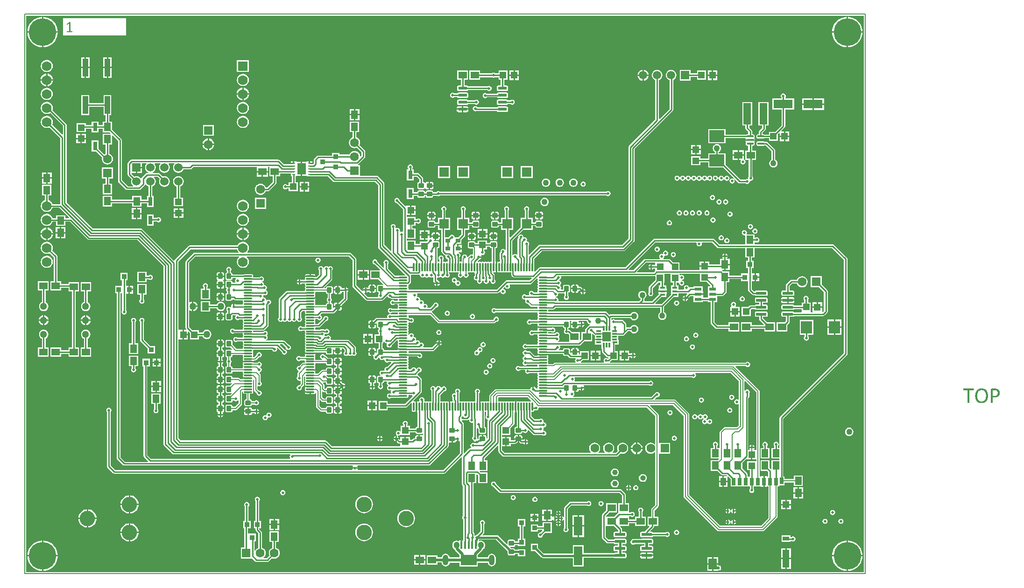
<source format=gtl>
G04*
G04 #@! TF.GenerationSoftware,Altium Limited,Altium Designer,19.0.15 (446)*
G04*
G04 Layer_Physical_Order=1*
G04 Layer_Color=255*
%FSLAX23Y23*%
%MOIN*%
G70*
G01*
G75*
%ADD11C,0.010*%
%ADD15C,0.005*%
%ADD17R,0.050X0.022*%
%ADD18R,0.138X0.063*%
%ADD19R,0.063X0.138*%
%ADD20R,0.050X0.060*%
%ADD21R,0.060X0.050*%
%ADD22R,0.050X0.047*%
%ADD23R,0.035X0.031*%
G04:AMPARAMS|DCode=24|XSize=37mil|YSize=35mil|CornerRadius=4mil|HoleSize=0mil|Usage=FLASHONLY|Rotation=180.000|XOffset=0mil|YOffset=0mil|HoleType=Round|Shape=RoundedRectangle|*
%AMROUNDEDRECTD24*
21,1,0.037,0.027,0,0,180.0*
21,1,0.029,0.035,0,0,180.0*
1,1,0.008,-0.014,0.014*
1,1,0.008,0.014,0.014*
1,1,0.008,0.014,-0.014*
1,1,0.008,-0.014,-0.014*
%
%ADD24ROUNDEDRECTD24*%
%ADD25R,0.031X0.063*%
%ADD26R,0.071X0.071*%
G04:AMPARAMS|DCode=27|XSize=59mil|YSize=11mil|CornerRadius=1mil|HoleSize=0mil|Usage=FLASHONLY|Rotation=270.000|XOffset=0mil|YOffset=0mil|HoleType=Round|Shape=RoundedRectangle|*
%AMROUNDEDRECTD27*
21,1,0.059,0.008,0,0,270.0*
21,1,0.056,0.011,0,0,270.0*
1,1,0.003,-0.004,-0.028*
1,1,0.003,-0.004,0.028*
1,1,0.003,0.004,0.028*
1,1,0.003,0.004,-0.028*
%
%ADD27ROUNDEDRECTD27*%
G04:AMPARAMS|DCode=28|XSize=59mil|YSize=11mil|CornerRadius=1mil|HoleSize=0mil|Usage=FLASHONLY|Rotation=0.000|XOffset=0mil|YOffset=0mil|HoleType=Round|Shape=RoundedRectangle|*
%AMROUNDEDRECTD28*
21,1,0.059,0.008,0,0,0.0*
21,1,0.056,0.011,0,0,0.0*
1,1,0.003,0.028,-0.004*
1,1,0.003,-0.028,-0.004*
1,1,0.003,-0.028,0.004*
1,1,0.003,0.028,0.004*
%
%ADD28ROUNDEDRECTD28*%
G04:AMPARAMS|DCode=29|XSize=37mil|YSize=35mil|CornerRadius=4mil|HoleSize=0mil|Usage=FLASHONLY|Rotation=90.000|XOffset=0mil|YOffset=0mil|HoleType=Round|Shape=RoundedRectangle|*
%AMROUNDEDRECTD29*
21,1,0.037,0.027,0,0,90.0*
21,1,0.029,0.035,0,0,90.0*
1,1,0.008,0.014,0.014*
1,1,0.008,0.014,-0.014*
1,1,0.008,-0.014,-0.014*
1,1,0.008,-0.014,0.014*
%
%ADD29ROUNDEDRECTD29*%
%ADD30R,0.047X0.050*%
G04:AMPARAMS|DCode=31|XSize=57mil|YSize=11mil|CornerRadius=1mil|HoleSize=0mil|Usage=FLASHONLY|Rotation=0.000|XOffset=0mil|YOffset=0mil|HoleType=Round|Shape=RoundedRectangle|*
%AMROUNDEDRECTD31*
21,1,0.057,0.008,0,0,0.0*
21,1,0.054,0.011,0,0,0.0*
1,1,0.003,0.027,-0.004*
1,1,0.003,-0.027,-0.004*
1,1,0.003,-0.027,0.004*
1,1,0.003,0.027,0.004*
%
%ADD31ROUNDEDRECTD31*%
%ADD32R,0.114X0.075*%
%ADD33R,0.016X0.053*%
%ADD34R,0.037X0.035*%
%ADD35R,0.037X0.035*%
G04:AMPARAMS|DCode=36|XSize=75mil|YSize=22mil|CornerRadius=3mil|HoleSize=0mil|Usage=FLASHONLY|Rotation=180.000|XOffset=0mil|YOffset=0mil|HoleType=Round|Shape=RoundedRectangle|*
%AMROUNDEDRECTD36*
21,1,0.075,0.017,0,0,180.0*
21,1,0.070,0.022,0,0,180.0*
1,1,0.006,-0.035,0.008*
1,1,0.006,0.035,0.008*
1,1,0.006,0.035,-0.008*
1,1,0.006,-0.035,-0.008*
%
%ADD36ROUNDEDRECTD36*%
%ADD37R,0.035X0.037*%
%ADD38R,0.035X0.037*%
%ADD39R,0.039X0.055*%
%ADD40R,0.028X0.055*%
%ADD41R,0.047X0.126*%
%ADD42R,0.047X0.047*%
%ADD43R,0.047X0.031*%
%ADD44R,0.028X0.047*%
%ADD45R,0.037X0.016*%
%ADD46R,0.080X0.090*%
G04:AMPARAMS|DCode=47|XSize=47mil|YSize=16mil|CornerRadius=4mil|HoleSize=0mil|Usage=FLASHONLY|Rotation=0.000|XOffset=0mil|YOffset=0mil|HoleType=Round|Shape=RoundedRectangle|*
%AMROUNDEDRECTD47*
21,1,0.047,0.008,0,0,0.0*
21,1,0.039,0.016,0,0,0.0*
1,1,0.008,0.019,-0.004*
1,1,0.008,-0.019,-0.004*
1,1,0.008,-0.019,0.004*
1,1,0.008,0.019,0.004*
%
%ADD47ROUNDEDRECTD47*%
%ADD48R,0.057X0.153*%
%ADD49R,0.108X0.085*%
G04:AMPARAMS|DCode=50|XSize=63mil|YSize=23mil|CornerRadius=3mil|HoleSize=0mil|Usage=FLASHONLY|Rotation=0.000|XOffset=0mil|YOffset=0mil|HoleType=Round|Shape=RoundedRectangle|*
%AMROUNDEDRECTD50*
21,1,0.063,0.017,0,0,0.0*
21,1,0.058,0.023,0,0,0.0*
1,1,0.006,0.029,-0.009*
1,1,0.006,-0.029,-0.009*
1,1,0.006,-0.029,0.009*
1,1,0.006,0.029,0.009*
%
%ADD50ROUNDEDRECTD50*%
%ADD51R,0.022X0.009*%
%ADD52R,0.039X0.126*%
%ADD66R,0.035X0.014*%
%ADD67R,0.014X0.035*%
%ADD77R,0.059X0.075*%
%ADD101C,0.015*%
%ADD114R,0.063X0.079*%
%ADD115C,0.008*%
%ADD116C,0.020*%
%ADD117C,0.009*%
%ADD118C,0.015*%
%ADD119C,0.006*%
%ADD120C,0.008*%
%ADD121C,0.043*%
%ADD122R,0.063X0.063*%
%ADD123C,0.063*%
%ADD124C,0.039*%
%ADD125O,0.039X0.039*%
%ADD126C,0.051*%
%ADD127C,0.050*%
%ADD128C,0.110*%
%ADD129O,0.039X0.075*%
%ADD130O,0.041X0.049*%
%ADD131R,0.059X0.059*%
%ADD132C,0.059*%
%ADD133R,0.063X0.063*%
%ADD134C,0.070*%
%ADD135R,0.070X0.070*%
%ADD136C,0.197*%
%ADD137C,0.060*%
%ADD138R,0.060X0.060*%
%ADD139C,0.020*%
G36*
X5989Y11D02*
X11D01*
Y3989D01*
X5989D01*
Y11D01*
D02*
G37*
G36*
X6929Y1323D02*
X6931Y1323D01*
X6932D01*
X6932Y1323D01*
X6933Y1322D01*
X6934Y1322D01*
X6935Y1322D01*
X6938Y1321D01*
X6938D01*
X6939Y1321D01*
X6940Y1321D01*
X6941Y1321D01*
X6942Y1320D01*
X6944Y1320D01*
X6947Y1318D01*
X6947Y1318D01*
X6947Y1318D01*
X6948Y1317D01*
X6949Y1317D01*
X6952Y1315D01*
X6954Y1312D01*
X6954Y1312D01*
X6955Y1311D01*
X6955Y1311D01*
X6956Y1310D01*
X6957Y1308D01*
X6957Y1307D01*
X6959Y1304D01*
Y1303D01*
X6959Y1303D01*
X6959Y1302D01*
X6960Y1301D01*
X6960Y1299D01*
X6960Y1297D01*
X6960Y1293D01*
Y1293D01*
Y1292D01*
X6960Y1290D01*
X6960Y1289D01*
X6960Y1286D01*
X6959Y1284D01*
X6959Y1282D01*
X6958Y1279D01*
X6958Y1279D01*
X6957Y1278D01*
X6957Y1277D01*
X6956Y1276D01*
X6955Y1274D01*
X6954Y1272D01*
X6952Y1270D01*
X6951Y1269D01*
X6950Y1269D01*
X6950Y1268D01*
X6949Y1267D01*
X6947Y1266D01*
X6946Y1265D01*
X6944Y1264D01*
X6941Y1263D01*
X6939Y1262D01*
X6938D01*
X6938Y1262D01*
X6936Y1261D01*
X6934Y1261D01*
X6932Y1261D01*
X6929Y1260D01*
X6926Y1260D01*
X6923Y1260D01*
X6911D01*
Y1223D01*
Y1223D01*
X6911Y1222D01*
X6910Y1222D01*
X6910Y1222D01*
X6910Y1221D01*
X6909D01*
X6909Y1221D01*
X6908D01*
X6908Y1221D01*
X6907D01*
X6907Y1221D01*
X6906Y1221D01*
X6903D01*
X6902Y1221D01*
X6901Y1221D01*
X6901D01*
X6900Y1221D01*
X6899Y1221D01*
X6899D01*
X6899Y1222D01*
X6898Y1222D01*
Y1222D01*
Y1222D01*
X6898Y1223D01*
Y1317D01*
Y1317D01*
Y1318D01*
X6898Y1319D01*
X6898Y1320D01*
X6899Y1322D01*
X6900Y1322D01*
X6900Y1322D01*
X6902Y1323D01*
X6903Y1323D01*
X6927D01*
X6929Y1323D01*
D02*
G37*
G36*
X6775Y1323D02*
X6775D01*
X6775Y1323D01*
X6775Y1322D01*
Y1321D01*
X6776Y1321D01*
X6776Y1321D01*
X6776Y1320D01*
Y1320D01*
X6776Y1319D01*
Y1318D01*
Y1317D01*
Y1317D01*
Y1316D01*
Y1315D01*
X6776Y1315D01*
Y1314D01*
X6776Y1314D01*
X6775Y1313D01*
X6775Y1312D01*
X6775Y1312D01*
X6774D01*
X6773Y1312D01*
X6745D01*
Y1223D01*
Y1223D01*
X6744Y1222D01*
X6744Y1222D01*
X6744Y1222D01*
X6743Y1221D01*
X6743D01*
X6743Y1221D01*
X6742D01*
X6741Y1221D01*
X6741D01*
X6740Y1221D01*
X6739Y1221D01*
X6737D01*
X6736Y1221D01*
X6735Y1221D01*
X6735D01*
X6734Y1221D01*
X6733Y1221D01*
X6732D01*
X6732Y1222D01*
X6732Y1222D01*
Y1222D01*
Y1222D01*
X6731Y1223D01*
Y1312D01*
X6702D01*
X6701Y1312D01*
X6701Y1312D01*
X6701Y1313D01*
Y1313D01*
X6700Y1313D01*
Y1314D01*
X6700Y1315D01*
Y1315D01*
Y1315D01*
X6700Y1316D01*
Y1317D01*
Y1317D01*
Y1318D01*
Y1319D01*
X6700Y1320D01*
Y1320D01*
X6700Y1321D01*
X6701Y1322D01*
Y1322D01*
X6701Y1322D01*
X6701Y1323D01*
X6702D01*
X6702Y1323D01*
X6703Y1323D01*
X6774D01*
X6775Y1323D01*
D02*
G37*
G36*
X6836Y1324D02*
X6838Y1324D01*
X6842Y1324D01*
X6845Y1323D01*
X6848Y1322D01*
X6851Y1321D01*
X6852D01*
X6852Y1321D01*
X6853Y1321D01*
X6854Y1320D01*
X6856Y1319D01*
X6859Y1317D01*
X6861Y1315D01*
X6863Y1313D01*
X6865Y1311D01*
X6865Y1311D01*
X6866Y1310D01*
X6867Y1309D01*
X6868Y1307D01*
X6870Y1304D01*
X6871Y1302D01*
X6873Y1299D01*
X6874Y1295D01*
Y1295D01*
X6874Y1295D01*
Y1294D01*
X6874Y1293D01*
X6874Y1293D01*
X6875Y1291D01*
X6875Y1289D01*
X6875Y1286D01*
X6876Y1282D01*
X6876Y1278D01*
X6876Y1273D01*
Y1273D01*
Y1273D01*
Y1272D01*
Y1271D01*
Y1270D01*
X6876Y1269D01*
X6876Y1266D01*
X6876Y1262D01*
X6875Y1259D01*
X6874Y1255D01*
X6873Y1251D01*
Y1251D01*
X6873Y1251D01*
X6873Y1250D01*
X6873Y1249D01*
X6872Y1247D01*
X6871Y1245D01*
X6870Y1243D01*
X6869Y1240D01*
X6867Y1237D01*
X6865Y1234D01*
X6865Y1234D01*
X6864Y1233D01*
X6862Y1232D01*
X6861Y1230D01*
X6859Y1229D01*
X6856Y1227D01*
X6853Y1225D01*
X6850Y1223D01*
X6850D01*
X6850Y1223D01*
X6849Y1223D01*
X6849Y1223D01*
X6847Y1222D01*
X6844Y1222D01*
X6841Y1221D01*
X6838Y1220D01*
X6834Y1220D01*
X6830Y1220D01*
X6828D01*
X6827Y1220D01*
X6826D01*
X6823Y1220D01*
X6820Y1221D01*
X6816Y1221D01*
X6813Y1222D01*
X6810Y1223D01*
X6810Y1223D01*
X6808Y1224D01*
X6807Y1225D01*
X6805Y1226D01*
X6803Y1227D01*
X6801Y1229D01*
X6798Y1231D01*
X6796Y1233D01*
X6796Y1233D01*
X6795Y1234D01*
X6794Y1236D01*
X6793Y1238D01*
X6792Y1240D01*
X6790Y1243D01*
X6789Y1246D01*
X6788Y1249D01*
Y1250D01*
X6788Y1250D01*
Y1250D01*
X6787Y1251D01*
X6787Y1252D01*
X6787Y1253D01*
X6787Y1256D01*
X6786Y1259D01*
X6786Y1263D01*
X6785Y1267D01*
X6785Y1272D01*
Y1272D01*
Y1272D01*
Y1273D01*
Y1274D01*
Y1275D01*
X6785Y1276D01*
X6786Y1279D01*
X6786Y1282D01*
X6786Y1286D01*
X6787Y1290D01*
X6788Y1293D01*
Y1294D01*
X6788Y1294D01*
X6788Y1294D01*
X6789Y1295D01*
X6789Y1297D01*
X6790Y1299D01*
X6791Y1302D01*
X6793Y1305D01*
X6795Y1307D01*
X6797Y1310D01*
X6797Y1310D01*
X6798Y1311D01*
X6799Y1312D01*
X6801Y1314D01*
X6803Y1316D01*
X6805Y1317D01*
X6808Y1319D01*
X6811Y1321D01*
X6812D01*
X6812Y1321D01*
X6812Y1321D01*
X6813Y1321D01*
X6815Y1322D01*
X6817Y1323D01*
X6820Y1323D01*
X6824Y1324D01*
X6828Y1324D01*
X6832Y1325D01*
X6834D01*
X6836Y1324D01*
D02*
G37*
%LPC*%
G36*
X5877Y3980D02*
Y3877D01*
X5980D01*
X5979Y3889D01*
X5975Y3906D01*
X5969Y3921D01*
X5960Y3936D01*
X5949Y3949D01*
X5936Y3960D01*
X5921Y3969D01*
X5906Y3975D01*
X5889Y3979D01*
X5877Y3980D01*
D02*
G37*
G36*
X5867D02*
X5855Y3979D01*
X5838Y3975D01*
X5823Y3969D01*
X5808Y3960D01*
X5795Y3949D01*
X5784Y3936D01*
X5775Y3921D01*
X5769Y3906D01*
X5765Y3889D01*
X5764Y3877D01*
X5867D01*
Y3980D01*
D02*
G37*
G36*
X133D02*
Y3877D01*
X236D01*
X235Y3889D01*
X231Y3906D01*
X225Y3921D01*
X216Y3936D01*
X205Y3949D01*
X192Y3960D01*
X177Y3969D01*
X162Y3975D01*
X145Y3979D01*
X133Y3980D01*
D02*
G37*
G36*
X123D02*
X111Y3979D01*
X94Y3975D01*
X79Y3969D01*
X64Y3960D01*
X51Y3949D01*
X40Y3936D01*
X31Y3921D01*
X25Y3906D01*
X21Y3889D01*
X20Y3877D01*
X123D01*
Y3980D01*
D02*
G37*
G36*
X725Y3971D02*
X274D01*
Y3846D01*
X725D01*
Y3971D01*
D02*
G37*
G36*
X5980Y3867D02*
X5877D01*
Y3764D01*
X5889Y3765D01*
X5906Y3769D01*
X5921Y3775D01*
X5936Y3784D01*
X5949Y3795D01*
X5960Y3808D01*
X5969Y3823D01*
X5975Y3838D01*
X5979Y3855D01*
X5980Y3867D01*
D02*
G37*
G36*
X5867D02*
X5764D01*
X5765Y3855D01*
X5769Y3838D01*
X5775Y3823D01*
X5784Y3808D01*
X5795Y3795D01*
X5808Y3784D01*
X5823Y3775D01*
X5838Y3769D01*
X5855Y3765D01*
X5867Y3764D01*
Y3867D01*
D02*
G37*
G36*
X236D02*
X133D01*
Y3764D01*
X145Y3765D01*
X162Y3769D01*
X177Y3775D01*
X192Y3784D01*
X205Y3795D01*
X216Y3808D01*
X225Y3823D01*
X231Y3838D01*
X235Y3855D01*
X236Y3867D01*
D02*
G37*
G36*
X123D02*
X20D01*
X21Y3855D01*
X25Y3838D01*
X31Y3823D01*
X40Y3808D01*
X51Y3795D01*
X64Y3784D01*
X79Y3775D01*
X94Y3769D01*
X111Y3765D01*
X123Y3764D01*
Y3867D01*
D02*
G37*
G36*
X620Y3691D02*
X596D01*
Y3623D01*
X620D01*
Y3691D01*
D02*
G37*
G36*
X586D02*
X561D01*
Y3623D01*
X586D01*
Y3691D01*
D02*
G37*
G36*
X463D02*
X438D01*
Y3623D01*
X463D01*
Y3691D01*
D02*
G37*
G36*
X428D02*
X403D01*
Y3623D01*
X428D01*
Y3691D01*
D02*
G37*
G36*
X1600Y3672D02*
X1514D01*
Y3586D01*
X1600D01*
Y3672D01*
D02*
G37*
G36*
X157Y3673D02*
X146Y3671D01*
X136Y3667D01*
X127Y3660D01*
X120Y3651D01*
X116Y3640D01*
X114Y3629D01*
X116Y3618D01*
X120Y3608D01*
X127Y3599D01*
X136Y3592D01*
X146Y3587D01*
X157Y3586D01*
X169Y3587D01*
X179Y3592D01*
X188Y3599D01*
X195Y3608D01*
X199Y3618D01*
X201Y3629D01*
X199Y3640D01*
X195Y3651D01*
X188Y3660D01*
X179Y3667D01*
X169Y3671D01*
X157Y3673D01*
D02*
G37*
G36*
X3447Y3596D02*
X3383D01*
Y3576D01*
X3360D01*
X3355Y3580D01*
X3348Y3581D01*
X3341Y3580D01*
X3335Y3576D01*
X3251D01*
Y3596D01*
X3175D01*
Y3530D01*
X3251D01*
Y3549D01*
X3335D01*
X3341Y3546D01*
X3348Y3544D01*
X3355Y3546D01*
X3360Y3549D01*
X3383D01*
Y3530D01*
X3396D01*
Y3490D01*
X3381D01*
X3377Y3489D01*
X3373Y3487D01*
X3371Y3483D01*
X3370Y3479D01*
Y3462D01*
X3371Y3458D01*
X3373Y3454D01*
X3377Y3452D01*
X3381Y3451D01*
X3438D01*
X3443Y3452D01*
X3446Y3454D01*
X3449Y3458D01*
X3450Y3462D01*
Y3479D01*
X3449Y3483D01*
X3446Y3487D01*
X3443Y3489D01*
X3438Y3490D01*
X3423D01*
Y3530D01*
X3447D01*
Y3596D01*
D02*
G37*
G36*
X4420Y3602D02*
Y3568D01*
X4454D01*
X4453Y3573D01*
X4449Y3583D01*
X4443Y3591D01*
X4435Y3598D01*
X4425Y3602D01*
X4420Y3602D01*
D02*
G37*
G36*
X4410Y3602D02*
X4404Y3602D01*
X4395Y3598D01*
X4386Y3591D01*
X4380Y3583D01*
X4376Y3573D01*
X4375Y3568D01*
X4410D01*
Y3602D01*
D02*
G37*
G36*
X3528Y3598D02*
X3499D01*
Y3568D01*
X3528D01*
Y3598D01*
D02*
G37*
G36*
X3489D02*
X3461D01*
Y3568D01*
X3489D01*
Y3598D01*
D02*
G37*
G36*
X4943Y3598D02*
X4915D01*
Y3568D01*
X4943D01*
Y3598D01*
D02*
G37*
G36*
X4905D02*
X4876D01*
Y3568D01*
X4905D01*
Y3598D01*
D02*
G37*
G36*
X620Y3613D02*
X596D01*
Y3545D01*
X620D01*
Y3613D01*
D02*
G37*
G36*
X586D02*
X561D01*
Y3545D01*
X586D01*
Y3613D01*
D02*
G37*
G36*
X463D02*
X438D01*
Y3545D01*
X463D01*
Y3613D01*
D02*
G37*
G36*
X428D02*
X403D01*
Y3545D01*
X428D01*
Y3613D01*
D02*
G37*
G36*
X162Y3574D02*
Y3534D01*
X202D01*
X201Y3541D01*
X197Y3552D01*
X190Y3561D01*
X180Y3569D01*
X169Y3573D01*
X162Y3574D01*
D02*
G37*
G36*
X152D02*
X146Y3573D01*
X135Y3569D01*
X125Y3561D01*
X118Y3552D01*
X114Y3541D01*
X113Y3534D01*
X152D01*
Y3574D01*
D02*
G37*
G36*
X4752Y3601D02*
X4677D01*
Y3525D01*
X4752D01*
Y3550D01*
X4799D01*
Y3530D01*
X4862D01*
Y3596D01*
X4799D01*
Y3576D01*
X4752D01*
Y3601D01*
D02*
G37*
G36*
X3528Y3558D02*
X3499D01*
Y3528D01*
X3528D01*
Y3558D01*
D02*
G37*
G36*
X3489D02*
X3461D01*
Y3528D01*
X3489D01*
Y3558D01*
D02*
G37*
G36*
X4943Y3558D02*
X4915D01*
Y3528D01*
X4943D01*
Y3558D01*
D02*
G37*
G36*
X4905D02*
X4876D01*
Y3528D01*
X4905D01*
Y3558D01*
D02*
G37*
G36*
X4410Y3558D02*
X4375D01*
X4376Y3553D01*
X4380Y3543D01*
X4386Y3535D01*
X4395Y3528D01*
X4404Y3524D01*
X4410Y3524D01*
Y3558D01*
D02*
G37*
G36*
X4454D02*
X4420D01*
Y3524D01*
X4425Y3524D01*
X4435Y3528D01*
X4443Y3535D01*
X4449Y3543D01*
X4453Y3553D01*
X4454Y3558D01*
D02*
G37*
G36*
X1557Y3573D02*
X1546Y3571D01*
X1536Y3567D01*
X1527Y3560D01*
X1520Y3551D01*
X1516Y3540D01*
X1514Y3529D01*
X1516Y3518D01*
X1520Y3508D01*
X1527Y3499D01*
X1536Y3492D01*
X1546Y3487D01*
X1557Y3486D01*
X1569Y3487D01*
X1579Y3492D01*
X1588Y3499D01*
X1595Y3508D01*
X1599Y3518D01*
X1601Y3529D01*
X1599Y3540D01*
X1595Y3551D01*
X1588Y3560D01*
X1579Y3567D01*
X1569Y3571D01*
X1557Y3573D01*
D02*
G37*
G36*
X202Y3524D02*
X162D01*
Y3484D01*
X169Y3485D01*
X180Y3490D01*
X190Y3497D01*
X197Y3507D01*
X201Y3517D01*
X202Y3524D01*
D02*
G37*
G36*
X152D02*
X113D01*
X114Y3517D01*
X118Y3507D01*
X125Y3497D01*
X135Y3490D01*
X146Y3485D01*
X152Y3484D01*
Y3524D01*
D02*
G37*
G36*
X3164Y3596D02*
X3088D01*
Y3530D01*
X3113D01*
Y3490D01*
X3097D01*
X3093Y3489D01*
X3089Y3487D01*
X3087Y3483D01*
X3086Y3479D01*
Y3462D01*
X3087Y3458D01*
X3089Y3454D01*
X3093Y3452D01*
X3097Y3451D01*
X3155D01*
X3159Y3452D01*
X3162Y3454D01*
X3164Y3456D01*
X3301D01*
X3302Y3456D01*
X3308Y3452D01*
X3315Y3450D01*
X3322Y3452D01*
X3328Y3456D01*
X3332Y3461D01*
X3333Y3469D01*
X3332Y3476D01*
X3328Y3481D01*
X3322Y3485D01*
X3315Y3487D01*
X3308Y3485D01*
X3304Y3483D01*
X3165D01*
X3165Y3483D01*
X3162Y3487D01*
X3159Y3489D01*
X3155Y3490D01*
X3139D01*
Y3530D01*
X3164D01*
Y3596D01*
D02*
G37*
G36*
X1562Y3474D02*
Y3434D01*
X1602D01*
X1601Y3441D01*
X1597Y3452D01*
X1590Y3461D01*
X1580Y3469D01*
X1569Y3473D01*
X1562Y3474D01*
D02*
G37*
G36*
X1552D02*
X1546Y3473D01*
X1535Y3469D01*
X1525Y3461D01*
X1518Y3452D01*
X1514Y3441D01*
X1513Y3434D01*
X1552D01*
Y3474D01*
D02*
G37*
G36*
X3155Y3440D02*
X3097D01*
X3093Y3439D01*
X3089Y3437D01*
X3087Y3434D01*
X3068D01*
X3062Y3438D01*
X3055Y3439D01*
X3048Y3438D01*
X3042Y3434D01*
X3038Y3428D01*
X3037Y3421D01*
X3038Y3414D01*
X3042Y3408D01*
X3048Y3404D01*
X3055Y3402D01*
X3062Y3404D01*
X3068Y3407D01*
X3087D01*
X3089Y3404D01*
X3093Y3402D01*
X3097Y3401D01*
X3155D01*
X3159Y3402D01*
X3162Y3404D01*
X3165Y3408D01*
X3166Y3412D01*
Y3429D01*
X3165Y3433D01*
X3162Y3437D01*
X3159Y3439D01*
X3155Y3440D01*
D02*
G37*
G36*
X3438D02*
X3381D01*
X3377Y3439D01*
X3373Y3437D01*
X3371Y3433D01*
X3370Y3432D01*
X3297D01*
X3294Y3434D01*
X3287Y3436D01*
X3280Y3434D01*
X3274Y3430D01*
X3270Y3424D01*
X3269Y3417D01*
X3270Y3410D01*
X3274Y3404D01*
X3280Y3400D01*
X3287Y3399D01*
X3294Y3400D01*
X3300Y3404D01*
X3301Y3406D01*
X3372D01*
X3373Y3404D01*
X3377Y3402D01*
X3381Y3401D01*
X3438D01*
X3443Y3402D01*
X3446Y3404D01*
X3449Y3408D01*
X3450Y3412D01*
Y3429D01*
X3449Y3433D01*
X3446Y3437D01*
X3443Y3439D01*
X3438Y3440D01*
D02*
G37*
G36*
X157Y3473D02*
X146Y3471D01*
X136Y3467D01*
X127Y3460D01*
X120Y3451D01*
X116Y3440D01*
X114Y3429D01*
X116Y3418D01*
X120Y3408D01*
X127Y3399D01*
X136Y3392D01*
X146Y3387D01*
X157Y3386D01*
X169Y3387D01*
X179Y3392D01*
X188Y3399D01*
X195Y3408D01*
X199Y3418D01*
X201Y3429D01*
X199Y3440D01*
X195Y3451D01*
X188Y3460D01*
X179Y3467D01*
X169Y3471D01*
X157Y3473D01*
D02*
G37*
G36*
X1602Y3424D02*
X1562D01*
Y3384D01*
X1569Y3385D01*
X1580Y3390D01*
X1590Y3397D01*
X1597Y3407D01*
X1601Y3417D01*
X1602Y3424D01*
D02*
G37*
G36*
X1552D02*
X1513D01*
X1514Y3417D01*
X1518Y3407D01*
X1525Y3397D01*
X1535Y3390D01*
X1546Y3385D01*
X1552Y3384D01*
Y3424D01*
D02*
G37*
G36*
X618Y3421D02*
X563D01*
Y3364D01*
X461D01*
Y3421D01*
X405D01*
Y3279D01*
X461D01*
Y3337D01*
X563D01*
Y3279D01*
X577D01*
Y3231D01*
X558D01*
Y3207D01*
X526D01*
Y3232D01*
X478D01*
Y3206D01*
X437D01*
Y3221D01*
X371D01*
Y3158D01*
X437D01*
Y3180D01*
X478D01*
Y3153D01*
X526D01*
Y3180D01*
X558D01*
Y3155D01*
X605D01*
X612Y3148D01*
X610Y3144D01*
X558D01*
Y3068D01*
X577D01*
Y3001D01*
X571Y2999D01*
X568Y2996D01*
X526Y3038D01*
Y3098D01*
X478D01*
Y3019D01*
X507D01*
X552Y2974D01*
X551Y2964D01*
X552Y2954D01*
X556Y2944D01*
X562Y2936D01*
X571Y2930D01*
X580Y2926D01*
X591Y2924D01*
X601Y2926D01*
X610Y2930D01*
X619Y2936D01*
X625Y2944D01*
X629Y2954D01*
X630Y2964D01*
X629Y2974D01*
X625Y2984D01*
X619Y2992D01*
X610Y2999D01*
X604Y3001D01*
Y3068D01*
X624D01*
Y3130D01*
X628Y3132D01*
X666Y3094D01*
Y2807D01*
X667Y2802D01*
X670Y2798D01*
X721Y2747D01*
X725Y2744D01*
X730Y2743D01*
X817D01*
X822Y2744D01*
X826Y2747D01*
X856Y2776D01*
X859Y2780D01*
X859Y2784D01*
X864Y2784D01*
X865Y2784D01*
X871Y2776D01*
X878Y2770D01*
X884Y2768D01*
Y2701D01*
X874D01*
Y2675D01*
X832D01*
Y2700D01*
X766D01*
Y2675D01*
X624D01*
Y2701D01*
X558D01*
Y2625D01*
X624D01*
Y2649D01*
X766D01*
Y2624D01*
X832D01*
Y2649D01*
X874D01*
Y2622D01*
X921D01*
Y2701D01*
X911D01*
Y2768D01*
X917Y2770D01*
X925Y2776D01*
X931Y2784D01*
X935Y2794D01*
X936Y2804D01*
X935Y2813D01*
X931Y2823D01*
X925Y2831D01*
X923Y2832D01*
X924Y2837D01*
X949D01*
X964Y2822D01*
X961Y2813D01*
X959Y2804D01*
X961Y2794D01*
X964Y2784D01*
X971Y2776D01*
X978Y2770D01*
X988Y2767D01*
X998Y2765D01*
X1008Y2767D01*
X1017Y2770D01*
X1025Y2776D01*
X1031Y2784D01*
X1035Y2794D01*
X1036Y2804D01*
X1035Y2813D01*
X1031Y2823D01*
X1025Y2831D01*
X1017Y2837D01*
X1008Y2841D01*
X998Y2842D01*
X988Y2841D01*
X985Y2839D01*
X964Y2860D01*
X960Y2863D01*
X955Y2864D01*
X914D01*
X913Y2869D01*
X917Y2870D01*
X925Y2876D01*
X931Y2884D01*
X935Y2894D01*
X936Y2904D01*
X935Y2913D01*
X931Y2923D01*
X927Y2928D01*
X929Y2933D01*
X966D01*
X969Y2928D01*
X964Y2923D01*
X961Y2913D01*
X959Y2904D01*
X961Y2894D01*
X964Y2884D01*
X971Y2876D01*
X978Y2870D01*
X988Y2867D01*
X998Y2865D01*
X1008Y2867D01*
X1017Y2870D01*
X1025Y2876D01*
X1031Y2884D01*
X1035Y2894D01*
X1036Y2904D01*
X1035Y2913D01*
X1031Y2923D01*
X1027Y2928D01*
X1029Y2933D01*
X1066D01*
X1069Y2928D01*
X1064Y2923D01*
X1061Y2913D01*
X1059Y2904D01*
X1061Y2894D01*
X1064Y2884D01*
X1071Y2876D01*
X1078Y2870D01*
X1088Y2867D01*
X1098Y2865D01*
X1108Y2867D01*
X1117Y2870D01*
X1125Y2876D01*
X1131Y2884D01*
X1133Y2890D01*
X1181D01*
X1186Y2891D01*
X1190Y2894D01*
X1204Y2908D01*
X1656D01*
Y2879D01*
X1696D01*
X1736D01*
Y2907D01*
X1741Y2907D01*
X1746Y2907D01*
Y2841D01*
X1771D01*
Y2801D01*
X1731Y2761D01*
X1720D01*
X1718Y2768D01*
X1711Y2776D01*
X1703Y2782D01*
X1693Y2786D01*
X1683Y2787D01*
X1673Y2786D01*
X1663Y2782D01*
X1655Y2776D01*
X1649Y2768D01*
X1645Y2758D01*
X1643Y2748D01*
X1645Y2737D01*
X1649Y2728D01*
X1655Y2719D01*
X1663Y2713D01*
X1673Y2709D01*
X1683Y2708D01*
X1693Y2709D01*
X1703Y2713D01*
X1711Y2719D01*
X1718Y2728D01*
X1720Y2734D01*
X1736D01*
X1741Y2735D01*
X1746Y2738D01*
X1793Y2786D01*
X1796Y2790D01*
X1797Y2795D01*
Y2841D01*
X1822D01*
Y2861D01*
X1901D01*
Y2842D01*
X1907D01*
Y2799D01*
X1885D01*
Y2779D01*
X1873D01*
X1867Y2783D01*
X1860Y2784D01*
X1853Y2783D01*
X1847Y2779D01*
X1843Y2773D01*
X1842Y2766D01*
X1843Y2759D01*
X1847Y2753D01*
X1853Y2749D01*
X1860Y2747D01*
X1867Y2749D01*
X1873Y2753D01*
X1885D01*
Y2733D01*
X1949D01*
Y2799D01*
X1934D01*
Y2842D01*
X1939D01*
Y2844D01*
X1971D01*
Y2894D01*
Y2943D01*
X1941D01*
Y2948D01*
X1925D01*
Y2933D01*
X1920D01*
Y2928D01*
X1899D01*
Y2927D01*
X1849D01*
X1820Y2956D01*
X1815Y2959D01*
X1810Y2960D01*
X762D01*
X757Y2959D01*
X753Y2956D01*
X739Y2942D01*
X736Y2937D01*
X735Y2932D01*
Y2853D01*
X736Y2848D01*
X739Y2844D01*
X763Y2819D01*
X761Y2813D01*
X759Y2804D01*
X761Y2794D01*
X764Y2784D01*
X771Y2776D01*
X774Y2774D01*
X772Y2769D01*
X736D01*
X692Y2813D01*
Y3100D01*
X691Y3105D01*
X689Y3109D01*
X624Y3174D01*
Y3231D01*
X604D01*
Y3279D01*
X618D01*
Y3421D01*
D02*
G37*
G36*
X5707Y3398D02*
X5633D01*
Y3361D01*
X5707D01*
Y3398D01*
D02*
G37*
G36*
X5623D02*
X5549D01*
Y3361D01*
X5623D01*
Y3398D01*
D02*
G37*
G36*
X3438Y3390D02*
X3381D01*
X3377Y3389D01*
X3373Y3387D01*
X3371Y3383D01*
X3370Y3379D01*
Y3362D01*
X3371Y3358D01*
X3373Y3354D01*
X3377Y3352D01*
X3381Y3351D01*
X3438D01*
X3443Y3352D01*
X3446Y3354D01*
X3448Y3357D01*
X3467D01*
X3473Y3353D01*
X3480Y3352D01*
X3487Y3353D01*
X3493Y3357D01*
X3497Y3363D01*
X3498Y3370D01*
X3497Y3377D01*
X3493Y3383D01*
X3487Y3387D01*
X3480Y3389D01*
X3473Y3387D01*
X3467Y3384D01*
X3449D01*
X3446Y3387D01*
X3443Y3389D01*
X3438Y3390D01*
D02*
G37*
G36*
X3155D02*
X3097D01*
X3093Y3389D01*
X3089Y3387D01*
X3087Y3383D01*
X3086Y3379D01*
Y3362D01*
X3087Y3358D01*
X3089Y3354D01*
X3093Y3352D01*
X3097Y3351D01*
X3155D01*
X3159Y3352D01*
X3162Y3354D01*
X3164Y3357D01*
X3211D01*
X3211Y3357D01*
X3217Y3353D01*
X3224Y3352D01*
X3231Y3353D01*
X3237Y3357D01*
X3241Y3363D01*
X3243Y3370D01*
X3241Y3377D01*
X3237Y3383D01*
X3231Y3387D01*
X3224Y3388D01*
X3217Y3387D01*
X3212Y3384D01*
X3165D01*
X3162Y3387D01*
X3159Y3389D01*
X3155Y3390D01*
D02*
G37*
G36*
Y3342D02*
X3131D01*
Y3326D01*
X3168D01*
Y3329D01*
X3167Y3334D01*
X3164Y3339D01*
X3160Y3341D01*
X3155Y3342D01*
D02*
G37*
G36*
X3121D02*
X3097D01*
X3092Y3341D01*
X3088Y3339D01*
X3085Y3334D01*
X3084Y3329D01*
Y3326D01*
X3121D01*
Y3342D01*
D02*
G37*
G36*
X5707Y3351D02*
X5633D01*
Y3315D01*
X5707D01*
Y3351D01*
D02*
G37*
G36*
X5623D02*
X5549D01*
Y3315D01*
X5623D01*
Y3351D01*
D02*
G37*
G36*
X3217Y3341D02*
X3210Y3340D01*
X3204Y3336D01*
X3200Y3330D01*
X3198Y3323D01*
X3200Y3316D01*
X3204Y3310D01*
X3210Y3306D01*
X3217Y3304D01*
X3224Y3306D01*
X3227Y3308D01*
X3370D01*
X3371Y3308D01*
X3373Y3304D01*
X3377Y3302D01*
X3381Y3301D01*
X3438D01*
X3443Y3302D01*
X3446Y3304D01*
X3449Y3308D01*
X3450Y3312D01*
Y3329D01*
X3449Y3333D01*
X3446Y3337D01*
X3443Y3339D01*
X3438Y3340D01*
X3381D01*
X3377Y3339D01*
X3373Y3337D01*
X3372Y3335D01*
X3230D01*
X3230Y3336D01*
X3224Y3340D01*
X3217Y3341D01*
D02*
G37*
G36*
X3168Y3316D02*
X3131D01*
Y3299D01*
X3155D01*
X3160Y3300D01*
X3164Y3303D01*
X3167Y3307D01*
X3168Y3312D01*
Y3316D01*
D02*
G37*
G36*
X3121D02*
X3084D01*
Y3312D01*
X3085Y3307D01*
X3088Y3303D01*
X3092Y3300D01*
X3097Y3299D01*
X3121D01*
Y3316D01*
D02*
G37*
G36*
X2389Y3322D02*
X2359D01*
Y3287D01*
X2389D01*
Y3322D01*
D02*
G37*
G36*
X2349D02*
X2319D01*
Y3287D01*
X2349D01*
Y3322D01*
D02*
G37*
G36*
X1557Y3373D02*
X1546Y3371D01*
X1536Y3367D01*
X1527Y3360D01*
X1520Y3351D01*
X1516Y3340D01*
X1514Y3329D01*
X1516Y3318D01*
X1520Y3308D01*
X1527Y3299D01*
X1536Y3292D01*
X1546Y3287D01*
X1557Y3286D01*
X1569Y3287D01*
X1579Y3292D01*
X1588Y3299D01*
X1595Y3308D01*
X1599Y3318D01*
X1601Y3329D01*
X1599Y3340D01*
X1595Y3351D01*
X1588Y3360D01*
X1579Y3367D01*
X1569Y3371D01*
X1557Y3373D01*
D02*
G37*
G36*
X4615Y3601D02*
X4605Y3600D01*
X4596Y3596D01*
X4588Y3590D01*
X4582Y3582D01*
X4578Y3573D01*
X4577Y3563D01*
X4578Y3553D01*
X4582Y3544D01*
X4588Y3536D01*
X4596Y3530D01*
X4603Y3527D01*
Y3322D01*
X4532Y3252D01*
X4528Y3254D01*
Y3528D01*
X4533Y3530D01*
X4541Y3536D01*
X4547Y3544D01*
X4551Y3553D01*
X4552Y3563D01*
X4551Y3573D01*
X4547Y3582D01*
X4541Y3590D01*
X4533Y3596D01*
X4524Y3600D01*
X4515Y3601D01*
X4505Y3600D01*
X4496Y3596D01*
X4488Y3590D01*
X4482Y3582D01*
X4478Y3573D01*
X4477Y3563D01*
X4478Y3553D01*
X4482Y3544D01*
X4488Y3536D01*
X4496Y3530D01*
X4501Y3528D01*
Y3246D01*
X4313Y3058D01*
X4310Y3054D01*
X4309Y3049D01*
Y2396D01*
X4263Y2351D01*
X3677D01*
X3672Y2350D01*
X3668Y2347D01*
X3601Y2280D01*
X3597Y2282D01*
Y2347D01*
X3600Y2351D01*
X3601Y2358D01*
X3600Y2365D01*
X3596Y2371D01*
X3590Y2375D01*
X3588Y2376D01*
X3584Y2380D01*
X3586Y2387D01*
X3584Y2394D01*
X3580Y2400D01*
X3575Y2404D01*
X3568Y2405D01*
X3565Y2405D01*
X3560Y2407D01*
X3559Y2409D01*
X3558Y2414D01*
X3554Y2420D01*
X3549Y2424D01*
X3542Y2425D01*
X3534Y2424D01*
X3529Y2420D01*
X3525Y2414D01*
X3523Y2407D01*
X3524Y2405D01*
X3522Y2403D01*
X3519Y2399D01*
X3518Y2394D01*
Y2281D01*
X3513Y2279D01*
X3513Y2280D01*
X3507Y2284D01*
X3500Y2285D01*
X3493Y2284D01*
X3487Y2280D01*
X3484Y2276D01*
X3479Y2278D01*
Y2380D01*
X3558Y2459D01*
X3626D01*
Y2486D01*
X3645D01*
Y2486D01*
X3646Y2481D01*
X3648Y2477D01*
X3652Y2474D01*
X3657Y2473D01*
X3686D01*
X3690Y2474D01*
X3694Y2477D01*
X3697Y2481D01*
X3698Y2486D01*
Y2513D01*
X3697Y2518D01*
X3694Y2521D01*
X3690Y2524D01*
X3686Y2525D01*
X3657D01*
X3652Y2524D01*
X3648Y2521D01*
X3646Y2518D01*
X3645Y2513D01*
Y2512D01*
X3626D01*
Y2545D01*
X3596D01*
Y2596D01*
X3600Y2601D01*
X3601Y2608D01*
X3600Y2615D01*
X3596Y2621D01*
X3590Y2625D01*
X3583Y2627D01*
X3576Y2625D01*
X3570Y2621D01*
X3566Y2615D01*
X3564Y2608D01*
X3566Y2601D01*
X3569Y2596D01*
Y2545D01*
X3539D01*
Y2477D01*
X3466Y2404D01*
X3461Y2406D01*
Y2459D01*
X3488D01*
Y2545D01*
X3453D01*
Y2596D01*
X3457Y2601D01*
X3458Y2608D01*
X3457Y2615D01*
X3453Y2621D01*
X3447Y2625D01*
X3440Y2627D01*
X3433Y2625D01*
X3427Y2621D01*
X3423Y2615D01*
X3422Y2608D01*
X3423Y2601D01*
X3427Y2596D01*
Y2545D01*
X3401D01*
Y2512D01*
X3383D01*
Y2513D01*
X3382Y2518D01*
X3379Y2521D01*
X3375Y2524D01*
X3371Y2525D01*
X3342D01*
X3337Y2524D01*
X3333Y2521D01*
X3331Y2518D01*
X3330Y2513D01*
Y2486D01*
X3331Y2481D01*
X3333Y2477D01*
X3337Y2474D01*
X3342Y2473D01*
X3371D01*
X3375Y2474D01*
X3379Y2477D01*
X3382Y2481D01*
X3383Y2486D01*
Y2486D01*
X3401D01*
Y2459D01*
X3435D01*
Y2315D01*
X3430Y2314D01*
X3428Y2316D01*
X3422Y2320D01*
X3415Y2322D01*
X3408Y2320D01*
X3402Y2316D01*
X3398Y2310D01*
X3397Y2303D01*
X3397Y2301D01*
X3393Y2297D01*
X3390Y2292D01*
X3389Y2287D01*
Y2251D01*
X3390Y2246D01*
X3393Y2242D01*
X3393Y2241D01*
Y2232D01*
X3391Y2230D01*
X3383D01*
X3379Y2229D01*
X3379Y2229D01*
X3376Y2231D01*
X3372Y2232D01*
Y2192D01*
Y2153D01*
X3376Y2153D01*
X3379Y2156D01*
X3379Y2155D01*
X3383Y2155D01*
X3391D01*
X3395Y2155D01*
X3397Y2157D01*
X3399Y2155D01*
X3403Y2155D01*
X3411D01*
X3414Y2155D01*
X3417Y2157D01*
X3419Y2155D01*
X3422Y2155D01*
X3431D01*
X3434Y2155D01*
X3436Y2157D01*
X3438Y2155D01*
X3442Y2155D01*
X3450D01*
X3454Y2155D01*
X3456Y2157D01*
X3458Y2155D01*
X3462Y2155D01*
X3470D01*
X3472Y2153D01*
Y2138D01*
X3473Y2133D01*
X3476Y2129D01*
X3485Y2120D01*
X3489Y2117D01*
X3494Y2116D01*
X3617D01*
X3619Y2111D01*
X3604Y2096D01*
X3440D01*
X3435Y2095D01*
X3431Y2092D01*
X3370Y2031D01*
X2741D01*
X2739Y2034D01*
Y2042D01*
X2738Y2046D01*
X2737Y2048D01*
X2738Y2050D01*
X2739Y2053D01*
Y2062D01*
X2738Y2065D01*
X2739Y2065D01*
X2744Y2068D01*
X2753Y2077D01*
X2756Y2082D01*
X2757Y2087D01*
Y2127D01*
X2756Y2132D01*
X2756Y2132D01*
X2759Y2137D01*
X2810D01*
X2815Y2138D01*
X2816Y2138D01*
X2821Y2135D01*
X2820Y2134D01*
X2822Y2127D01*
X2826Y2121D01*
X2832Y2117D01*
X2839Y2116D01*
X2846Y2117D01*
X2851Y2121D01*
X2853Y2121D01*
X2857D01*
X2858Y2120D01*
X2863Y2116D01*
X2871Y2115D01*
X2878Y2116D01*
X2883Y2120D01*
X2885Y2121D01*
X2889D01*
X2895Y2117D01*
X2902Y2116D01*
X2909Y2117D01*
X2911Y2118D01*
X2916Y2116D01*
Y2093D01*
X2917Y2088D01*
X2920Y2084D01*
X2922Y2082D01*
X2962D01*
X2962Y2085D01*
X2957Y2091D01*
X2951Y2096D01*
X2944Y2097D01*
X2942Y2099D01*
Y2114D01*
X2947Y2117D01*
X2953Y2116D01*
X2960Y2117D01*
X2965Y2121D01*
X2967Y2121D01*
X2971D01*
X2972Y2120D01*
X2978Y2116D01*
X2985Y2114D01*
X2992Y2116D01*
X2998Y2120D01*
X2998Y2120D01*
X3004Y2120D01*
X3009Y2117D01*
X3016Y2116D01*
X3023Y2117D01*
X3029Y2121D01*
X3033Y2127D01*
X3034Y2134D01*
X3033Y2141D01*
X3029Y2147D01*
X3027Y2148D01*
Y2153D01*
X3029Y2155D01*
X3037D01*
X3040Y2155D01*
X3043Y2157D01*
X3045Y2155D01*
X3048Y2155D01*
X3056D01*
X3060Y2155D01*
X3062Y2157D01*
X3064Y2155D01*
X3068Y2155D01*
X3076D01*
X3080Y2155D01*
X3082Y2157D01*
X3084Y2155D01*
X3088Y2155D01*
X3096D01*
X3099Y2152D01*
Y2146D01*
X3098Y2146D01*
X3094Y2140D01*
X3093Y2133D01*
X3094Y2126D01*
X3098Y2120D01*
X3104Y2116D01*
X3111Y2114D01*
X3118Y2116D01*
X3124Y2120D01*
X3128Y2126D01*
X3129Y2127D01*
X3134D01*
X3134Y2126D01*
X3138Y2120D01*
X3144Y2116D01*
X3151Y2114D01*
X3158Y2116D01*
X3164Y2120D01*
X3168Y2126D01*
X3169Y2133D01*
X3168Y2140D01*
X3164Y2146D01*
X3163Y2146D01*
Y2152D01*
X3166Y2155D01*
X3175D01*
X3178Y2155D01*
X3180Y2157D01*
X3182Y2155D01*
X3186Y2155D01*
X3194D01*
X3198Y2155D01*
X3198Y2156D01*
X3201Y2153D01*
X3206Y2153D01*
X3209D01*
X3210Y2151D01*
X3212Y2148D01*
X3212Y2144D01*
Y2127D01*
X3211Y2127D01*
X3207Y2121D01*
X3206Y2114D01*
X3207Y2107D01*
X3211Y2101D01*
X3217Y2097D01*
X3224Y2096D01*
X3227Y2096D01*
X3230Y2093D01*
X3230Y2091D01*
X3231Y2084D01*
X3235Y2078D01*
X3241Y2074D01*
X3248Y2072D01*
X3255Y2074D01*
X3261Y2078D01*
X3265Y2084D01*
X3266Y2091D01*
X3266Y2093D01*
X3269Y2096D01*
X3272Y2096D01*
X3274Y2096D01*
X3277Y2093D01*
X3277Y2091D01*
X3278Y2084D01*
X3282Y2078D01*
X3288Y2074D01*
X3295Y2072D01*
X3302Y2074D01*
X3308Y2078D01*
X3312Y2084D01*
X3314Y2091D01*
X3313Y2093D01*
X3317Y2096D01*
X3319Y2096D01*
X3321Y2096D01*
X3325Y2093D01*
X3324Y2091D01*
X3326Y2084D01*
X3330Y2078D01*
X3335Y2074D01*
X3343Y2072D01*
X3350Y2074D01*
X3355Y2078D01*
X3359Y2084D01*
X3361Y2091D01*
X3359Y2098D01*
X3355Y2104D01*
X3355Y2104D01*
Y2133D01*
X3354Y2138D01*
X3352Y2142D01*
X3344Y2150D01*
X3346Y2155D01*
X3352D01*
X3355Y2155D01*
X3356Y2156D01*
X3359Y2153D01*
X3362Y2153D01*
Y2192D01*
Y2232D01*
X3361Y2234D01*
Y2326D01*
X3361D01*
X3366Y2327D01*
X3369Y2329D01*
X3372Y2333D01*
X3373Y2338D01*
Y2365D01*
X3372Y2370D01*
X3369Y2374D01*
X3366Y2376D01*
X3361Y2377D01*
X3332D01*
X3327Y2376D01*
X3323Y2374D01*
X3321Y2370D01*
X3320Y2365D01*
Y2365D01*
X3301D01*
Y2382D01*
X3235D01*
Y2364D01*
X3217D01*
Y2364D01*
X3216Y2369D01*
X3214Y2373D01*
X3210Y2375D01*
X3205Y2376D01*
X3176D01*
X3172Y2375D01*
X3168Y2373D01*
X3165Y2369D01*
X3164Y2364D01*
Y2337D01*
X3165Y2332D01*
X3168Y2328D01*
X3172Y2326D01*
X3176Y2325D01*
X3199D01*
Y2284D01*
X3194Y2281D01*
X3189Y2282D01*
X3182Y2281D01*
X3176Y2277D01*
X3174Y2273D01*
X3170Y2271D01*
X3163Y2264D01*
X3162Y2264D01*
X3159Y2265D01*
X3158Y2265D01*
X3157Y2271D01*
X3153Y2277D01*
X3147Y2281D01*
X3140Y2282D01*
X3133Y2281D01*
X3127Y2277D01*
X3123Y2271D01*
X3121Y2264D01*
X3122Y2260D01*
X3120Y2257D01*
X3119Y2252D01*
Y2232D01*
X3116Y2230D01*
X3107D01*
X3105Y2232D01*
Y2263D01*
X3109Y2269D01*
X3110Y2276D01*
X3109Y2283D01*
X3105Y2289D01*
X3099Y2293D01*
X3096Y2293D01*
X3097Y2298D01*
X3119D01*
Y2319D01*
X3092D01*
Y2324D01*
X3087D01*
Y2350D01*
X3085D01*
X3083Y2354D01*
X3085Y2357D01*
X3117D01*
Y2388D01*
X3140Y2411D01*
X3143Y2415D01*
X3144Y2420D01*
Y2457D01*
X3175D01*
Y2486D01*
X3192D01*
Y2486D01*
X3193Y2481D01*
X3196Y2477D01*
X3199Y2474D01*
X3204Y2473D01*
X3233D01*
X3238Y2474D01*
X3242Y2477D01*
X3244Y2481D01*
X3245Y2486D01*
Y2513D01*
X3244Y2518D01*
X3242Y2521D01*
X3238Y2524D01*
X3233Y2525D01*
X3204D01*
X3199Y2524D01*
X3196Y2521D01*
X3193Y2518D01*
X3192Y2513D01*
Y2512D01*
X3175D01*
Y2543D01*
X3144D01*
Y2596D01*
X3148Y2601D01*
X3149Y2608D01*
X3148Y2615D01*
X3144Y2621D01*
X3138Y2625D01*
X3131Y2627D01*
X3124Y2625D01*
X3118Y2621D01*
X3114Y2615D01*
X3113Y2608D01*
X3114Y2601D01*
X3118Y2596D01*
Y2543D01*
X3088D01*
Y2457D01*
X3118D01*
Y2426D01*
X3097Y2405D01*
X3069D01*
X3069Y2405D01*
X3068Y2412D01*
X3064Y2418D01*
X3058Y2422D01*
X3051Y2423D01*
X3044Y2422D01*
X3038Y2418D01*
X3035Y2414D01*
X3026Y2405D01*
X3001D01*
Y2457D01*
X3037D01*
Y2543D01*
X3005D01*
Y2596D01*
X3009Y2601D01*
X3010Y2608D01*
X3009Y2615D01*
X3005Y2621D01*
X2999Y2625D01*
X2992Y2627D01*
X2985Y2625D01*
X2979Y2621D01*
X2975Y2615D01*
X2974Y2608D01*
X2975Y2601D01*
X2979Y2596D01*
Y2543D01*
X2950D01*
Y2512D01*
X2930D01*
Y2513D01*
X2929Y2518D01*
X2927Y2521D01*
X2923Y2524D01*
X2918Y2525D01*
X2889D01*
X2884Y2524D01*
X2881Y2521D01*
X2878Y2518D01*
X2877Y2513D01*
Y2486D01*
X2878Y2481D01*
X2881Y2477D01*
X2884Y2474D01*
X2889Y2473D01*
X2918D01*
X2923Y2474D01*
X2927Y2477D01*
X2929Y2481D01*
X2930Y2486D01*
Y2486D01*
X2950D01*
Y2457D01*
X2975D01*
Y2303D01*
X2976Y2298D01*
X2979Y2293D01*
X2992Y2280D01*
X2997Y2277D01*
X3001Y2276D01*
X3002Y2275D01*
X3004Y2271D01*
X3003Y2266D01*
X3005Y2259D01*
X3009Y2253D01*
X3015Y2249D01*
X3019Y2248D01*
Y2232D01*
X3017Y2230D01*
X3009D01*
X3005Y2229D01*
X3003Y2228D01*
X3001Y2229D01*
X2997Y2230D01*
X2989D01*
X2987Y2232D01*
Y2245D01*
X2989Y2249D01*
X2991Y2256D01*
X2989Y2263D01*
X2985Y2269D01*
X2979Y2273D01*
X2972Y2274D01*
X2965Y2273D01*
X2959Y2269D01*
X2955Y2263D01*
X2954Y2256D01*
X2955Y2249D01*
X2959Y2243D01*
X2960Y2242D01*
Y2232D01*
X2958Y2230D01*
X2950D01*
X2948Y2232D01*
Y2326D01*
X2948D01*
X2952Y2327D01*
X2956Y2329D01*
X2959Y2333D01*
X2960Y2338D01*
Y2365D01*
X2959Y2370D01*
X2956Y2374D01*
X2952Y2376D01*
X2948Y2377D01*
X2924D01*
X2920Y2382D01*
X2920Y2384D01*
X2921Y2384D01*
X2928D01*
Y2407D01*
X2904D01*
Y2403D01*
X2901Y2400D01*
X2898Y2400D01*
X2894Y2400D01*
X2889Y2404D01*
Y2417D01*
X2859D01*
Y2388D01*
X2876D01*
X2878Y2383D01*
X2868Y2374D01*
X2821D01*
Y2357D01*
X2789D01*
Y2381D01*
X2726D01*
Y2393D01*
X2789D01*
Y2469D01*
X2768D01*
Y2488D01*
X2789D01*
Y2506D01*
X2797D01*
X2803Y2503D01*
X2810Y2501D01*
X2817Y2503D01*
X2823Y2507D01*
X2827Y2513D01*
X2828Y2520D01*
X2827Y2527D01*
X2823Y2533D01*
X2817Y2537D01*
X2810Y2538D01*
X2803Y2537D01*
X2797Y2533D01*
X2789D01*
Y2551D01*
X2726D01*
Y2565D01*
X2751D01*
Y2599D01*
Y2632D01*
X2721D01*
Y2629D01*
X2716Y2627D01*
X2676Y2668D01*
X2674Y2674D01*
X2670Y2680D01*
X2665Y2684D01*
X2657Y2686D01*
X2650Y2684D01*
X2645Y2680D01*
X2641Y2674D01*
X2639Y2667D01*
X2641Y2660D01*
X2645Y2654D01*
X2650Y2650D01*
X2657Y2649D01*
X2699Y2607D01*
Y2446D01*
X2694Y2443D01*
X2689Y2444D01*
X2682Y2442D01*
X2682Y2442D01*
X2679Y2446D01*
X2678Y2446D01*
X2680Y2453D01*
X2678Y2460D01*
X2674Y2466D01*
X2668Y2470D01*
X2661Y2471D01*
X2654Y2470D01*
X2652Y2468D01*
X2646Y2470D01*
X2646Y2471D01*
X2647Y2473D01*
X2648Y2480D01*
X2647Y2487D01*
X2643Y2493D01*
X2637Y2497D01*
X2630Y2499D01*
X2623Y2497D01*
X2617Y2493D01*
X2613Y2487D01*
X2612Y2480D01*
X2613Y2473D01*
X2617Y2468D01*
Y2308D01*
X2612Y2306D01*
X2568Y2350D01*
Y2789D01*
X2567Y2794D01*
X2564Y2799D01*
X2522Y2841D01*
X2518Y2844D01*
X2513Y2845D01*
X2394D01*
Y2922D01*
X2381D01*
X2380Y2927D01*
X2382Y2928D01*
X2427Y2973D01*
X2430Y2977D01*
X2431Y2982D01*
X2431Y2982D01*
Y3019D01*
X2430Y3024D01*
X2427Y3029D01*
X2390Y3065D01*
X2393Y3072D01*
X2394Y3082D01*
X2393Y3093D01*
X2389Y3102D01*
X2383Y3110D01*
X2374Y3117D01*
X2368Y3120D01*
Y3156D01*
X2387D01*
Y3232D01*
X2321D01*
Y3156D01*
X2341D01*
Y3120D01*
X2335Y3117D01*
X2326Y3110D01*
X2320Y3102D01*
X2316Y3093D01*
X2315Y3082D01*
X2316Y3072D01*
X2320Y3062D01*
X2326Y3054D01*
X2335Y3048D01*
X2344Y3044D01*
X2354Y3042D01*
X2365Y3044D01*
X2371Y3047D01*
X2404Y3014D01*
Y2988D01*
X2399Y2983D01*
X2394Y2985D01*
X2393Y2993D01*
X2389Y3002D01*
X2383Y3010D01*
X2374Y3017D01*
X2365Y3021D01*
X2354Y3022D01*
X2344Y3021D01*
X2335Y3017D01*
X2326Y3010D01*
X2320Y3002D01*
X2317Y2996D01*
X2247D01*
Y3008D01*
X2194D01*
Y2989D01*
X2094D01*
X2089Y2988D01*
X2085Y2985D01*
X2067Y2967D01*
X2064Y2963D01*
X2063Y2958D01*
Y2932D01*
X2058Y2927D01*
X2053Y2928D01*
Y2928D01*
X2032D01*
Y2933D01*
X2027D01*
Y2948D01*
X2012D01*
Y2943D01*
X1981D01*
Y2894D01*
Y2844D01*
X2014D01*
Y2842D01*
X2029D01*
X2032Y2841D01*
X2164D01*
X2201Y2804D01*
X2205Y2801D01*
X2210Y2800D01*
X2500D01*
X2524Y2776D01*
Y2333D01*
X2525Y2328D01*
X2528Y2324D01*
X2717Y2135D01*
X2715Y2130D01*
X2673D01*
X2670Y2130D01*
X2644D01*
X2592Y2181D01*
Y2212D01*
X2596Y2217D01*
X2597Y2224D01*
X2596Y2231D01*
X2592Y2237D01*
X2586Y2241D01*
X2579Y2243D01*
X2572Y2241D01*
X2566Y2237D01*
X2562Y2231D01*
X2560Y2224D01*
X2562Y2217D01*
X2565Y2212D01*
Y2189D01*
X2561Y2187D01*
X2518Y2229D01*
X2517Y2236D01*
X2513Y2242D01*
X2507Y2246D01*
X2500Y2247D01*
X2493Y2246D01*
X2487Y2242D01*
X2483Y2236D01*
X2482Y2229D01*
X2483Y2222D01*
X2487Y2216D01*
X2493Y2212D01*
X2500Y2211D01*
X2537Y2173D01*
X2535Y2169D01*
X2466D01*
Y2103D01*
X2525D01*
X2559Y2068D01*
X2557Y2064D01*
X2554Y2064D01*
X2526D01*
X2522Y2063D01*
X2518Y2061D01*
X2515Y2057D01*
X2514Y2052D01*
Y2023D01*
X2515Y2019D01*
X2518Y2015D01*
X2522Y2012D01*
X2526Y2011D01*
X2527D01*
Y2001D01*
X2523Y1995D01*
X2522Y1988D01*
X2523Y1983D01*
X2519Y1978D01*
X2450D01*
X2425Y2004D01*
X2426Y2009D01*
X2427Y2009D01*
X2429Y2009D01*
Y2023D01*
X2415D01*
X2415Y2021D01*
X2415Y2020D01*
X2410Y2019D01*
X2366Y2063D01*
Y2247D01*
X2365Y2253D01*
X2362Y2257D01*
X2328Y2291D01*
X2324Y2293D01*
X2319Y2294D01*
X1590D01*
X1589Y2299D01*
X1595Y2308D01*
X1599Y2318D01*
X1601Y2329D01*
X1599Y2340D01*
X1595Y2351D01*
X1588Y2360D01*
X1579Y2367D01*
X1569Y2371D01*
X1557Y2373D01*
X1546Y2371D01*
X1536Y2367D01*
X1527Y2360D01*
X1520Y2351D01*
X1518Y2346D01*
X1178D01*
X1173Y2345D01*
X1168Y2342D01*
X1073Y2247D01*
X1070Y2243D01*
X1070Y2240D01*
X1065Y2238D01*
X841Y2462D01*
X836Y2465D01*
X831Y2466D01*
X486D01*
X299Y2653D01*
Y3209D01*
X298Y3214D01*
X295Y3218D01*
X198Y3315D01*
X199Y3318D01*
X201Y3329D01*
X199Y3340D01*
X195Y3351D01*
X188Y3360D01*
X179Y3367D01*
X169Y3371D01*
X157Y3373D01*
X146Y3371D01*
X136Y3367D01*
X127Y3360D01*
X120Y3351D01*
X116Y3340D01*
X114Y3329D01*
X116Y3318D01*
X120Y3308D01*
X127Y3299D01*
X136Y3292D01*
X146Y3287D01*
X157Y3286D01*
X169Y3287D01*
X179Y3292D01*
X182Y3294D01*
X272Y3203D01*
Y3140D01*
X268Y3138D01*
X196Y3210D01*
X199Y3218D01*
X201Y3229D01*
X199Y3240D01*
X195Y3251D01*
X188Y3260D01*
X179Y3267D01*
X169Y3271D01*
X157Y3273D01*
X146Y3271D01*
X136Y3267D01*
X127Y3260D01*
X120Y3251D01*
X116Y3240D01*
X114Y3229D01*
X116Y3218D01*
X120Y3208D01*
X127Y3199D01*
X136Y3192D01*
X146Y3187D01*
X157Y3186D01*
X169Y3187D01*
X177Y3191D01*
X254Y3114D01*
Y2643D01*
X253Y2642D01*
X199D01*
X195Y2651D01*
X188Y2660D01*
X179Y2667D01*
X171Y2670D01*
Y2704D01*
X190D01*
Y2780D01*
X124D01*
Y2704D01*
X144D01*
Y2670D01*
X136Y2667D01*
X127Y2660D01*
X120Y2651D01*
X116Y2640D01*
X114Y2629D01*
X116Y2618D01*
X120Y2608D01*
X127Y2599D01*
X136Y2592D01*
X146Y2587D01*
X157Y2586D01*
X169Y2587D01*
X179Y2592D01*
X188Y2599D01*
X195Y2608D01*
X199Y2616D01*
X247D01*
X316Y2547D01*
X314Y2542D01*
X289D01*
Y2562D01*
X223D01*
Y2542D01*
X199D01*
X195Y2551D01*
X188Y2560D01*
X179Y2567D01*
X169Y2571D01*
X157Y2573D01*
X146Y2571D01*
X136Y2567D01*
X127Y2560D01*
X120Y2551D01*
X116Y2540D01*
X114Y2529D01*
X116Y2518D01*
X120Y2508D01*
X127Y2499D01*
X136Y2492D01*
X146Y2487D01*
X157Y2486D01*
X169Y2487D01*
X179Y2492D01*
X188Y2499D01*
X195Y2508D01*
X199Y2516D01*
X223D01*
Y2486D01*
X289D01*
Y2516D01*
X322D01*
X449Y2389D01*
X453Y2387D01*
X458Y2386D01*
X803D01*
X991Y2198D01*
Y925D01*
X992Y920D01*
X995Y916D01*
X1052Y858D01*
X1057Y855D01*
X1062Y854D01*
X1894D01*
X1896Y851D01*
X1896Y849D01*
X1892Y844D01*
X1891Y837D01*
X1892Y830D01*
X1895Y825D01*
X1893Y820D01*
X901D01*
X875Y847D01*
Y1482D01*
X892D01*
Y1536D01*
X841D01*
Y1482D01*
X848D01*
Y841D01*
X849Y836D01*
X852Y832D01*
X880Y804D01*
X878Y799D01*
X716D01*
X683Y832D01*
Y2004D01*
X695D01*
Y1883D01*
X692Y1877D01*
X690Y1870D01*
X692Y1863D01*
X696Y1857D01*
X702Y1853D01*
X709Y1852D01*
X716Y1853D01*
X722Y1857D01*
X726Y1863D01*
X727Y1870D01*
X726Y1877D01*
X722Y1883D01*
Y2002D01*
X741D01*
Y2031D01*
Y2059D01*
X722D01*
Y2096D01*
X734D01*
Y2150D01*
X683D01*
Y2096D01*
X695D01*
Y2057D01*
X646D01*
Y2004D01*
X656D01*
Y827D01*
X657Y822D01*
X660Y817D01*
X701Y776D01*
X705Y774D01*
X710Y773D01*
X2340Y773D01*
X2342Y768D01*
X2339Y763D01*
X2339Y760D01*
X2377D01*
X2377Y763D01*
X2374Y768D01*
X2376Y773D01*
X2884D01*
X2889Y774D01*
X2893Y776D01*
X3022Y905D01*
X3025Y910D01*
X3026Y915D01*
Y934D01*
X3031Y937D01*
X3031Y937D01*
X3037Y936D01*
X3046D01*
Y964D01*
X3056D01*
Y936D01*
X3066D01*
X3071Y937D01*
X3076Y940D01*
X3078Y944D01*
X3083Y946D01*
X3083Y946D01*
X3086Y946D01*
Y965D01*
X3096D01*
Y946D01*
X3099Y946D01*
X3102Y948D01*
X3107Y945D01*
Y861D01*
X2987Y742D01*
X2378D01*
X2376Y746D01*
X2377Y747D01*
X2377Y750D01*
X2339D01*
X2339Y747D01*
X2340Y746D01*
X2338Y742D01*
X645D01*
X614Y773D01*
Y1155D01*
X617Y1161D01*
X619Y1168D01*
X617Y1175D01*
X613Y1181D01*
X607Y1185D01*
X600Y1186D01*
X593Y1185D01*
X587Y1181D01*
X583Y1175D01*
X582Y1168D01*
X583Y1161D01*
X587Y1155D01*
Y768D01*
X588Y763D01*
X591Y758D01*
X630Y719D01*
X635Y716D01*
X640Y715D01*
X2993D01*
X2998Y716D01*
X3002Y719D01*
X3116Y833D01*
X3121Y831D01*
Y641D01*
X3122Y636D01*
X3125Y632D01*
X3128Y628D01*
Y414D01*
X3125Y409D01*
X3123Y402D01*
X3125Y395D01*
X3129Y389D01*
Y239D01*
X3123D01*
Y203D01*
X3113D01*
Y239D01*
X3100D01*
Y234D01*
X3095Y232D01*
X3089Y235D01*
X3082Y236D01*
X3074Y235D01*
X3067Y232D01*
X3061Y227D01*
X3057Y221D01*
X3054Y214D01*
X3053Y207D01*
Y199D01*
X3054Y191D01*
X3057Y184D01*
X3061Y178D01*
X3067Y174D01*
X3068Y173D01*
X3069Y170D01*
X3073Y164D01*
X3104Y133D01*
Y125D01*
X3104Y123D01*
Y116D01*
X3033D01*
X3032Y122D01*
X3029Y129D01*
X3025Y135D01*
X3019Y139D01*
X3012Y142D01*
X3005Y143D01*
X2998Y142D01*
X2991Y139D01*
X2985Y135D01*
X2981Y129D01*
X2978Y122D01*
X2977Y116D01*
X2946D01*
Y131D01*
X2870D01*
Y65D01*
X2946D01*
Y80D01*
X2977D01*
X2978Y72D01*
X2981Y66D01*
X2985Y60D01*
X2991Y56D01*
X2998Y53D01*
X3005Y52D01*
X3012Y53D01*
X3019Y56D01*
X3025Y60D01*
X3029Y66D01*
X3032Y72D01*
X3033Y79D01*
X3104D01*
Y52D01*
X3234D01*
Y79D01*
X3306D01*
X3307Y72D01*
X3309Y66D01*
X3314Y60D01*
X3320Y56D01*
X3326Y53D01*
X3334Y52D01*
X3341Y53D01*
X3348Y56D01*
X3353Y60D01*
X3358Y66D01*
X3361Y72D01*
X3362Y80D01*
Y115D01*
X3361Y122D01*
X3358Y129D01*
X3353Y135D01*
X3348Y139D01*
X3341Y142D01*
X3334Y143D01*
X3326Y142D01*
X3320Y139D01*
X3314Y135D01*
X3309Y129D01*
X3307Y122D01*
X3306Y116D01*
X3234D01*
Y123D01*
X3235Y125D01*
Y133D01*
X3266Y164D01*
X3270Y170D01*
X3271Y173D01*
X3271Y174D01*
X3277Y178D01*
X3282Y184D01*
X3285Y191D01*
X3286Y199D01*
Y207D01*
X3285Y214D01*
X3282Y221D01*
X3277Y227D01*
X3271Y232D01*
X3264Y235D01*
X3257Y236D01*
X3249Y235D01*
X3246Y233D01*
X3243Y237D01*
X3243Y237D01*
X3244Y243D01*
X3365D01*
X3448Y160D01*
Y143D01*
X3449Y138D01*
X3451Y134D01*
X3455Y132D01*
X3460Y131D01*
X3489D01*
X3493Y132D01*
X3497Y134D01*
X3500Y138D01*
X3501Y141D01*
X3520D01*
Y124D01*
X3573D01*
Y175D01*
X3520D01*
Y172D01*
X3501D01*
X3500Y175D01*
X3497Y179D01*
X3493Y182D01*
X3489Y182D01*
X3470D01*
X3466Y187D01*
X3468Y192D01*
X3489D01*
X3493Y192D01*
X3497Y195D01*
X3500Y199D01*
X3501Y204D01*
Y204D01*
X3520D01*
Y199D01*
X3573D01*
Y250D01*
X3560D01*
Y338D01*
X3573D01*
Y390D01*
X3520D01*
Y338D01*
X3533D01*
Y250D01*
X3520D01*
Y231D01*
X3501D01*
Y231D01*
X3500Y236D01*
X3497Y240D01*
X3493Y242D01*
X3489Y243D01*
X3460D01*
X3455Y242D01*
X3451Y240D01*
X3449Y236D01*
X3448Y231D01*
Y211D01*
X3443Y209D01*
X3383Y270D01*
X3378Y273D01*
X3371Y275D01*
X3269D01*
X3268Y279D01*
X3277Y289D01*
X3280Y293D01*
X3281Y298D01*
Y352D01*
X3285Y357D01*
X3286Y364D01*
X3285Y371D01*
X3281Y377D01*
X3275Y381D01*
X3268Y383D01*
X3261Y381D01*
X3255Y377D01*
X3251Y371D01*
X3249Y364D01*
X3251Y357D01*
X3254Y352D01*
Y304D01*
X3228Y277D01*
X3221Y276D01*
X3215Y272D01*
X3215Y271D01*
X3210Y273D01*
Y283D01*
X3209Y288D01*
X3206Y293D01*
X3204Y295D01*
Y647D01*
X3223D01*
Y709D01*
X3228Y711D01*
X3236Y704D01*
Y647D01*
X3302D01*
Y723D01*
X3254D01*
X3247Y730D01*
X3249Y734D01*
X3302D01*
Y810D01*
X3282D01*
Y824D01*
X3376Y919D01*
X3381Y917D01*
Y877D01*
X3382Y872D01*
X3385Y868D01*
X3411Y842D01*
X3415Y839D01*
X3420Y838D01*
X4224D01*
X4229Y839D01*
X4233Y842D01*
X4252Y860D01*
X4258Y857D01*
X4269Y856D01*
X4279Y857D01*
X4288Y861D01*
X4297Y868D01*
X4303Y876D01*
X4307Y885D01*
X4308Y896D01*
X4307Y906D01*
X4303Y916D01*
X4297Y924D01*
X4288Y930D01*
X4279Y934D01*
X4269Y936D01*
X4258Y934D01*
X4249Y930D01*
X4240Y924D01*
X4234Y916D01*
X4230Y906D01*
X4229Y896D01*
X4230Y885D01*
X4233Y879D01*
X4219Y864D01*
X4201D01*
X4198Y869D01*
X4203Y876D01*
X4207Y885D01*
X4208Y896D01*
X4207Y906D01*
X4203Y916D01*
X4197Y924D01*
X4188Y930D01*
X4179Y934D01*
X4169Y936D01*
X4158Y934D01*
X4149Y930D01*
X4140Y924D01*
X4134Y916D01*
X4130Y906D01*
X4129Y896D01*
X4130Y885D01*
X4134Y876D01*
X4139Y869D01*
X4136Y864D01*
X4101D01*
X4098Y869D01*
X4103Y876D01*
X4107Y885D01*
X4108Y896D01*
X4107Y906D01*
X4103Y916D01*
X4097Y924D01*
X4088Y930D01*
X4079Y934D01*
X4069Y936D01*
X4058Y934D01*
X4049Y930D01*
X4040Y924D01*
X4034Y916D01*
X4030Y906D01*
X4029Y896D01*
X4030Y885D01*
X4034Y876D01*
X4039Y869D01*
X4036Y864D01*
X3426D01*
X3408Y883D01*
Y911D01*
X3430D01*
Y945D01*
Y978D01*
X3408D01*
Y992D01*
X3468D01*
Y1040D01*
X3494Y1066D01*
X3497Y1070D01*
X3498Y1074D01*
Y1152D01*
X3500Y1154D01*
Y1194D01*
Y1234D01*
X3497Y1233D01*
X3493Y1231D01*
X3493Y1231D01*
X3490Y1232D01*
X3481D01*
X3478Y1231D01*
X3476Y1230D01*
X3474Y1231D01*
X3470Y1232D01*
X3462D01*
X3458Y1231D01*
X3456Y1230D01*
X3454Y1231D01*
X3450Y1232D01*
X3442D01*
X3438Y1231D01*
X3436Y1230D01*
X3434Y1231D01*
X3431Y1232D01*
X3422D01*
X3419Y1231D01*
X3417Y1230D01*
X3414Y1231D01*
X3411Y1232D01*
X3403D01*
X3399Y1231D01*
X3397Y1230D01*
X3395Y1231D01*
X3391Y1232D01*
X3383D01*
X3380Y1235D01*
Y1258D01*
X3383Y1262D01*
X3589D01*
X3615Y1236D01*
X3615Y1235D01*
X3611Y1231D01*
X3608Y1232D01*
X3599D01*
X3596Y1231D01*
X3594Y1230D01*
X3592Y1231D01*
X3588Y1232D01*
X3580D01*
X3576Y1231D01*
X3574Y1230D01*
X3572Y1231D01*
X3568Y1232D01*
X3560D01*
X3556Y1231D01*
X3554Y1230D01*
X3552Y1231D01*
X3549Y1232D01*
X3540D01*
X3537Y1231D01*
X3535Y1230D01*
X3533Y1231D01*
X3529Y1232D01*
X3521D01*
X3517Y1231D01*
X3517Y1231D01*
X3514Y1233D01*
X3510Y1234D01*
Y1194D01*
Y1154D01*
X3512Y1153D01*
Y1050D01*
X3509D01*
X3505Y1049D01*
X3501Y1047D01*
X3498Y1043D01*
X3497Y1038D01*
Y1011D01*
X3498Y1006D01*
X3501Y1002D01*
X3505Y1000D01*
X3509Y999D01*
X3538D01*
X3543Y1000D01*
X3547Y1002D01*
X3549Y1006D01*
X3550Y1010D01*
X3560D01*
X3566Y1007D01*
X3573Y1005D01*
X3580Y1007D01*
X3586Y1011D01*
X3590Y1017D01*
X3591Y1024D01*
X3591Y1024D01*
X3596Y1027D01*
X3628Y995D01*
X3632Y992D01*
X3637Y991D01*
X3692D01*
X3698Y987D01*
X3705Y986D01*
X3712Y987D01*
X3718Y991D01*
X3722Y997D01*
X3723Y1004D01*
X3722Y1011D01*
X3718Y1017D01*
X3712Y1021D01*
X3705Y1022D01*
X3704Y1022D01*
X3701Y1027D01*
X3702Y1028D01*
X3703Y1035D01*
X3702Y1040D01*
X3704Y1044D01*
X3706Y1045D01*
X3712Y1046D01*
X3718Y1050D01*
X3722Y1056D01*
X3723Y1063D01*
X3722Y1070D01*
X3718Y1076D01*
X3712Y1080D01*
X3706Y1081D01*
X3704Y1082D01*
X3702Y1086D01*
X3703Y1091D01*
X3702Y1098D01*
X3698Y1104D01*
X3692Y1108D01*
X3685Y1109D01*
X3678Y1108D01*
X3672Y1104D01*
X3639D01*
X3617Y1126D01*
Y1155D01*
X3619Y1157D01*
X3627D01*
X3631Y1158D01*
X3634Y1160D01*
X3636Y1163D01*
X3637Y1166D01*
X3639Y1167D01*
X3642Y1169D01*
X3643Y1168D01*
X3650Y1167D01*
X3657Y1168D01*
X3663Y1172D01*
X3667Y1178D01*
X3668Y1185D01*
X3672Y1188D01*
X4441D01*
X4501Y1128D01*
Y926D01*
X4496Y924D01*
X4488Y930D01*
X4479Y934D01*
X4469Y936D01*
X4458Y934D01*
X4449Y930D01*
X4440Y924D01*
X4434Y916D01*
X4430Y906D01*
X4429Y896D01*
X4430Y885D01*
X4434Y876D01*
X4440Y868D01*
X4449Y861D01*
X4458Y857D01*
X4469Y856D01*
X4479Y857D01*
X4488Y861D01*
X4496Y867D01*
X4501Y866D01*
Y491D01*
X4475Y465D01*
X4472Y461D01*
X4472Y457D01*
Y407D01*
X4446D01*
Y341D01*
X4457D01*
X4459Y336D01*
X4431Y308D01*
X4428Y304D01*
X4427Y300D01*
X4405D01*
X4401Y299D01*
X4397Y297D01*
X4395Y293D01*
X4394Y289D01*
Y272D01*
X4395Y268D01*
X4397Y264D01*
X4401Y262D01*
X4405Y261D01*
X4475D01*
X4479Y262D01*
X4483Y264D01*
X4484Y267D01*
X4573D01*
X4574Y267D01*
X4580Y263D01*
X4587Y261D01*
X4594Y263D01*
X4600Y267D01*
X4604Y273D01*
X4605Y280D01*
X4604Y287D01*
X4600Y293D01*
X4594Y296D01*
X4587Y298D01*
X4580Y296D01*
X4575Y293D01*
X4485D01*
X4483Y297D01*
X4479Y299D01*
X4475Y300D01*
X4467D01*
X4465Y305D01*
X4488Y328D01*
X4491Y332D01*
X4492Y337D01*
Y341D01*
X4522D01*
Y407D01*
X4496D01*
Y452D01*
X4522Y478D01*
X4525Y482D01*
X4526Y486D01*
Y853D01*
X4529Y856D01*
X4531Y856D01*
X4608D01*
Y935D01*
X4531D01*
X4529Y935D01*
X4526Y939D01*
Y1133D01*
X4525Y1138D01*
X4522Y1142D01*
X4464Y1200D01*
X4466Y1204D01*
X4628D01*
X4704Y1128D01*
Y551D01*
X4705Y547D01*
X4708Y543D01*
X4944Y306D01*
X4948Y304D01*
X4953Y303D01*
X5269D01*
X5273Y304D01*
X5277Y306D01*
X5371Y400D01*
X5374Y404D01*
X5374Y408D01*
Y624D01*
X5386D01*
Y632D01*
X5423D01*
Y651D01*
X5489D01*
Y626D01*
X5555D01*
Y702D01*
X5489D01*
Y676D01*
X5423D01*
Y695D01*
X5415D01*
Y1109D01*
X5869Y1563D01*
X5872Y1567D01*
X5873Y1572D01*
Y2250D01*
X5872Y2255D01*
X5869Y2259D01*
X5778Y2351D01*
X5773Y2354D01*
X5768Y2355D01*
X5210D01*
Y2369D01*
X5215Y2372D01*
X5219Y2369D01*
X5226Y2368D01*
X5233Y2369D01*
X5239Y2373D01*
X5243Y2379D01*
X5244Y2386D01*
X5243Y2393D01*
X5239Y2399D01*
X5233Y2403D01*
X5226Y2405D01*
X5219Y2403D01*
X5215Y2401D01*
X5210Y2403D01*
Y2424D01*
X5156D01*
X5154Y2429D01*
X5155Y2430D01*
X5156Y2437D01*
X5155Y2444D01*
X5151Y2450D01*
X5145Y2454D01*
X5138Y2455D01*
X5131Y2454D01*
X5125Y2450D01*
X5121Y2444D01*
X5119Y2437D01*
X5121Y2430D01*
X5125Y2424D01*
X5131Y2420D01*
X5138Y2419D01*
X5140Y2419D01*
X5144Y2416D01*
Y2355D01*
X4957D01*
X4922Y2391D01*
X4917Y2394D01*
X4912Y2395D01*
X4497D01*
X4492Y2394D01*
X4487Y2391D01*
X4287Y2190D01*
X3678D01*
X3673Y2189D01*
X3669Y2186D01*
X3642Y2160D01*
X3637Y2161D01*
X3636Y2161D01*
X3637Y2164D01*
Y2220D01*
X3636Y2222D01*
Y2251D01*
X3692Y2306D01*
X4276D01*
X4281Y2307D01*
X4285Y2310D01*
X4346Y2370D01*
X4346Y2370D01*
X4350Y2373D01*
X4353Y2377D01*
X4354Y2382D01*
Y3036D01*
X4626Y3308D01*
X4628Y3312D01*
X4629Y3317D01*
Y3529D01*
X4633Y3530D01*
X4641Y3536D01*
X4647Y3544D01*
X4651Y3553D01*
X4652Y3563D01*
X4651Y3573D01*
X4647Y3582D01*
X4641Y3590D01*
X4633Y3596D01*
X4624Y3600D01*
X4615Y3601D01*
D02*
G37*
G36*
X2389Y3277D02*
X2359D01*
Y3242D01*
X2389D01*
Y3277D01*
D02*
G37*
G36*
X2349D02*
X2319D01*
Y3242D01*
X2349D01*
Y3277D01*
D02*
G37*
G36*
X1557Y3273D02*
X1546Y3271D01*
X1536Y3267D01*
X1527Y3260D01*
X1520Y3251D01*
X1516Y3240D01*
X1514Y3229D01*
X1516Y3218D01*
X1520Y3208D01*
X1527Y3199D01*
X1536Y3192D01*
X1546Y3187D01*
X1557Y3186D01*
X1569Y3187D01*
X1579Y3192D01*
X1588Y3199D01*
X1595Y3208D01*
X1599Y3218D01*
X1601Y3229D01*
X1599Y3240D01*
X1595Y3251D01*
X1588Y3260D01*
X1579Y3267D01*
X1569Y3271D01*
X1557Y3273D01*
D02*
G37*
G36*
X5415Y3434D02*
X5408Y3432D01*
X5402Y3428D01*
X5398Y3422D01*
X5397Y3415D01*
X5398Y3408D01*
X5402Y3403D01*
Y3396D01*
X5338D01*
Y3317D01*
X5402D01*
Y3204D01*
X5357Y3159D01*
X5313D01*
Y3139D01*
X5281D01*
X5278Y3141D01*
X5274Y3142D01*
X5268D01*
Y3152D01*
X5285Y3170D01*
X5288Y3174D01*
X5289Y3179D01*
Y3203D01*
X5311D01*
Y3372D01*
X5238D01*
Y3203D01*
X5262D01*
Y3185D01*
X5245Y3167D01*
X5242Y3163D01*
X5241Y3158D01*
Y3142D01*
X5235D01*
X5230Y3141D01*
X5226Y3139D01*
X5224Y3135D01*
X5223Y3130D01*
Y3122D01*
X5224Y3117D01*
X5226Y3113D01*
X5230Y3111D01*
X5235Y3110D01*
X5274D01*
X5278Y3111D01*
X5281Y3113D01*
X5313D01*
Y3093D01*
X5376D01*
Y3140D01*
X5385Y3150D01*
X5390Y3148D01*
Y3131D01*
X5419D01*
Y3161D01*
X5403D01*
X5401Y3166D01*
X5425Y3189D01*
X5428Y3194D01*
X5429Y3199D01*
Y3317D01*
X5492D01*
Y3396D01*
X5429D01*
Y3403D01*
X5432Y3408D01*
X5434Y3415D01*
X5432Y3422D01*
X5428Y3428D01*
X5422Y3432D01*
X5415Y3434D01*
D02*
G37*
G36*
X5195Y3372D02*
X5122D01*
Y3203D01*
X5145D01*
Y3184D01*
X5146Y3179D01*
X5149Y3174D01*
X5165Y3158D01*
Y3142D01*
X5159D01*
X5155Y3141D01*
X5152Y3139D01*
X5003D01*
Y3179D01*
X4879D01*
Y3078D01*
X5003D01*
Y3113D01*
X5143D01*
X5146Y3108D01*
X5145Y3105D01*
X5212D01*
X5211Y3110D01*
X5208Y3114D01*
X5208Y3115D01*
X5209Y3117D01*
X5210Y3122D01*
Y3130D01*
X5209Y3135D01*
X5207Y3139D01*
X5203Y3141D01*
X5198Y3142D01*
X5192D01*
Y3163D01*
X5191Y3168D01*
X5188Y3173D01*
X5172Y3189D01*
Y3203D01*
X5195D01*
Y3372D01*
D02*
G37*
G36*
X5457Y3161D02*
X5429D01*
Y3131D01*
X5457D01*
Y3161D01*
D02*
G37*
G36*
X1351Y3209D02*
X1272D01*
Y3130D01*
X1351D01*
Y3209D01*
D02*
G37*
G36*
X438Y3144D02*
X408D01*
Y3115D01*
X438D01*
Y3144D01*
D02*
G37*
G36*
X398D02*
X368D01*
Y3115D01*
X398D01*
Y3144D01*
D02*
G37*
G36*
X5457Y3121D02*
X5429D01*
Y3091D01*
X5457D01*
Y3121D01*
D02*
G37*
G36*
X5419D02*
X5390D01*
Y3091D01*
X5419D01*
Y3121D01*
D02*
G37*
G36*
X438Y3105D02*
X408D01*
Y3076D01*
X438D01*
Y3105D01*
D02*
G37*
G36*
X398D02*
X368D01*
Y3076D01*
X398D01*
Y3105D01*
D02*
G37*
G36*
X1316Y3110D02*
Y3074D01*
X1352D01*
X1351Y3080D01*
X1347Y3090D01*
X1341Y3099D01*
X1332Y3106D01*
X1322Y3110D01*
X1316Y3110D01*
D02*
G37*
G36*
X1306Y3110D02*
X1300Y3110D01*
X1290Y3106D01*
X1281Y3099D01*
X1275Y3090D01*
X1271Y3080D01*
X1270Y3074D01*
X1306D01*
Y3110D01*
D02*
G37*
G36*
X4826Y3065D02*
X4796D01*
Y3037D01*
X4826D01*
Y3065D01*
D02*
G37*
G36*
X4786D02*
X4756D01*
Y3037D01*
X4786D01*
Y3065D01*
D02*
G37*
G36*
X1352Y3064D02*
X1316D01*
Y3028D01*
X1322Y3029D01*
X1332Y3033D01*
X1341Y3040D01*
X1347Y3048D01*
X1351Y3058D01*
X1352Y3064D01*
D02*
G37*
G36*
X1306D02*
X1270D01*
X1271Y3058D01*
X1275Y3048D01*
X1281Y3040D01*
X1290Y3033D01*
X1300Y3029D01*
X1306Y3028D01*
Y3064D01*
D02*
G37*
G36*
X4826Y3027D02*
X4796D01*
Y2998D01*
X4826D01*
Y3027D01*
D02*
G37*
G36*
X4786D02*
X4756D01*
Y2998D01*
X4786D01*
Y3027D01*
D02*
G37*
G36*
X5134Y3027D02*
X5099D01*
Y2997D01*
X5134D01*
Y3027D01*
D02*
G37*
G36*
X5089D02*
X5054D01*
Y2997D01*
X5089D01*
Y3027D01*
D02*
G37*
G36*
Y2987D02*
X5054D01*
Y2957D01*
X5089D01*
Y2987D01*
D02*
G37*
G36*
X5212Y3095D02*
X5145D01*
X5146Y3091D01*
X5149Y3086D01*
X5149Y3085D01*
X5148Y3083D01*
X5147Y3079D01*
Y3071D01*
X5148Y3066D01*
X5151Y3062D01*
X5155Y3060D01*
X5159Y3059D01*
X5165D01*
Y3025D01*
X5144D01*
Y2964D01*
X5144Y2960D01*
X5140Y2957D01*
X5135Y2960D01*
X5134Y2960D01*
Y2987D01*
X5099D01*
Y2957D01*
X5110D01*
X5113Y2952D01*
X5111Y2950D01*
X5110Y2943D01*
X5111Y2936D01*
X5115Y2930D01*
X5121Y2926D01*
X5128Y2925D01*
X5135Y2926D01*
X5141Y2930D01*
X5145Y2936D01*
X5146Y2943D01*
X5145Y2950D01*
X5143Y2953D01*
X5141Y2955D01*
X5144Y2959D01*
X5144Y2959D01*
X5148Y2959D01*
X5168D01*
Y2839D01*
X5165Y2834D01*
X5163Y2827D01*
X5164Y2825D01*
X5160Y2822D01*
X5158Y2822D01*
X5151Y2820D01*
X5146Y2817D01*
X5109D01*
X5003Y2923D01*
Y3005D01*
X4954D01*
Y3015D01*
X4956Y3015D01*
X4962Y3020D01*
X4967Y3026D01*
X4970Y3034D01*
X4971Y3041D01*
X4970Y3049D01*
X4967Y3056D01*
X4962Y3062D01*
X4956Y3067D01*
X4949Y3070D01*
X4941Y3071D01*
X4933Y3070D01*
X4926Y3067D01*
X4920Y3062D01*
X4915Y3056D01*
X4912Y3049D01*
X4911Y3041D01*
X4912Y3034D01*
X4915Y3026D01*
X4920Y3020D01*
X4926Y3015D01*
X4928Y3015D01*
Y3005D01*
X4879D01*
Y2968D01*
X4824D01*
Y2984D01*
X4758D01*
Y2921D01*
X4824D01*
Y2941D01*
X4879D01*
Y2904D01*
X4984D01*
X5062Y2826D01*
X5059Y2822D01*
X5056Y2824D01*
X5049Y2825D01*
X5042Y2824D01*
X5036Y2820D01*
X5032Y2814D01*
X5031Y2807D01*
X5032Y2800D01*
X5036Y2794D01*
X5042Y2790D01*
X5049Y2789D01*
X5056Y2790D01*
X5062Y2794D01*
X5066Y2800D01*
X5067Y2807D01*
X5066Y2814D01*
X5064Y2817D01*
X5068Y2820D01*
X5094Y2794D01*
X5098Y2791D01*
X5103Y2790D01*
X5146D01*
X5151Y2787D01*
X5158Y2785D01*
X5165Y2787D01*
X5171Y2791D01*
X5175Y2797D01*
X5177Y2804D01*
X5176Y2805D01*
X5180Y2809D01*
X5182Y2808D01*
X5189Y2810D01*
X5195Y2814D01*
X5199Y2820D01*
X5200Y2827D01*
X5199Y2834D01*
X5195Y2839D01*
Y2959D01*
X5220D01*
Y3025D01*
X5192D01*
Y3059D01*
X5198D01*
X5203Y3060D01*
X5207Y3062D01*
X5209Y3066D01*
X5210Y3071D01*
Y3079D01*
X5209Y3083D01*
X5208Y3085D01*
X5208Y3086D01*
X5211Y3091D01*
X5212Y3095D01*
D02*
G37*
G36*
X2053Y2948D02*
X2037D01*
Y2938D01*
X2053D01*
Y2948D01*
D02*
G37*
G36*
X1915D02*
X1899D01*
Y2938D01*
X1915D01*
Y2948D01*
D02*
G37*
G36*
X5274Y3091D02*
X5235D01*
X5230Y3090D01*
X5226Y3087D01*
X5224Y3083D01*
X5223Y3079D01*
Y3071D01*
X5224Y3066D01*
X5226Y3062D01*
X5230Y3060D01*
X5235Y3059D01*
X5274D01*
X5278Y3060D01*
X5281Y3062D01*
X5290D01*
X5331Y3020D01*
Y2960D01*
X5330Y2959D01*
X5323Y2954D01*
X5319Y2948D01*
X5316Y2941D01*
X5315Y2933D01*
X5316Y2925D01*
X5319Y2918D01*
X5323Y2912D01*
X5330Y2907D01*
X5337Y2904D01*
X5344Y2903D01*
X5352Y2904D01*
X5359Y2907D01*
X5366Y2912D01*
X5370Y2918D01*
X5373Y2925D01*
X5374Y2933D01*
X5373Y2941D01*
X5370Y2948D01*
X5366Y2954D01*
X5359Y2959D01*
X5358Y2960D01*
Y3026D01*
X5357Y3031D01*
X5354Y3035D01*
X5305Y3084D01*
X5300Y3087D01*
X5295Y3088D01*
X5281D01*
X5278Y3090D01*
X5274Y3091D01*
D02*
G37*
G36*
X1736Y2869D02*
X1701D01*
Y2839D01*
X1736D01*
Y2869D01*
D02*
G37*
G36*
X1691D02*
X1656D01*
Y2839D01*
X1691D01*
Y2869D01*
D02*
G37*
G36*
X192Y2869D02*
X162D01*
Y2834D01*
X192D01*
Y2869D01*
D02*
G37*
G36*
X152D02*
X122D01*
Y2834D01*
X152D01*
Y2869D01*
D02*
G37*
G36*
X5012Y2845D02*
X5005Y2844D01*
X4999Y2840D01*
X4995Y2834D01*
X4995Y2833D01*
X4990D01*
X4989Y2834D01*
X4985Y2840D01*
X4979Y2844D01*
X4972Y2845D01*
X4965Y2844D01*
X4959Y2840D01*
X4955Y2834D01*
X4954Y2828D01*
X4949D01*
X4949Y2830D01*
X4948Y2834D01*
X4944Y2840D01*
X4938Y2844D01*
X4931Y2845D01*
X4924Y2844D01*
X4918Y2840D01*
X4914Y2834D01*
X4913Y2828D01*
X4908D01*
X4907Y2830D01*
X4907Y2834D01*
X4903Y2840D01*
X4897Y2844D01*
X4890Y2845D01*
X4883Y2844D01*
X4877Y2840D01*
X4875Y2837D01*
X4869D01*
X4867Y2840D01*
X4861Y2844D01*
X4854Y2845D01*
X4847Y2844D01*
X4841Y2840D01*
X4837Y2834D01*
X4837Y2833D01*
X4832D01*
X4832Y2834D01*
X4828Y2840D01*
X4822Y2844D01*
X4815Y2845D01*
X4808Y2844D01*
X4802Y2840D01*
X4798Y2834D01*
X4798Y2833D01*
X4793D01*
X4793Y2834D01*
X4789Y2840D01*
X4783Y2844D01*
X4776Y2845D01*
X4769Y2844D01*
X4763Y2840D01*
X4759Y2834D01*
X4758Y2833D01*
X4753D01*
X4753Y2834D01*
X4749Y2840D01*
X4743Y2844D01*
X4736Y2845D01*
X4729Y2844D01*
X4723Y2840D01*
X4719Y2834D01*
X4719Y2833D01*
X4714D01*
X4714Y2834D01*
X4710Y2840D01*
X4704Y2844D01*
X4697Y2845D01*
X4690Y2844D01*
X4684Y2840D01*
X4680Y2834D01*
X4680Y2833D01*
X4675D01*
X4674Y2834D01*
X4670Y2840D01*
X4665Y2844D01*
X4657Y2845D01*
X4650Y2844D01*
X4645Y2840D01*
X4641Y2834D01*
X4639Y2827D01*
X4641Y2820D01*
X4645Y2814D01*
X4650Y2810D01*
X4657Y2808D01*
X4665Y2810D01*
X4670Y2814D01*
X4674Y2820D01*
X4675Y2821D01*
X4680D01*
X4680Y2820D01*
X4684Y2814D01*
X4690Y2810D01*
X4697Y2808D01*
X4704Y2810D01*
X4710Y2814D01*
X4714Y2820D01*
X4714Y2821D01*
X4719D01*
X4719Y2820D01*
X4723Y2814D01*
X4729Y2810D01*
X4736Y2808D01*
X4743Y2810D01*
X4749Y2814D01*
X4753Y2820D01*
X4753Y2821D01*
X4758D01*
X4759Y2820D01*
X4763Y2814D01*
X4769Y2810D01*
X4776Y2808D01*
X4783Y2810D01*
X4789Y2814D01*
X4793Y2820D01*
X4793Y2821D01*
X4798D01*
X4798Y2820D01*
X4802Y2814D01*
X4808Y2810D01*
X4815Y2808D01*
X4822Y2810D01*
X4828Y2814D01*
X4832Y2820D01*
X4832Y2821D01*
X4837D01*
X4837Y2820D01*
X4841Y2814D01*
X4847Y2810D01*
X4854Y2808D01*
X4861Y2810D01*
X4867Y2814D01*
X4869Y2816D01*
X4875D01*
X4877Y2814D01*
X4883Y2810D01*
X4890Y2808D01*
X4897Y2810D01*
X4903Y2814D01*
X4907Y2820D01*
X4908Y2826D01*
X4913D01*
X4913Y2823D01*
X4914Y2820D01*
X4918Y2814D01*
X4924Y2810D01*
X4931Y2808D01*
X4938Y2810D01*
X4944Y2814D01*
X4948Y2820D01*
X4949Y2826D01*
X4954D01*
X4955Y2823D01*
X4955Y2820D01*
X4959Y2814D01*
X4965Y2810D01*
X4972Y2808D01*
X4979Y2810D01*
X4985Y2814D01*
X4989Y2820D01*
X4990Y2821D01*
X4995D01*
X4995Y2820D01*
X4999Y2814D01*
X5005Y2810D01*
X5012Y2808D01*
X5019Y2810D01*
X5025Y2814D01*
X5029Y2820D01*
X5030Y2827D01*
X5029Y2834D01*
X5025Y2840D01*
X5019Y2844D01*
X5012Y2845D01*
D02*
G37*
G36*
X3626Y2915D02*
X3539D01*
Y2829D01*
X3626D01*
Y2915D01*
D02*
G37*
G36*
X3488D02*
X3401D01*
Y2829D01*
X3488D01*
Y2915D01*
D02*
G37*
G36*
X3175Y2914D02*
X3088D01*
Y2827D01*
X3175D01*
Y2914D01*
D02*
G37*
G36*
X3037D02*
X2950D01*
Y2827D01*
X3037D01*
Y2914D01*
D02*
G37*
G36*
X192Y2824D02*
X162D01*
Y2789D01*
X192D01*
Y2824D01*
D02*
G37*
G36*
X152D02*
X122D01*
Y2789D01*
X152D01*
Y2824D01*
D02*
G37*
G36*
X2903Y2802D02*
X2894D01*
Y2779D01*
X2917D01*
Y2788D01*
X2916Y2793D01*
X2913Y2798D01*
X2908Y2801D01*
X2903Y2802D01*
D02*
G37*
G36*
X2030Y2801D02*
X2001D01*
Y2771D01*
X2030D01*
Y2801D01*
D02*
G37*
G36*
X1991D02*
X1963D01*
Y2771D01*
X1991D01*
Y2801D01*
D02*
G37*
G36*
X3987Y2804D02*
X3980Y2802D01*
X3974Y2798D01*
X3970Y2792D01*
X3968Y2785D01*
X3970Y2778D01*
X3974Y2772D01*
X3980Y2768D01*
X3987Y2767D01*
X3994Y2768D01*
X4000Y2772D01*
X4003Y2778D01*
X4005Y2785D01*
X4003Y2792D01*
X4000Y2798D01*
X3994Y2802D01*
X3987Y2804D01*
D02*
G37*
G36*
X3917Y2825D02*
X3910Y2824D01*
X3902Y2821D01*
X3896Y2816D01*
X3891Y2810D01*
X3888Y2803D01*
X3887Y2795D01*
X3888Y2788D01*
X3891Y2780D01*
X3896Y2774D01*
X3902Y2769D01*
X3910Y2766D01*
X3917Y2765D01*
X3925Y2766D01*
X3932Y2769D01*
X3938Y2774D01*
X3943Y2780D01*
X3946Y2788D01*
X3947Y2795D01*
X3946Y2803D01*
X3943Y2810D01*
X3938Y2816D01*
X3932Y2821D01*
X3925Y2824D01*
X3917Y2825D01*
D02*
G37*
G36*
X3819D02*
X3811Y2824D01*
X3804Y2821D01*
X3798Y2816D01*
X3793Y2810D01*
X3790Y2803D01*
X3789Y2795D01*
X3790Y2788D01*
X3793Y2780D01*
X3798Y2774D01*
X3804Y2769D01*
X3811Y2766D01*
X3819Y2765D01*
X3827Y2766D01*
X3834Y2769D01*
X3840Y2774D01*
X3845Y2780D01*
X3848Y2788D01*
X3849Y2795D01*
X3848Y2803D01*
X3845Y2810D01*
X3840Y2816D01*
X3834Y2821D01*
X3827Y2824D01*
X3819Y2825D01*
D02*
G37*
G36*
X3720D02*
X3713Y2824D01*
X3706Y2821D01*
X3699Y2816D01*
X3695Y2810D01*
X3692Y2803D01*
X3691Y2795D01*
X3692Y2788D01*
X3695Y2780D01*
X3699Y2774D01*
X3706Y2769D01*
X3713Y2766D01*
X3720Y2765D01*
X3728Y2766D01*
X3735Y2769D01*
X3742Y2774D01*
X3746Y2780D01*
X3749Y2788D01*
X3750Y2795D01*
X3749Y2803D01*
X3746Y2810D01*
X3742Y2816D01*
X3735Y2821D01*
X3728Y2824D01*
X3720Y2825D01*
D02*
G37*
G36*
X2917Y2769D02*
X2894D01*
Y2747D01*
X2903D01*
X2908Y2748D01*
X2913Y2751D01*
X2916Y2755D01*
X2917Y2761D01*
Y2769D01*
D02*
G37*
G36*
X2752Y2926D02*
X2745Y2924D01*
X2739Y2920D01*
X2735Y2915D01*
X2734Y2907D01*
X2735Y2900D01*
X2739Y2895D01*
Y2890D01*
X2728D01*
Y2811D01*
X2776D01*
Y2837D01*
X2799D01*
X2817Y2819D01*
Y2800D01*
X2815D01*
X2811Y2799D01*
X2807Y2797D01*
X2804Y2793D01*
X2803Y2788D01*
Y2761D01*
X2804Y2756D01*
X2807Y2752D01*
X2811Y2750D01*
X2815Y2749D01*
X2844D01*
X2849Y2750D01*
X2853Y2752D01*
X2856Y2756D01*
X2856Y2757D01*
X2861D01*
X2861Y2755D01*
X2864Y2751D01*
X2869Y2748D01*
X2874Y2747D01*
X2884D01*
Y2774D01*
Y2802D01*
X2874D01*
X2869Y2801D01*
X2864Y2798D01*
X2861Y2793D01*
X2861Y2792D01*
X2856D01*
X2856Y2793D01*
X2853Y2797D01*
X2849Y2799D01*
X2844Y2800D01*
X2843D01*
Y2825D01*
X2842Y2830D01*
X2839Y2834D01*
X2814Y2860D01*
X2809Y2863D01*
X2804Y2864D01*
X2776D01*
Y2890D01*
X2765D01*
Y2895D01*
X2769Y2900D01*
X2770Y2907D01*
X2769Y2915D01*
X2765Y2920D01*
X2759Y2924D01*
X2752Y2926D01*
D02*
G37*
G36*
X2030Y2761D02*
X2001D01*
Y2731D01*
X2030D01*
Y2761D01*
D02*
G37*
G36*
X1991D02*
X1963D01*
Y2731D01*
X1991D01*
Y2761D01*
D02*
G37*
G36*
X630Y2904D02*
X551D01*
Y2825D01*
X577D01*
Y2788D01*
X558D01*
Y2712D01*
X624D01*
Y2788D01*
X604D01*
Y2825D01*
X630D01*
Y2904D01*
D02*
G37*
G36*
X2776Y2756D02*
X2728D01*
Y2677D01*
X2776D01*
Y2701D01*
X2803D01*
Y2700D01*
X2804Y2695D01*
X2807Y2692D01*
X2811Y2689D01*
X2815Y2688D01*
X2844D01*
X2849Y2689D01*
X2853Y2692D01*
X2856Y2695D01*
X2856Y2700D01*
Y2701D01*
X2862D01*
Y2700D01*
X2863Y2695D01*
X2866Y2692D01*
X2870Y2689D01*
X2874Y2688D01*
X2903D01*
X2908Y2689D01*
X2912Y2692D01*
X2914Y2695D01*
X2915Y2700D01*
Y2702D01*
X2942D01*
X2946Y2700D01*
X2953Y2698D01*
X2960Y2700D01*
X2965Y2703D01*
X4151D01*
X4156Y2700D01*
X4163Y2698D01*
X4170Y2700D01*
X4176Y2704D01*
X4180Y2710D01*
X4182Y2717D01*
X4180Y2724D01*
X4176Y2730D01*
X4170Y2733D01*
X4163Y2735D01*
X4156Y2733D01*
X4151Y2730D01*
X2965D01*
X2960Y2733D01*
X2953Y2735D01*
X2946Y2733D01*
X2940Y2730D01*
X2939Y2728D01*
X2915D01*
X2914Y2732D01*
X2912Y2736D01*
X2908Y2739D01*
X2903Y2740D01*
X2874D01*
X2870Y2739D01*
X2866Y2736D01*
X2863Y2732D01*
X2862Y2727D01*
Y2727D01*
X2856D01*
Y2727D01*
X2856Y2732D01*
X2853Y2736D01*
X2849Y2739D01*
X2844Y2740D01*
X2815D01*
X2811Y2739D01*
X2807Y2736D01*
X2804Y2732D01*
X2803Y2727D01*
Y2727D01*
X2776D01*
Y2756D01*
D02*
G37*
G36*
X4909Y2707D02*
X4902Y2706D01*
X4896Y2702D01*
X4892Y2696D01*
X4891Y2689D01*
X4892Y2682D01*
X4896Y2676D01*
X4902Y2672D01*
X4909Y2671D01*
X4916Y2672D01*
X4922Y2676D01*
X4926Y2682D01*
X4928Y2689D01*
X4926Y2696D01*
X4922Y2702D01*
X4916Y2706D01*
X4909Y2707D01*
D02*
G37*
G36*
X5004Y2676D02*
X4997Y2675D01*
X4991Y2671D01*
X4987Y2665D01*
X4986Y2658D01*
X4987Y2651D01*
X4991Y2645D01*
X4997Y2641D01*
X5004Y2639D01*
X5011Y2641D01*
X5017Y2645D01*
X5021Y2651D01*
X5022Y2658D01*
X5021Y2665D01*
X5017Y2671D01*
X5011Y2675D01*
X5004Y2676D01*
D02*
G37*
G36*
X4957Y2676D02*
X4950Y2674D01*
X4944Y2670D01*
X4940Y2665D01*
X4938Y2657D01*
X4940Y2650D01*
X4944Y2645D01*
X4950Y2641D01*
X4957Y2639D01*
X4964Y2641D01*
X4970Y2645D01*
X4974Y2650D01*
X4975Y2657D01*
X4974Y2665D01*
X4970Y2670D01*
X4964Y2674D01*
X4957Y2676D01*
D02*
G37*
G36*
X3711Y2687D02*
X3703Y2686D01*
X3696Y2683D01*
X3689Y2679D01*
X3685Y2672D01*
X3682Y2665D01*
X3681Y2657D01*
X3682Y2650D01*
X3685Y2643D01*
X3689Y2636D01*
X3696Y2632D01*
X3703Y2629D01*
X3711Y2628D01*
X3718Y2629D01*
X3726Y2632D01*
X3732Y2636D01*
X3737Y2643D01*
X3740Y2650D01*
X3741Y2657D01*
X3740Y2665D01*
X3737Y2672D01*
X3732Y2679D01*
X3726Y2683D01*
X3718Y2686D01*
X3711Y2687D01*
D02*
G37*
G36*
X1098Y2842D02*
X1088Y2841D01*
X1078Y2837D01*
X1071Y2831D01*
X1064Y2823D01*
X1061Y2813D01*
X1059Y2804D01*
X1061Y2794D01*
X1064Y2784D01*
X1071Y2776D01*
X1078Y2770D01*
X1084Y2768D01*
Y2689D01*
X1065D01*
Y2626D01*
X1131D01*
Y2689D01*
X1111D01*
Y2768D01*
X1117Y2770D01*
X1125Y2776D01*
X1131Y2784D01*
X1135Y2794D01*
X1136Y2804D01*
X1135Y2813D01*
X1131Y2823D01*
X1125Y2831D01*
X1117Y2837D01*
X1108Y2841D01*
X1098Y2842D01*
D02*
G37*
G36*
X1723Y2687D02*
X1644D01*
Y2608D01*
X1723D01*
Y2687D01*
D02*
G37*
G36*
X2791Y2632D02*
X2761D01*
Y2604D01*
X2791D01*
Y2632D01*
D02*
G37*
G36*
X1557Y2673D02*
X1546Y2671D01*
X1536Y2667D01*
X1527Y2660D01*
X1520Y2651D01*
X1516Y2640D01*
X1514Y2629D01*
X1516Y2618D01*
X1520Y2608D01*
X1527Y2599D01*
X1536Y2592D01*
X1546Y2587D01*
X1557Y2586D01*
X1569Y2587D01*
X1579Y2592D01*
X1588Y2599D01*
X1595Y2608D01*
X1599Y2618D01*
X1601Y2629D01*
X1599Y2640D01*
X1595Y2651D01*
X1588Y2660D01*
X1579Y2667D01*
X1569Y2671D01*
X1557Y2673D01*
D02*
G37*
G36*
X1133Y2612D02*
X1103D01*
Y2583D01*
X1133D01*
Y2612D01*
D02*
G37*
G36*
X1093D02*
X1063D01*
Y2583D01*
X1093D01*
Y2612D01*
D02*
G37*
G36*
X834Y2614D02*
X804D01*
Y2579D01*
X834D01*
Y2614D01*
D02*
G37*
G36*
X794D02*
X764D01*
Y2579D01*
X794D01*
Y2614D01*
D02*
G37*
G36*
X2791Y2594D02*
X2761D01*
Y2565D01*
X2791D01*
Y2594D01*
D02*
G37*
G36*
X3686Y2588D02*
X3676D01*
Y2565D01*
X3700D01*
Y2574D01*
X3699Y2579D01*
X3696Y2583D01*
X3691Y2587D01*
X3686Y2588D01*
D02*
G37*
G36*
X3233D02*
X3224D01*
Y2565D01*
X3247D01*
Y2574D01*
X3246Y2579D01*
X3243Y2583D01*
X3238Y2587D01*
X3233Y2588D01*
D02*
G37*
G36*
X3371D02*
X3361D01*
Y2565D01*
X3385D01*
Y2574D01*
X3384Y2579D01*
X3381Y2583D01*
X3376Y2587D01*
X3371Y2588D01*
D02*
G37*
G36*
X2918D02*
X2909D01*
Y2565D01*
X2932D01*
Y2574D01*
X2931Y2579D01*
X2928Y2583D01*
X2923Y2587D01*
X2918Y2588D01*
D02*
G37*
G36*
X2899D02*
X2889D01*
X2884Y2587D01*
X2879Y2583D01*
X2876Y2579D01*
X2875Y2574D01*
Y2565D01*
X2899D01*
Y2588D01*
D02*
G37*
G36*
X3351D02*
X3342D01*
X3336Y2587D01*
X3332Y2583D01*
X3329Y2579D01*
X3328Y2574D01*
Y2565D01*
X3351D01*
Y2588D01*
D02*
G37*
G36*
X3214D02*
X3204D01*
X3199Y2587D01*
X3194Y2583D01*
X3191Y2579D01*
X3190Y2574D01*
Y2565D01*
X3214D01*
Y2588D01*
D02*
G37*
G36*
X3666D02*
X3657D01*
X3651Y2587D01*
X3647Y2583D01*
X3644Y2579D01*
X3643Y2574D01*
Y2565D01*
X3666D01*
Y2588D01*
D02*
G37*
G36*
X4870Y2597D02*
X4863Y2596D01*
X4857Y2592D01*
X4853Y2586D01*
X4852Y2579D01*
X4853Y2572D01*
X4857Y2566D01*
X4863Y2562D01*
X4870Y2560D01*
X4877Y2562D01*
X4883Y2566D01*
X4887Y2572D01*
X4888Y2579D01*
X4887Y2586D01*
X4883Y2592D01*
X4877Y2596D01*
X4870Y2597D01*
D02*
G37*
G36*
X4815D02*
X4808Y2596D01*
X4802Y2592D01*
X4798Y2586D01*
X4797Y2579D01*
X4798Y2572D01*
X4802Y2566D01*
X4808Y2562D01*
X4815Y2560D01*
X4822Y2562D01*
X4828Y2566D01*
X4832Y2572D01*
X4833Y2579D01*
X4832Y2586D01*
X4828Y2592D01*
X4822Y2596D01*
X4815Y2597D01*
D02*
G37*
G36*
X4768Y2597D02*
X4761Y2596D01*
X4755Y2592D01*
X4751Y2586D01*
X4749Y2579D01*
X4751Y2572D01*
X4755Y2566D01*
X4761Y2562D01*
X4768Y2560D01*
X4775Y2562D01*
X4781Y2566D01*
X4785Y2572D01*
X4786Y2579D01*
X4785Y2586D01*
X4781Y2592D01*
X4775Y2596D01*
X4768Y2597D01*
D02*
G37*
G36*
X4720D02*
X4713Y2596D01*
X4707Y2592D01*
X4704Y2586D01*
X4702Y2579D01*
X4704Y2572D01*
X4707Y2566D01*
X4713Y2562D01*
X4720Y2560D01*
X4727Y2562D01*
X4733Y2566D01*
X4737Y2572D01*
X4739Y2579D01*
X4737Y2586D01*
X4733Y2592D01*
X4727Y2596D01*
X4720Y2597D01*
D02*
G37*
G36*
X4673D02*
X4666Y2596D01*
X4660Y2592D01*
X4656Y2586D01*
X4655Y2579D01*
X4656Y2572D01*
X4660Y2566D01*
X4666Y2562D01*
X4673Y2560D01*
X4680Y2562D01*
X4686Y2566D01*
X4690Y2572D01*
X4692Y2579D01*
X4690Y2586D01*
X4686Y2592D01*
X4680Y2596D01*
X4673Y2597D01*
D02*
G37*
G36*
X5035Y2589D02*
X5028Y2587D01*
X5022Y2583D01*
X5018Y2577D01*
X5017Y2570D01*
X5018Y2563D01*
X5022Y2557D01*
X5028Y2553D01*
X5035Y2552D01*
X5042Y2553D01*
X5048Y2557D01*
X5052Y2563D01*
X5054Y2570D01*
X5052Y2577D01*
X5048Y2583D01*
X5042Y2587D01*
X5035Y2589D01*
D02*
G37*
G36*
X1133Y2573D02*
X1103D01*
Y2545D01*
X1133D01*
Y2573D01*
D02*
G37*
G36*
X1093D02*
X1063D01*
Y2545D01*
X1093D01*
Y2573D01*
D02*
G37*
G36*
X834Y2569D02*
X804D01*
Y2534D01*
X834D01*
Y2569D01*
D02*
G37*
G36*
X794D02*
X764D01*
Y2534D01*
X794D01*
Y2569D01*
D02*
G37*
G36*
X3700Y2555D02*
X3676D01*
Y2532D01*
X3686D01*
X3691Y2533D01*
X3696Y2536D01*
X3699Y2541D01*
X3700Y2546D01*
Y2555D01*
D02*
G37*
G36*
X3666D02*
X3643D01*
Y2546D01*
X3644Y2541D01*
X3647Y2536D01*
X3651Y2533D01*
X3657Y2532D01*
X3666D01*
Y2555D01*
D02*
G37*
G36*
X3385D02*
X3361D01*
Y2532D01*
X3371D01*
X3376Y2533D01*
X3381Y2536D01*
X3384Y2541D01*
X3385Y2546D01*
Y2555D01*
D02*
G37*
G36*
X3351D02*
X3328D01*
Y2546D01*
X3329Y2541D01*
X3332Y2536D01*
X3336Y2533D01*
X3342Y2532D01*
X3351D01*
Y2555D01*
D02*
G37*
G36*
X3247D02*
X3224D01*
Y2532D01*
X3233D01*
X3238Y2533D01*
X3243Y2536D01*
X3246Y2541D01*
X3247Y2546D01*
Y2555D01*
D02*
G37*
G36*
X3214D02*
X3190D01*
Y2546D01*
X3191Y2541D01*
X3194Y2536D01*
X3199Y2533D01*
X3204Y2532D01*
X3214D01*
Y2555D01*
D02*
G37*
G36*
X2932D02*
X2909D01*
Y2532D01*
X2918D01*
X2923Y2533D01*
X2928Y2536D01*
X2931Y2541D01*
X2932Y2546D01*
Y2555D01*
D02*
G37*
G36*
X2899D02*
X2875D01*
Y2546D01*
X2876Y2541D01*
X2879Y2536D01*
X2884Y2533D01*
X2889Y2532D01*
X2899D01*
Y2555D01*
D02*
G37*
G36*
X921Y2567D02*
X874D01*
Y2488D01*
X921D01*
Y2517D01*
X942D01*
X948Y2513D01*
X955Y2511D01*
X962Y2513D01*
X968Y2517D01*
X972Y2523D01*
X973Y2530D01*
X972Y2537D01*
X968Y2543D01*
X962Y2547D01*
X955Y2548D01*
X948Y2547D01*
X942Y2543D01*
X921D01*
Y2567D01*
D02*
G37*
G36*
X4913Y2546D02*
X4906Y2545D01*
X4900Y2541D01*
X4896Y2535D01*
X4895Y2528D01*
X4896Y2521D01*
X4900Y2515D01*
X4906Y2511D01*
X4913Y2509D01*
X4920Y2511D01*
X4926Y2515D01*
X4930Y2521D01*
X4932Y2528D01*
X4930Y2535D01*
X4926Y2541D01*
X4920Y2545D01*
X4913Y2546D01*
D02*
G37*
G36*
X4602Y2526D02*
X4595Y2525D01*
X4589Y2521D01*
X4585Y2515D01*
X4584Y2508D01*
X4585Y2501D01*
X4589Y2495D01*
X4595Y2491D01*
X4602Y2490D01*
X4609Y2491D01*
X4615Y2495D01*
X4619Y2501D01*
X4621Y2508D01*
X4619Y2515D01*
X4615Y2521D01*
X4609Y2525D01*
X4602Y2526D01*
D02*
G37*
G36*
X1557Y2573D02*
X1546Y2571D01*
X1536Y2567D01*
X1527Y2560D01*
X1520Y2551D01*
X1516Y2540D01*
X1514Y2529D01*
X1516Y2518D01*
X1520Y2508D01*
X1527Y2499D01*
X1536Y2492D01*
X1546Y2487D01*
X1557Y2486D01*
X1569Y2487D01*
X1579Y2492D01*
X1588Y2499D01*
X1595Y2508D01*
X1599Y2518D01*
X1601Y2529D01*
X1599Y2540D01*
X1595Y2551D01*
X1588Y2560D01*
X1579Y2567D01*
X1569Y2571D01*
X1557Y2573D01*
D02*
G37*
G36*
X5181Y2499D02*
X5174Y2497D01*
X5168Y2493D01*
X5164Y2487D01*
X5163Y2480D01*
X5164Y2473D01*
X5168Y2467D01*
X5174Y2463D01*
X5181Y2462D01*
X5188Y2463D01*
X5194Y2467D01*
X5198Y2473D01*
X5199Y2480D01*
X5198Y2487D01*
X5194Y2493D01*
X5188Y2497D01*
X5181Y2499D01*
D02*
G37*
G36*
X291Y2477D02*
X261D01*
Y2442D01*
X291D01*
Y2477D01*
D02*
G37*
G36*
X251D02*
X221D01*
Y2442D01*
X251D01*
Y2477D01*
D02*
G37*
G36*
X3303Y2463D02*
X3273D01*
Y2434D01*
X3303D01*
Y2463D01*
D02*
G37*
G36*
X3263D02*
X3233D01*
Y2434D01*
X3263D01*
Y2463D01*
D02*
G37*
G36*
X1562Y2474D02*
Y2434D01*
X1602D01*
X1601Y2441D01*
X1597Y2452D01*
X1590Y2461D01*
X1580Y2469D01*
X1569Y2473D01*
X1562Y2474D01*
D02*
G37*
G36*
X1552D02*
X1546Y2473D01*
X1535Y2469D01*
X1525Y2461D01*
X1518Y2452D01*
X1514Y2441D01*
X1513Y2434D01*
X1552D01*
Y2474D01*
D02*
G37*
G36*
X162D02*
Y2434D01*
X202D01*
X201Y2441D01*
X197Y2452D01*
X190Y2461D01*
X180Y2469D01*
X169Y2473D01*
X162Y2474D01*
D02*
G37*
G36*
X152D02*
X146Y2473D01*
X135Y2469D01*
X125Y2461D01*
X118Y2452D01*
X114Y2441D01*
X113Y2434D01*
X152D01*
Y2474D01*
D02*
G37*
G36*
X5213Y2467D02*
X5206Y2466D01*
X5200Y2462D01*
X5196Y2456D01*
X5194Y2449D01*
X5196Y2442D01*
X5200Y2436D01*
X5206Y2432D01*
X5213Y2430D01*
X5220Y2432D01*
X5226Y2436D01*
X5230Y2442D01*
X5231Y2449D01*
X5230Y2456D01*
X5226Y2462D01*
X5220Y2466D01*
X5213Y2467D01*
D02*
G37*
G36*
X2889Y2455D02*
X2859D01*
Y2427D01*
X2889D01*
Y2455D01*
D02*
G37*
G36*
X2849D02*
X2819D01*
Y2427D01*
X2849D01*
Y2455D01*
D02*
G37*
G36*
X3361Y2440D02*
X3351D01*
Y2417D01*
X3375D01*
Y2426D01*
X3374Y2431D01*
X3371Y2436D01*
X3366Y2439D01*
X3361Y2440D01*
D02*
G37*
G36*
X2948D02*
X2938D01*
Y2417D01*
X2962D01*
Y2426D01*
X2961Y2431D01*
X2958Y2436D01*
X2953Y2439D01*
X2948Y2440D01*
D02*
G37*
G36*
X2928D02*
X2919D01*
X2913Y2439D01*
X2909Y2436D01*
X2906Y2431D01*
X2904Y2426D01*
Y2417D01*
X2928D01*
Y2440D01*
D02*
G37*
G36*
X3341D02*
X3332D01*
X3327Y2439D01*
X3322Y2436D01*
X3319Y2431D01*
X3318Y2426D01*
Y2417D01*
X3341D01*
Y2440D01*
D02*
G37*
G36*
X3205Y2439D02*
X3196D01*
Y2416D01*
X3219D01*
Y2425D01*
X3218Y2430D01*
X3215Y2435D01*
X3211Y2438D01*
X3205Y2439D01*
D02*
G37*
G36*
X3186D02*
X3176D01*
X3171Y2438D01*
X3166Y2435D01*
X3163Y2430D01*
X3162Y2425D01*
Y2416D01*
X3186D01*
Y2439D01*
D02*
G37*
G36*
X291Y2432D02*
X261D01*
Y2397D01*
X291D01*
Y2432D01*
D02*
G37*
G36*
X251D02*
X221D01*
Y2397D01*
X251D01*
Y2432D01*
D02*
G37*
G36*
X3303Y2424D02*
X3273D01*
Y2396D01*
X3303D01*
Y2424D01*
D02*
G37*
G36*
X3263D02*
X3233D01*
Y2396D01*
X3263D01*
Y2424D01*
D02*
G37*
G36*
X2849Y2417D02*
X2819D01*
Y2388D01*
X2849D01*
Y2417D01*
D02*
G37*
G36*
X1602Y2424D02*
X1562D01*
Y2384D01*
X1569Y2385D01*
X1580Y2390D01*
X1590Y2397D01*
X1597Y2407D01*
X1601Y2417D01*
X1602Y2424D01*
D02*
G37*
G36*
X202Y2424D02*
X162D01*
Y2384D01*
X169Y2385D01*
X180Y2390D01*
X190Y2397D01*
X197Y2407D01*
X201Y2417D01*
X202Y2424D01*
D02*
G37*
G36*
X152D02*
X113D01*
X114Y2417D01*
X118Y2407D01*
X125Y2397D01*
X135Y2390D01*
X146Y2385D01*
X152Y2384D01*
Y2424D01*
D02*
G37*
G36*
X1552Y2424D02*
X1513D01*
X1514Y2417D01*
X1518Y2407D01*
X1525Y2397D01*
X1535Y2390D01*
X1546Y2385D01*
X1552Y2384D01*
Y2424D01*
D02*
G37*
G36*
X3375Y2407D02*
X3351D01*
Y2384D01*
X3361D01*
X3366Y2385D01*
X3371Y2389D01*
X3374Y2393D01*
X3375Y2399D01*
Y2407D01*
D02*
G37*
G36*
X3341D02*
X3318D01*
Y2399D01*
X3319Y2393D01*
X3322Y2389D01*
X3327Y2385D01*
X3332Y2384D01*
X3341D01*
Y2407D01*
D02*
G37*
G36*
X2962D02*
X2938D01*
Y2384D01*
X2948D01*
X2953Y2385D01*
X2958Y2389D01*
X2961Y2393D01*
X2962Y2399D01*
Y2407D01*
D02*
G37*
G36*
X3219Y2406D02*
X3196D01*
Y2383D01*
X3205D01*
X3211Y2385D01*
X3215Y2388D01*
X3218Y2392D01*
X3219Y2398D01*
Y2406D01*
D02*
G37*
G36*
X3186D02*
X3162D01*
Y2398D01*
X3163Y2392D01*
X3166Y2388D01*
X3171Y2385D01*
X3176Y2383D01*
X3186D01*
Y2406D01*
D02*
G37*
G36*
X4972Y2420D02*
X4965Y2419D01*
X4959Y2415D01*
X4955Y2409D01*
X4954Y2402D01*
X4955Y2395D01*
X4959Y2389D01*
X4965Y2385D01*
X4972Y2383D01*
X4979Y2385D01*
X4985Y2389D01*
X4989Y2395D01*
X4991Y2402D01*
X4989Y2409D01*
X4985Y2415D01*
X4979Y2419D01*
X4972Y2420D01*
D02*
G37*
G36*
X5012Y2400D02*
X5005Y2399D01*
X4999Y2395D01*
X4995Y2389D01*
X4993Y2382D01*
X4995Y2375D01*
X4999Y2369D01*
X5005Y2365D01*
X5012Y2364D01*
X5019Y2365D01*
X5025Y2369D01*
X5029Y2375D01*
X5030Y2382D01*
X5029Y2389D01*
X5025Y2395D01*
X5019Y2399D01*
X5012Y2400D01*
D02*
G37*
G36*
X3119Y2350D02*
X3097D01*
Y2329D01*
X3119D01*
Y2350D01*
D02*
G37*
G36*
X157Y2273D02*
X146Y2271D01*
X136Y2267D01*
X127Y2260D01*
X120Y2251D01*
X116Y2240D01*
X114Y2229D01*
X116Y2218D01*
X120Y2208D01*
X127Y2199D01*
X136Y2192D01*
X146Y2187D01*
X157Y2186D01*
X169Y2187D01*
X179Y2192D01*
X188Y2199D01*
X195Y2208D01*
X199Y2218D01*
X201Y2229D01*
X199Y2240D01*
X195Y2251D01*
X188Y2260D01*
X179Y2267D01*
X169Y2271D01*
X157Y2273D01*
D02*
G37*
G36*
X2457Y2171D02*
X2422D01*
Y2141D01*
X2457D01*
Y2171D01*
D02*
G37*
G36*
X2412D02*
X2377D01*
Y2141D01*
X2412D01*
Y2171D01*
D02*
G37*
G36*
X2457Y2131D02*
X2422D01*
Y2101D01*
X2457D01*
Y2131D01*
D02*
G37*
G36*
X2412D02*
X2377D01*
Y2101D01*
X2412D01*
Y2131D01*
D02*
G37*
G36*
X870Y2159D02*
X804D01*
Y2083D01*
X870D01*
Y2105D01*
X883D01*
X889Y2101D01*
X896Y2100D01*
X903Y2101D01*
X909Y2105D01*
X913Y2111D01*
X914Y2118D01*
X913Y2125D01*
X909Y2131D01*
X903Y2135D01*
X896Y2136D01*
X889Y2135D01*
X883Y2131D01*
X870D01*
Y2159D01*
D02*
G37*
G36*
X3067Y2117D02*
X3060Y2115D01*
X3054Y2111D01*
X3050Y2105D01*
X3049Y2098D01*
X3050Y2091D01*
X3054Y2085D01*
X3060Y2081D01*
X3067Y2080D01*
X3069Y2081D01*
X3074Y2076D01*
X3074Y2076D01*
X3075Y2069D01*
X3079Y2063D01*
X3085Y2059D01*
X3092Y2058D01*
X3099Y2059D01*
X3105Y2063D01*
X3109Y2069D01*
X3110Y2076D01*
X3109Y2083D01*
X3105Y2089D01*
X3099Y2093D01*
X3092Y2094D01*
X3089Y2094D01*
X3085Y2098D01*
X3085Y2098D01*
X3084Y2105D01*
X3080Y2111D01*
X3074Y2115D01*
X3067Y2117D01*
D02*
G37*
G36*
X2962Y2072D02*
X2948D01*
Y2057D01*
X2951Y2058D01*
X2957Y2062D01*
X2962Y2069D01*
X2962Y2072D01*
D02*
G37*
G36*
X2938D02*
X2924D01*
X2924Y2069D01*
X2928Y2062D01*
X2935Y2058D01*
X2938Y2057D01*
Y2072D01*
D02*
G37*
G36*
X2475Y2066D02*
X2466D01*
X2460Y2065D01*
X2456Y2062D01*
X2453Y2058D01*
X2452Y2052D01*
Y2045D01*
X2447Y2044D01*
X2442Y2047D01*
X2439Y2047D01*
Y2028D01*
Y2009D01*
X2442Y2009D01*
X2448Y2014D01*
X2449Y2015D01*
X2455D01*
X2456Y2013D01*
X2460Y2010D01*
X2466Y2009D01*
X2475D01*
Y2038D01*
Y2066D01*
D02*
G37*
G36*
X2493D02*
X2485D01*
Y2043D01*
X2507D01*
Y2052D01*
X2506Y2058D01*
X2503Y2062D01*
X2499Y2065D01*
X2493Y2066D01*
D02*
G37*
G36*
X774Y2059D02*
X751D01*
Y2036D01*
X774D01*
Y2059D01*
D02*
G37*
G36*
X2429Y2047D02*
X2426Y2047D01*
X2420Y2042D01*
X2415Y2036D01*
X2415Y2033D01*
X2429D01*
Y2047D01*
D02*
G37*
G36*
X2507Y2033D02*
X2485D01*
Y2009D01*
X2493D01*
X2499Y2010D01*
X2503Y2013D01*
X2506Y2018D01*
X2507Y2023D01*
Y2033D01*
D02*
G37*
G36*
X774Y2026D02*
X751D01*
Y2002D01*
X774D01*
Y2026D01*
D02*
G37*
G36*
X870Y2071D02*
X804D01*
Y1995D01*
X823D01*
Y1961D01*
X820Y1956D01*
X818Y1949D01*
X820Y1942D01*
X824Y1936D01*
X830Y1932D01*
X837Y1930D01*
X844Y1932D01*
X850Y1936D01*
X854Y1942D01*
X855Y1949D01*
X854Y1956D01*
X850Y1961D01*
Y1995D01*
X870D01*
Y2071D01*
D02*
G37*
G36*
X475Y2084D02*
X399D01*
Y2018D01*
X422D01*
Y1942D01*
X418Y1940D01*
X411Y1935D01*
X406Y1928D01*
X403Y1920D01*
X402Y1911D01*
X403Y1902D01*
X406Y1894D01*
X411Y1887D01*
X418Y1882D01*
X427Y1878D01*
X435Y1877D01*
X444Y1878D01*
X452Y1882D01*
X459Y1887D01*
X465Y1894D01*
X468Y1902D01*
X469Y1911D01*
X468Y1920D01*
X465Y1928D01*
X459Y1935D01*
X452Y1940D01*
X449Y1942D01*
Y2018D01*
X475D01*
Y2084D01*
D02*
G37*
G36*
X171Y2090D02*
X95D01*
Y2024D01*
X122D01*
Y1942D01*
X118Y1940D01*
X111Y1935D01*
X106Y1928D01*
X103Y1920D01*
X102Y1911D01*
X103Y1902D01*
X106Y1894D01*
X111Y1887D01*
X118Y1882D01*
X127Y1878D01*
X135Y1877D01*
X144Y1878D01*
X152Y1882D01*
X159Y1887D01*
X165Y1894D01*
X168Y1902D01*
X169Y1911D01*
X168Y1920D01*
X165Y1928D01*
X159Y1935D01*
X152Y1940D01*
X149Y1942D01*
Y2024D01*
X171D01*
Y2090D01*
D02*
G37*
G36*
X440Y1846D02*
Y1816D01*
X471D01*
X470Y1820D01*
X467Y1829D01*
X461Y1836D01*
X453Y1842D01*
X445Y1846D01*
X440Y1846D01*
D02*
G37*
G36*
X140D02*
Y1816D01*
X171D01*
X170Y1820D01*
X167Y1829D01*
X161Y1836D01*
X153Y1842D01*
X145Y1846D01*
X140Y1846D01*
D02*
G37*
G36*
X130D02*
X126Y1846D01*
X117Y1842D01*
X110Y1836D01*
X104Y1829D01*
X101Y1820D01*
X100Y1816D01*
X130D01*
Y1846D01*
D02*
G37*
G36*
X430D02*
X426Y1846D01*
X417Y1842D01*
X410Y1836D01*
X404Y1829D01*
X401Y1820D01*
X400Y1816D01*
X430D01*
Y1846D01*
D02*
G37*
G36*
X471Y1806D02*
X440D01*
Y1776D01*
X445Y1776D01*
X453Y1780D01*
X461Y1786D01*
X467Y1793D01*
X470Y1802D01*
X471Y1806D01*
D02*
G37*
G36*
X171D02*
X140D01*
Y1776D01*
X145Y1776D01*
X153Y1780D01*
X161Y1786D01*
X167Y1793D01*
X170Y1802D01*
X171Y1806D01*
D02*
G37*
G36*
X430D02*
X400D01*
X401Y1802D01*
X404Y1793D01*
X410Y1786D01*
X417Y1780D01*
X426Y1776D01*
X430Y1776D01*
Y1806D01*
D02*
G37*
G36*
X130D02*
X100D01*
X101Y1802D01*
X104Y1793D01*
X110Y1786D01*
X117Y1780D01*
X126Y1776D01*
X130Y1776D01*
Y1806D01*
D02*
G37*
G36*
X157Y2373D02*
X146Y2371D01*
X136Y2367D01*
X127Y2360D01*
X120Y2351D01*
X116Y2340D01*
X114Y2329D01*
X116Y2318D01*
X120Y2308D01*
X127Y2299D01*
X136Y2292D01*
X146Y2287D01*
X157Y2286D01*
X169Y2287D01*
X177Y2291D01*
X208Y2260D01*
Y2090D01*
X183D01*
Y2024D01*
X259D01*
Y2044D01*
X312D01*
Y2018D01*
X337D01*
Y1618D01*
X312D01*
Y1598D01*
X259D01*
Y1618D01*
X183D01*
Y1552D01*
X259D01*
Y1571D01*
X312D01*
Y1552D01*
X388D01*
Y1618D01*
X363D01*
Y2018D01*
X388D01*
Y2084D01*
X312D01*
Y2071D01*
X259D01*
Y2090D01*
X234D01*
Y2266D01*
X233Y2271D01*
X230Y2275D01*
X196Y2310D01*
X199Y2318D01*
X201Y2329D01*
X199Y2340D01*
X195Y2351D01*
X188Y2360D01*
X179Y2367D01*
X169Y2371D01*
X157Y2373D01*
D02*
G37*
G36*
X837Y1829D02*
X830Y1828D01*
X824Y1824D01*
X820Y1818D01*
X818Y1811D01*
X820Y1804D01*
X823Y1798D01*
Y1670D01*
X824Y1665D01*
X827Y1660D01*
X878Y1609D01*
Y1575D01*
X930D01*
Y1628D01*
X897D01*
X850Y1675D01*
Y1798D01*
X854Y1804D01*
X855Y1811D01*
X854Y1818D01*
X850Y1824D01*
X844Y1828D01*
X837Y1829D01*
D02*
G37*
G36*
X778D02*
X771Y1828D01*
X765Y1824D01*
X761Y1818D01*
X759Y1811D01*
X761Y1804D01*
X764Y1798D01*
Y1647D01*
X745D01*
Y1571D01*
X811D01*
Y1647D01*
X791D01*
Y1798D01*
X795Y1804D01*
X796Y1811D01*
X795Y1818D01*
X791Y1824D01*
X785Y1828D01*
X778Y1829D01*
D02*
G37*
G36*
X135Y1745D02*
X127Y1744D01*
X118Y1740D01*
X111Y1735D01*
X106Y1728D01*
X103Y1720D01*
X102Y1711D01*
X103Y1702D01*
X106Y1694D01*
X111Y1687D01*
X118Y1682D01*
X122Y1680D01*
Y1618D01*
X95D01*
Y1552D01*
X171D01*
Y1618D01*
X149D01*
Y1680D01*
X152Y1682D01*
X159Y1687D01*
X165Y1694D01*
X168Y1702D01*
X169Y1711D01*
X168Y1720D01*
X165Y1728D01*
X159Y1735D01*
X152Y1740D01*
X144Y1744D01*
X135Y1745D01*
D02*
G37*
G36*
X435D02*
X427Y1744D01*
X418Y1740D01*
X411Y1735D01*
X406Y1728D01*
X403Y1720D01*
X402Y1711D01*
X403Y1702D01*
X406Y1694D01*
X411Y1687D01*
X418Y1682D01*
X422Y1680D01*
Y1618D01*
X399D01*
Y1552D01*
X475D01*
Y1618D01*
X449D01*
Y1680D01*
X452Y1682D01*
X459Y1687D01*
X465Y1694D01*
X468Y1702D01*
X469Y1711D01*
X468Y1720D01*
X465Y1728D01*
X459Y1735D01*
X452Y1740D01*
X444Y1744D01*
X435Y1745D01*
D02*
G37*
G36*
X969Y1538D02*
X946D01*
Y1514D01*
X969D01*
Y1538D01*
D02*
G37*
G36*
X936D02*
X914D01*
Y1514D01*
X936D01*
Y1538D01*
D02*
G37*
G36*
X969Y1504D02*
X946D01*
Y1480D01*
X969D01*
Y1504D01*
D02*
G37*
G36*
X936D02*
X914D01*
Y1480D01*
X936D01*
Y1504D01*
D02*
G37*
G36*
X811Y1559D02*
X745D01*
Y1483D01*
X764D01*
Y1469D01*
X761Y1464D01*
X759Y1457D01*
X761Y1450D01*
X765Y1444D01*
X771Y1440D01*
X778Y1438D01*
X785Y1440D01*
X791Y1444D01*
X795Y1450D01*
X796Y1457D01*
X795Y1464D01*
X791Y1469D01*
Y1483D01*
X811D01*
Y1559D01*
D02*
G37*
G36*
X972Y1379D02*
X942D01*
Y1344D01*
X972D01*
Y1379D01*
D02*
G37*
G36*
X932D02*
X902D01*
Y1344D01*
X932D01*
Y1379D01*
D02*
G37*
G36*
X972Y1334D02*
X942D01*
Y1299D01*
X972D01*
Y1334D01*
D02*
G37*
G36*
X932D02*
X902D01*
Y1299D01*
X932D01*
Y1334D01*
D02*
G37*
G36*
X970Y1289D02*
X904D01*
Y1213D01*
X924D01*
Y1178D01*
X920Y1172D01*
X919Y1165D01*
X920Y1158D01*
X924Y1152D01*
X930Y1148D01*
X937Y1147D01*
X944Y1148D01*
X950Y1152D01*
X954Y1158D01*
X955Y1165D01*
X954Y1172D01*
X950Y1178D01*
Y1213D01*
X970D01*
Y1289D01*
D02*
G37*
G36*
X4606Y1168D02*
X4599Y1167D01*
X4593Y1163D01*
X4589Y1157D01*
X4588Y1150D01*
X4589Y1143D01*
X4593Y1137D01*
X4599Y1133D01*
X4606Y1131D01*
X4613Y1133D01*
X4619Y1137D01*
X4623Y1143D01*
X4625Y1150D01*
X4623Y1157D01*
X4619Y1163D01*
X4613Y1167D01*
X4606Y1168D01*
D02*
G37*
G36*
X5886Y1044D02*
X5878Y1043D01*
X5871Y1040D01*
X5865Y1035D01*
X5860Y1029D01*
X5857Y1022D01*
X5856Y1014D01*
X5857Y1006D01*
X5860Y999D01*
X5865Y993D01*
X5871Y988D01*
X5878Y985D01*
X5886Y984D01*
X5894Y985D01*
X5901Y988D01*
X5907Y993D01*
X5912Y999D01*
X5915Y1006D01*
X5916Y1014D01*
X5915Y1022D01*
X5912Y1029D01*
X5907Y1035D01*
X5901Y1040D01*
X5894Y1043D01*
X5886Y1044D01*
D02*
G37*
G36*
X3538Y992D02*
X3529D01*
Y969D01*
X3552D01*
Y977D01*
X3551Y983D01*
X3548Y987D01*
X3543Y990D01*
X3538Y992D01*
D02*
G37*
G36*
X3519D02*
X3509D01*
X3504Y990D01*
X3499Y987D01*
X3496Y983D01*
X3495Y977D01*
Y969D01*
X3519D01*
Y992D01*
D02*
G37*
G36*
X3569Y962D02*
X3566Y962D01*
X3560Y957D01*
X3559Y956D01*
X3552D01*
Y959D01*
X3529D01*
Y936D01*
X3533D01*
X3536Y934D01*
X3540Y931D01*
X3545Y930D01*
X3545Y930D01*
X3559D01*
X3560Y929D01*
X3566Y924D01*
X3569Y924D01*
Y943D01*
Y962D01*
D02*
G37*
G36*
X4638Y987D02*
X4631Y985D01*
X4625Y981D01*
X4621Y976D01*
X4619Y969D01*
X4621Y961D01*
X4625Y956D01*
X4631Y952D01*
X4638Y950D01*
X4645Y952D01*
X4651Y956D01*
X4655Y961D01*
X4656Y969D01*
X4655Y976D01*
X4651Y981D01*
X4645Y985D01*
X4638Y987D01*
D02*
G37*
G36*
X3579Y962D02*
Y948D01*
X3593D01*
X3593Y951D01*
X3588Y957D01*
X3582Y962D01*
X3579Y962D01*
D02*
G37*
G36*
X3593Y938D02*
X3579D01*
Y924D01*
X3582Y924D01*
X3588Y929D01*
X3593Y935D01*
X3593Y938D01*
D02*
G37*
G36*
X3470Y978D02*
X3440D01*
Y945D01*
Y911D01*
X3470D01*
Y929D01*
X3501D01*
X3506Y930D01*
X3510Y933D01*
X3514Y936D01*
X3519D01*
Y959D01*
X3495D01*
Y955D01*
X3470D01*
Y978D01*
D02*
G37*
G36*
X4374Y937D02*
Y901D01*
X4410D01*
X4409Y907D01*
X4405Y917D01*
X4398Y925D01*
X4389Y932D01*
X4379Y936D01*
X4374Y937D01*
D02*
G37*
G36*
X4364Y937D02*
X4358Y936D01*
X4348Y932D01*
X4339Y925D01*
X4332Y917D01*
X4328Y907D01*
X4327Y901D01*
X4364D01*
Y937D01*
D02*
G37*
G36*
X4410Y891D02*
X4374D01*
Y854D01*
X4379Y855D01*
X4389Y859D01*
X4398Y866D01*
X4405Y875D01*
X4409Y885D01*
X4410Y891D01*
D02*
G37*
G36*
X4364D02*
X4327D01*
X4328Y885D01*
X4332Y875D01*
X4339Y866D01*
X4348Y859D01*
X4358Y855D01*
X4364Y854D01*
Y891D01*
D02*
G37*
G36*
X4212Y752D02*
X4205Y751D01*
X4198Y748D01*
X4192Y743D01*
X4188Y738D01*
X4185Y731D01*
X4184Y724D01*
X4185Y716D01*
X4188Y710D01*
X4192Y704D01*
X4198Y699D01*
X4205Y697D01*
X4212Y696D01*
X4219Y697D01*
X4226Y699D01*
X4232Y704D01*
X4236Y710D01*
X4239Y716D01*
X4240Y724D01*
X4239Y731D01*
X4236Y738D01*
X4232Y743D01*
X4226Y748D01*
X4219Y751D01*
X4212Y752D01*
D02*
G37*
G36*
X4412Y712D02*
X4405Y711D01*
X4398Y708D01*
X4392Y703D01*
X4388Y698D01*
X4385Y691D01*
X4384Y684D01*
X4385Y676D01*
X4388Y670D01*
X4392Y664D01*
X4398Y659D01*
X4405Y657D01*
X4412Y656D01*
X4419Y657D01*
X4426Y659D01*
X4432Y664D01*
X4436Y670D01*
X4439Y676D01*
X4440Y684D01*
X4439Y691D01*
X4436Y698D01*
X4432Y703D01*
X4426Y708D01*
X4419Y711D01*
X4412Y712D01*
D02*
G37*
G36*
X4316Y634D02*
Y619D01*
X4330D01*
X4330Y622D01*
X4325Y629D01*
X4319Y633D01*
X4316Y634D01*
D02*
G37*
G36*
X4306D02*
X4303Y633D01*
X4297Y629D01*
X4292Y622D01*
X4292Y619D01*
X4306D01*
Y634D01*
D02*
G37*
G36*
X4212Y672D02*
X4205Y671D01*
X4198Y668D01*
X4192Y663D01*
X4188Y658D01*
X4185Y651D01*
X4184Y644D01*
X4185Y636D01*
X4188Y630D01*
X4192Y624D01*
X4198Y619D01*
X4205Y617D01*
X4212Y616D01*
X4219Y617D01*
X4226Y619D01*
X4232Y624D01*
X4236Y630D01*
X4239Y636D01*
X4240Y644D01*
X4239Y651D01*
X4236Y658D01*
X4232Y663D01*
X4226Y668D01*
X4219Y671D01*
X4212Y672D01*
D02*
G37*
G36*
X4362Y633D02*
X4355Y631D01*
X4349Y627D01*
X4345Y621D01*
X4344Y614D01*
X4345Y607D01*
X4349Y601D01*
X4355Y597D01*
X4362Y596D01*
X4369Y597D01*
X4375Y601D01*
X4379Y607D01*
X4381Y614D01*
X4379Y621D01*
X4375Y627D01*
X4369Y631D01*
X4362Y633D01*
D02*
G37*
G36*
X4330Y609D02*
X4316D01*
Y595D01*
X4319Y595D01*
X4325Y600D01*
X4330Y606D01*
X4330Y609D01*
D02*
G37*
G36*
X4306D02*
X4292D01*
X4292Y606D01*
X4297Y600D01*
X4303Y595D01*
X4306Y595D01*
Y609D01*
D02*
G37*
G36*
X5557Y616D02*
X5527D01*
Y581D01*
X5557D01*
Y616D01*
D02*
G37*
G36*
X5517D02*
X5487D01*
Y581D01*
X5517D01*
Y616D01*
D02*
G37*
G36*
X1843Y597D02*
X1835Y596D01*
X1830Y592D01*
X1826Y586D01*
X1824Y579D01*
X1826Y572D01*
X1830Y566D01*
X1835Y562D01*
X1843Y560D01*
X1850Y562D01*
X1855Y566D01*
X1859Y572D01*
X1861Y579D01*
X1859Y586D01*
X1855Y592D01*
X1850Y596D01*
X1843Y597D01*
D02*
G37*
G36*
X5557Y571D02*
X5527D01*
Y536D01*
X5557D01*
Y571D01*
D02*
G37*
G36*
X5517D02*
X5487D01*
Y536D01*
X5517D01*
Y571D01*
D02*
G37*
G36*
X3488Y562D02*
X3481Y560D01*
X3475Y556D01*
X3471Y550D01*
X3470Y543D01*
X3471Y536D01*
X3475Y530D01*
X3481Y526D01*
X3488Y525D01*
X3495Y526D01*
X3501Y530D01*
X3505Y536D01*
X3507Y543D01*
X3505Y550D01*
X3501Y556D01*
X3495Y560D01*
X3488Y562D01*
D02*
G37*
G36*
X3642Y550D02*
X3635Y548D01*
X3629Y544D01*
X3625Y539D01*
X3623Y531D01*
X3625Y524D01*
X3629Y519D01*
X3635Y515D01*
X3642Y513D01*
X3649Y515D01*
X3655Y519D01*
X3659Y524D01*
X3660Y531D01*
X3659Y539D01*
X3655Y544D01*
X3649Y548D01*
X3642Y550D01*
D02*
G37*
G36*
X753Y560D02*
Y500D01*
X813D01*
X812Y508D01*
X808Y520D01*
X802Y532D01*
X794Y541D01*
X784Y550D01*
X773Y556D01*
X761Y559D01*
X753Y560D01*
D02*
G37*
G36*
X743Y560D02*
X735Y559D01*
X723Y556D01*
X712Y550D01*
X702Y541D01*
X694Y532D01*
X688Y520D01*
X684Y508D01*
X683Y500D01*
X743D01*
Y560D01*
D02*
G37*
G36*
X5469Y528D02*
X5440D01*
Y499D01*
X5469D01*
Y528D01*
D02*
G37*
G36*
X5430D02*
X5401D01*
Y499D01*
X5430D01*
Y528D01*
D02*
G37*
G36*
X4026Y520D02*
X4019Y519D01*
X4013Y515D01*
X3898D01*
X3893Y514D01*
X3888Y511D01*
X3855Y478D01*
X3852Y474D01*
X3851Y469D01*
Y407D01*
X3846Y405D01*
X3844Y408D01*
X3839Y412D01*
X3837Y412D01*
Y395D01*
Y378D01*
X3839Y379D01*
X3844Y383D01*
X3846Y385D01*
X3851Y384D01*
Y328D01*
X3847Y322D01*
X3846Y315D01*
X3847Y308D01*
X3851Y302D01*
X3857Y298D01*
X3864Y297D01*
X3871Y298D01*
X3877Y302D01*
X3881Y308D01*
X3883Y315D01*
X3881Y322D01*
X3877Y328D01*
Y463D01*
X3903Y489D01*
X4013D01*
X4019Y485D01*
X4026Y484D01*
X4033Y485D01*
X4039Y489D01*
X4043Y495D01*
X4044Y502D01*
X4043Y509D01*
X4039Y515D01*
X4033Y519D01*
X4026Y520D01*
D02*
G37*
G36*
X4114Y518D02*
X4107Y517D01*
X4101Y513D01*
X4097Y507D01*
X4096Y500D01*
X4097Y493D01*
X4101Y487D01*
X4107Y483D01*
X4114Y482D01*
X4121Y483D01*
X4127Y487D01*
X4131Y493D01*
X4133Y500D01*
X4131Y507D01*
X4127Y513D01*
X4121Y517D01*
X4114Y518D01*
D02*
G37*
G36*
X5469Y489D02*
X5440D01*
Y460D01*
X5469D01*
Y489D01*
D02*
G37*
G36*
X5430D02*
X5401D01*
Y460D01*
X5430D01*
Y489D01*
D02*
G37*
G36*
X3814Y450D02*
Y438D01*
X3826D01*
X3826Y440D01*
X3822Y445D01*
X3816Y449D01*
X3814Y450D01*
D02*
G37*
G36*
X3804Y450D02*
X3802Y449D01*
X3796Y445D01*
X3793Y440D01*
X3792Y438D01*
X3804D01*
Y450D01*
D02*
G37*
G36*
X2423Y559D02*
X2411Y557D01*
X2399Y554D01*
X2388Y548D01*
X2378Y540D01*
X2370Y530D01*
X2364Y520D01*
X2361Y508D01*
X2360Y495D01*
X2361Y483D01*
X2364Y471D01*
X2370Y460D01*
X2378Y451D01*
X2388Y443D01*
X2399Y437D01*
X2411Y433D01*
X2423Y432D01*
X2435Y433D01*
X2447Y437D01*
X2458Y443D01*
X2468Y451D01*
X2476Y460D01*
X2481Y471D01*
X2485Y483D01*
X2486Y495D01*
X2485Y508D01*
X2481Y520D01*
X2476Y530D01*
X2468Y540D01*
X2458Y548D01*
X2447Y554D01*
X2435Y557D01*
X2423Y559D01*
D02*
G37*
G36*
X813Y490D02*
X753D01*
Y430D01*
X761Y431D01*
X773Y435D01*
X784Y441D01*
X794Y449D01*
X802Y459D01*
X808Y470D01*
X812Y483D01*
X813Y490D01*
D02*
G37*
G36*
X743D02*
X683D01*
X684Y483D01*
X688Y470D01*
X694Y459D01*
X702Y449D01*
X712Y441D01*
X723Y435D01*
X735Y431D01*
X743Y430D01*
Y490D01*
D02*
G37*
G36*
X3765Y458D02*
X3735D01*
Y423D01*
X3765D01*
Y458D01*
D02*
G37*
G36*
X3725D02*
X3695D01*
Y423D01*
X3725D01*
Y458D01*
D02*
G37*
G36*
X5768Y455D02*
X5761Y454D01*
X5755Y450D01*
X5751Y444D01*
X5749Y437D01*
X5751Y430D01*
X5755Y424D01*
X5761Y420D01*
X5768Y419D01*
X5775Y420D01*
X5781Y424D01*
X5785Y430D01*
X5786Y437D01*
X5785Y444D01*
X5781Y450D01*
X5775Y454D01*
X5768Y455D01*
D02*
G37*
G36*
X3826Y428D02*
X3814D01*
Y416D01*
X3816Y416D01*
X3822Y420D01*
X3826Y426D01*
X3826Y428D01*
D02*
G37*
G36*
X3804D02*
X3792D01*
X3793Y426D01*
X3796Y420D01*
X3802Y416D01*
X3804Y416D01*
Y428D01*
D02*
G37*
G36*
X3348Y658D02*
X3341Y657D01*
X3335Y653D01*
X3331Y647D01*
X3329Y640D01*
X3331Y633D01*
X3335Y627D01*
X3341Y623D01*
X3347Y622D01*
X3387Y581D01*
X3392Y578D01*
X3397Y577D01*
X4245D01*
X4262Y560D01*
Y505D01*
X4238D01*
X4238Y440D01*
X4238Y439D01*
X4237Y435D01*
X4233Y433D01*
X4208Y407D01*
X4152D01*
X4151Y407D01*
X4147Y411D01*
Y412D01*
X4173Y438D01*
X4174Y439D01*
X4227D01*
Y505D01*
X4151D01*
Y454D01*
X4150Y453D01*
X4124Y427D01*
X4122Y423D01*
X4121Y418D01*
Y259D01*
X4122Y254D01*
X4124Y249D01*
X4153Y221D01*
X4157Y218D01*
X4162Y217D01*
X4206D01*
X4208Y214D01*
X4211Y212D01*
X4215Y211D01*
X4234D01*
Y200D01*
X4215D01*
X4211Y199D01*
X4208Y197D01*
X4205Y193D01*
X4204Y189D01*
Y172D01*
X4205Y168D01*
X4208Y164D01*
X4211Y162D01*
X4215Y161D01*
X4234D01*
Y150D01*
X4215D01*
X4211Y149D01*
X4208Y147D01*
X4207Y146D01*
X3991D01*
Y205D01*
X3912D01*
Y144D01*
X3705D01*
X3665Y184D01*
Y213D01*
X3612D01*
Y161D01*
X3643D01*
X3688Y117D01*
X3693Y113D01*
X3699Y112D01*
X3912D01*
Y51D01*
X3991D01*
Y115D01*
X4207D01*
X4208Y114D01*
X4211Y112D01*
X4215Y111D01*
X4285D01*
X4289Y112D01*
X4293Y114D01*
X4295Y118D01*
X4296Y122D01*
Y139D01*
X4295Y143D01*
X4293Y147D01*
X4289Y149D01*
X4285Y150D01*
X4266D01*
Y161D01*
X4285D01*
X4289Y162D01*
X4293Y164D01*
X4295Y168D01*
X4296Y172D01*
Y189D01*
X4295Y193D01*
X4293Y197D01*
X4289Y199D01*
X4285Y200D01*
X4266D01*
Y211D01*
X4285D01*
X4289Y212D01*
X4293Y214D01*
X4295Y218D01*
X4296Y222D01*
Y239D01*
X4295Y243D01*
X4293Y247D01*
X4289Y249D01*
X4285Y250D01*
X4215D01*
X4211Y249D01*
X4208Y247D01*
X4206Y244D01*
X4168D01*
X4147Y264D01*
Y337D01*
X4151Y341D01*
X4152Y341D01*
X4208D01*
X4237Y312D01*
Y300D01*
X4215D01*
X4211Y299D01*
X4208Y297D01*
X4205Y293D01*
X4204Y289D01*
Y272D01*
X4205Y268D01*
X4208Y264D01*
X4211Y262D01*
X4215Y261D01*
X4285D01*
X4289Y262D01*
X4293Y264D01*
X4295Y268D01*
X4296Y272D01*
Y289D01*
X4295Y293D01*
X4293Y297D01*
X4289Y299D01*
X4285Y300D01*
X4263D01*
Y317D01*
X4262Y322D01*
X4260Y327D01*
X4250Y336D01*
X4252Y341D01*
X4314D01*
Y361D01*
X4358D01*
Y341D01*
X4434D01*
Y407D01*
X4411D01*
Y440D01*
X4415Y446D01*
X4416Y453D01*
X4415Y460D01*
X4411Y466D01*
X4405Y470D01*
X4398Y471D01*
X4391Y470D01*
X4385Y466D01*
X4381Y460D01*
X4379Y453D01*
X4381Y446D01*
X4384Y440D01*
Y407D01*
X4358D01*
Y387D01*
X4314D01*
Y407D01*
X4318Y410D01*
X4324D01*
X4330Y406D01*
X4337Y405D01*
X4344Y406D01*
X4350Y410D01*
X4354Y416D01*
X4355Y423D01*
X4354Y430D01*
X4350Y436D01*
X4344Y440D01*
X4337Y442D01*
X4330Y440D01*
X4324Y436D01*
X4318D01*
X4314Y439D01*
X4314Y441D01*
Y505D01*
X4289D01*
Y567D01*
X4288Y572D01*
X4285Y576D01*
X4281Y579D01*
X4280Y579D01*
X4260Y600D01*
X4255Y603D01*
X4250Y604D01*
X3402D01*
X3366Y640D01*
X3365Y647D01*
X3361Y653D01*
X3355Y657D01*
X3348Y658D01*
D02*
G37*
G36*
X3667Y429D02*
X3644D01*
Y407D01*
X3667D01*
Y429D01*
D02*
G37*
G36*
X3634D02*
X3610D01*
Y407D01*
X3634D01*
Y429D01*
D02*
G37*
G36*
X3791Y412D02*
Y400D01*
X3803D01*
X3803Y402D01*
X3799Y408D01*
X3793Y412D01*
X3791Y412D01*
D02*
G37*
G36*
X453Y460D02*
Y400D01*
X513D01*
X512Y408D01*
X508Y420D01*
X502Y432D01*
X494Y441D01*
X484Y450D01*
X473Y456D01*
X461Y459D01*
X453Y460D01*
D02*
G37*
G36*
X443D02*
X435Y459D01*
X423Y456D01*
X412Y450D01*
X402Y441D01*
X394Y432D01*
X388Y420D01*
X384Y408D01*
X383Y400D01*
X443D01*
Y460D01*
D02*
G37*
G36*
X3827Y412D02*
X3825Y412D01*
X3819Y408D01*
X3815Y402D01*
X3815Y400D01*
X3827D01*
Y412D01*
D02*
G37*
G36*
Y390D02*
X3815D01*
X3815Y388D01*
X3819Y383D01*
X3825Y379D01*
X3827Y378D01*
Y390D01*
D02*
G37*
G36*
X3765Y413D02*
X3735D01*
Y378D01*
X3765D01*
Y384D01*
X3766Y385D01*
X3773Y384D01*
X3774Y383D01*
X3780Y379D01*
X3781Y378D01*
Y395D01*
Y412D01*
X3780Y412D01*
X3774Y408D01*
X3773Y407D01*
X3766Y406D01*
X3765Y406D01*
Y413D01*
D02*
G37*
G36*
X3803Y390D02*
X3791D01*
Y378D01*
X3793Y379D01*
X3799Y383D01*
X3803Y388D01*
X3803Y390D01*
D02*
G37*
G36*
X3725Y413D02*
X3695D01*
Y378D01*
X3725D01*
Y413D01*
D02*
G37*
G36*
X3667Y397D02*
X3644D01*
Y374D01*
X3667D01*
Y397D01*
D02*
G37*
G36*
X3634D02*
X3610D01*
Y374D01*
X3634D01*
Y397D01*
D02*
G37*
G36*
X3814Y375D02*
Y363D01*
X3826D01*
X3826Y365D01*
X3822Y370D01*
X3816Y374D01*
X3814Y375D01*
D02*
G37*
G36*
X3804Y375D02*
X3802Y374D01*
X3796Y370D01*
X3793Y365D01*
X3792Y363D01*
X3804D01*
Y375D01*
D02*
G37*
G36*
X1816Y392D02*
X1786D01*
Y357D01*
X1816D01*
Y392D01*
D02*
G37*
G36*
X1776D02*
X1746D01*
Y357D01*
X1776D01*
Y392D01*
D02*
G37*
G36*
X5827Y392D02*
X5820Y391D01*
X5814Y387D01*
X5810Y381D01*
X5808Y374D01*
X5810Y367D01*
X5814Y361D01*
X5820Y357D01*
X5827Y356D01*
X5834Y357D01*
X5840Y361D01*
X5844Y367D01*
X5845Y374D01*
X5844Y381D01*
X5840Y387D01*
X5834Y391D01*
X5827Y392D01*
D02*
G37*
G36*
X5713D02*
X5706Y391D01*
X5700Y387D01*
X5696Y381D01*
X5694Y374D01*
X5696Y367D01*
X5700Y361D01*
X5706Y357D01*
X5713Y356D01*
X5720Y357D01*
X5726Y361D01*
X5730Y367D01*
X5731Y374D01*
X5730Y381D01*
X5726Y387D01*
X5720Y391D01*
X5713Y392D01*
D02*
G37*
G36*
X3993Y419D02*
X3956D01*
Y346D01*
X3993D01*
Y419D01*
D02*
G37*
G36*
X3946D02*
X3910D01*
Y346D01*
X3946D01*
Y419D01*
D02*
G37*
G36*
X3826Y353D02*
X3814D01*
Y341D01*
X3816Y341D01*
X3822Y345D01*
X3826Y351D01*
X3826Y353D01*
D02*
G37*
G36*
X3804D02*
X3792D01*
X3793Y351D01*
X3796Y345D01*
X3802Y341D01*
X3804Y341D01*
Y353D01*
D02*
G37*
G36*
X3763Y368D02*
X3697D01*
Y340D01*
X3665D01*
Y352D01*
X3612D01*
Y301D01*
X3665D01*
Y314D01*
X3693D01*
X3695Y309D01*
X3680Y294D01*
X3674Y293D01*
X3668Y289D01*
X3664Y283D01*
X3663Y276D01*
X3664Y269D01*
X3668Y263D01*
X3674Y259D01*
X3681Y257D01*
X3688Y259D01*
X3694Y263D01*
X3698Y269D01*
X3699Y276D01*
X3699Y276D01*
X3716Y292D01*
X3763D01*
Y368D01*
D02*
G37*
G36*
X2723Y459D02*
X2711Y457D01*
X2699Y454D01*
X2688Y448D01*
X2678Y440D01*
X2670Y430D01*
X2664Y420D01*
X2661Y408D01*
X2660Y395D01*
X2661Y383D01*
X2664Y371D01*
X2670Y360D01*
X2678Y351D01*
X2688Y343D01*
X2699Y337D01*
X2711Y333D01*
X2723Y332D01*
X2735Y333D01*
X2747Y337D01*
X2758Y343D01*
X2768Y351D01*
X2776Y360D01*
X2781Y371D01*
X2785Y383D01*
X2786Y395D01*
X2785Y408D01*
X2781Y420D01*
X2776Y430D01*
X2768Y440D01*
X2758Y448D01*
X2747Y454D01*
X2735Y457D01*
X2723Y459D01*
D02*
G37*
G36*
X513Y390D02*
X453D01*
Y330D01*
X461Y331D01*
X473Y335D01*
X484Y341D01*
X494Y349D01*
X502Y359D01*
X508Y370D01*
X512Y383D01*
X513Y390D01*
D02*
G37*
G36*
X443D02*
X383D01*
X384Y383D01*
X388Y370D01*
X394Y359D01*
X402Y349D01*
X412Y341D01*
X423Y335D01*
X435Y331D01*
X443Y330D01*
Y390D01*
D02*
G37*
G36*
X1816Y347D02*
X1786D01*
Y312D01*
X1816D01*
Y347D01*
D02*
G37*
G36*
X1776D02*
X1746D01*
Y312D01*
X1776D01*
Y347D01*
D02*
G37*
G36*
X753Y360D02*
Y300D01*
X813D01*
X812Y308D01*
X808Y320D01*
X802Y332D01*
X794Y341D01*
X784Y350D01*
X773Y356D01*
X761Y359D01*
X753Y360D01*
D02*
G37*
G36*
X743Y360D02*
X735Y359D01*
X723Y356D01*
X712Y350D01*
X702Y341D01*
X694Y332D01*
X688Y320D01*
X684Y308D01*
X683Y300D01*
X743D01*
Y360D01*
D02*
G37*
G36*
X4654Y314D02*
X4647Y312D01*
X4641Y308D01*
X4637Y302D01*
X4635Y295D01*
X4637Y288D01*
X4641Y282D01*
X4647Y278D01*
X4654Y277D01*
X4661Y278D01*
X4667Y282D01*
X4670Y288D01*
X4672Y295D01*
X4670Y302D01*
X4667Y308D01*
X4661Y312D01*
X4654Y314D01*
D02*
G37*
G36*
X3993Y336D02*
X3956D01*
Y262D01*
X3993D01*
Y336D01*
D02*
G37*
G36*
X3946D02*
X3910D01*
Y262D01*
X3946D01*
Y336D01*
D02*
G37*
G36*
X2423Y359D02*
X2411Y357D01*
X2399Y354D01*
X2388Y348D01*
X2378Y340D01*
X2370Y330D01*
X2364Y320D01*
X2361Y308D01*
X2360Y295D01*
X2361Y283D01*
X2364Y271D01*
X2370Y260D01*
X2378Y251D01*
X2388Y243D01*
X2399Y237D01*
X2411Y233D01*
X2423Y232D01*
X2435Y233D01*
X2447Y237D01*
X2458Y243D01*
X2468Y251D01*
X2476Y260D01*
X2481Y271D01*
X2485Y283D01*
X2486Y295D01*
X2485Y308D01*
X2481Y320D01*
X2476Y330D01*
X2468Y340D01*
X2458Y348D01*
X2447Y354D01*
X2435Y357D01*
X2423Y359D01*
D02*
G37*
G36*
X813Y290D02*
X753D01*
Y230D01*
X761Y231D01*
X773Y235D01*
X784Y241D01*
X794Y249D01*
X802Y259D01*
X808Y270D01*
X812Y283D01*
X813Y290D01*
D02*
G37*
G36*
X743D02*
X683D01*
X684Y283D01*
X688Y270D01*
X694Y259D01*
X702Y249D01*
X712Y241D01*
X723Y235D01*
X735Y231D01*
X743Y230D01*
Y290D01*
D02*
G37*
G36*
X5467Y274D02*
X5403D01*
Y226D01*
X5467D01*
Y235D01*
X5472D01*
X5477Y231D01*
X5484Y230D01*
X5491Y231D01*
X5497Y235D01*
X5501Y241D01*
X5503Y248D01*
X5501Y255D01*
X5497Y261D01*
X5491Y265D01*
X5484Y266D01*
X5477Y265D01*
X5472Y261D01*
X5467D01*
Y274D01*
D02*
G37*
G36*
X4475Y250D02*
X4405D01*
X4401Y249D01*
X4401Y249D01*
X4347D01*
X4340Y247D01*
X4334Y243D01*
X4330Y239D01*
X4326Y233D01*
X4324Y226D01*
X4326Y219D01*
X4330Y213D01*
X4335Y209D01*
X4343Y208D01*
X4350Y209D01*
X4354Y212D01*
X4401D01*
X4401Y212D01*
X4405Y211D01*
X4422D01*
Y200D01*
X4405D01*
X4401Y199D01*
X4397Y197D01*
X4395Y193D01*
X4394Y189D01*
Y172D01*
X4395Y168D01*
X4397Y164D01*
X4401Y162D01*
X4405Y161D01*
X4475D01*
X4479Y162D01*
X4483Y164D01*
X4485Y168D01*
X4486Y172D01*
Y189D01*
X4485Y193D01*
X4483Y197D01*
X4479Y199D01*
X4475Y200D01*
X4458D01*
Y211D01*
X4475D01*
X4479Y212D01*
X4483Y214D01*
X4485Y218D01*
X4486Y222D01*
Y239D01*
X4485Y243D01*
X4483Y247D01*
X4479Y249D01*
X4475Y250D01*
D02*
G37*
G36*
X1661Y550D02*
X1654Y548D01*
X1648Y544D01*
X1644Y539D01*
X1643Y531D01*
X1644Y524D01*
X1648Y519D01*
Y378D01*
X1636D01*
Y325D01*
X1648D01*
Y313D01*
X1649Y308D01*
X1652Y304D01*
X1668Y287D01*
Y185D01*
X1662Y182D01*
X1653Y176D01*
X1647Y168D01*
X1644Y161D01*
X1639Y162D01*
Y232D01*
X1650D01*
Y286D01*
X1598D01*
X1595Y289D01*
Y325D01*
X1612D01*
Y378D01*
X1598D01*
Y482D01*
X1602Y488D01*
X1603Y495D01*
X1602Y502D01*
X1598Y508D01*
X1592Y512D01*
X1585Y513D01*
X1578Y512D01*
X1572Y508D01*
X1568Y502D01*
X1566Y495D01*
X1568Y488D01*
X1571Y482D01*
Y378D01*
X1561D01*
Y325D01*
X1568D01*
Y187D01*
X1542D01*
Y108D01*
X1621D01*
Y108D01*
X1624Y109D01*
X1645Y88D01*
X1649Y85D01*
X1655Y84D01*
X1732D01*
X1737Y85D01*
X1742Y88D01*
X1765Y112D01*
X1771Y109D01*
X1781Y108D01*
X1792Y109D01*
X1801Y113D01*
X1810Y119D01*
X1816Y128D01*
X1820Y137D01*
X1821Y148D01*
X1820Y158D01*
X1816Y168D01*
X1810Y176D01*
X1801Y182D01*
X1795Y185D01*
Y227D01*
X1814D01*
Y303D01*
X1748D01*
Y227D01*
X1768D01*
Y185D01*
X1762Y182D01*
X1753Y176D01*
X1747Y168D01*
X1743Y158D01*
X1742Y148D01*
X1743Y137D01*
X1746Y130D01*
X1727Y111D01*
X1706D01*
X1705Y116D01*
X1710Y119D01*
X1716Y128D01*
X1720Y137D01*
X1721Y148D01*
X1720Y158D01*
X1716Y168D01*
X1710Y176D01*
X1701Y182D01*
X1695Y185D01*
Y293D01*
X1694Y298D01*
X1691Y302D01*
X1675Y318D01*
Y325D01*
X1687D01*
Y378D01*
X1675D01*
Y519D01*
X1678Y524D01*
X1680Y531D01*
X1678Y539D01*
X1674Y544D01*
X1668Y548D01*
X1661Y550D01*
D02*
G37*
G36*
X4475Y152D02*
X4445D01*
Y136D01*
X4488D01*
Y139D01*
X4487Y144D01*
X4484Y148D01*
X4480Y151D01*
X4475Y152D01*
D02*
G37*
G36*
X4435D02*
X4405D01*
X4400Y151D01*
X4396Y148D01*
X4393Y144D01*
X4392Y139D01*
Y136D01*
X4435D01*
Y152D01*
D02*
G37*
G36*
X5877Y236D02*
Y133D01*
X5980D01*
X5979Y145D01*
X5975Y162D01*
X5969Y177D01*
X5960Y192D01*
X5949Y205D01*
X5936Y216D01*
X5921Y225D01*
X5906Y231D01*
X5889Y235D01*
X5877Y236D01*
D02*
G37*
G36*
X5867D02*
X5855Y235D01*
X5838Y231D01*
X5823Y225D01*
X5808Y216D01*
X5795Y205D01*
X5784Y192D01*
X5775Y177D01*
X5769Y162D01*
X5765Y145D01*
X5764Y133D01*
X5867D01*
Y236D01*
D02*
G37*
G36*
X133D02*
Y133D01*
X236D01*
X235Y145D01*
X231Y162D01*
X225Y177D01*
X216Y192D01*
X205Y205D01*
X192Y216D01*
X177Y225D01*
X162Y231D01*
X145Y235D01*
X133Y236D01*
D02*
G37*
G36*
X123D02*
X111Y235D01*
X94Y231D01*
X79Y225D01*
X64Y216D01*
X51Y205D01*
X40Y192D01*
X31Y177D01*
X25Y162D01*
X21Y145D01*
X20Y133D01*
X123D01*
Y236D01*
D02*
G37*
G36*
X5469Y181D02*
X5440D01*
Y113D01*
X5469D01*
Y181D01*
D02*
G37*
G36*
X5430D02*
X5401D01*
Y113D01*
X5430D01*
Y181D01*
D02*
G37*
G36*
X4488Y126D02*
X4445D01*
Y109D01*
X4475D01*
X4480Y110D01*
X4484Y113D01*
X4487Y117D01*
X4488Y122D01*
Y126D01*
D02*
G37*
G36*
X4435D02*
X4392D01*
Y122D01*
X4393Y117D01*
X4396Y113D01*
X4400Y110D01*
X4405Y109D01*
X4435D01*
Y126D01*
D02*
G37*
G36*
X2860Y133D02*
X2825D01*
Y103D01*
X2860D01*
Y133D01*
D02*
G37*
G36*
X2815D02*
X2780D01*
Y103D01*
X2815D01*
Y133D01*
D02*
G37*
G36*
X4951Y116D02*
X4916D01*
Y106D01*
X4941D01*
Y74D01*
X4951D01*
Y116D01*
D02*
G37*
G36*
X4906D02*
X4872D01*
Y74D01*
X4882D01*
Y106D01*
X4906D01*
Y116D01*
D02*
G37*
G36*
X2860Y93D02*
X2825D01*
Y63D01*
X2860D01*
Y93D01*
D02*
G37*
G36*
X2815D02*
X2780D01*
Y63D01*
X2815D01*
Y93D01*
D02*
G37*
G36*
X5469Y103D02*
X5440D01*
Y35D01*
X5469D01*
Y103D01*
D02*
G37*
G36*
X5430D02*
X5401D01*
Y35D01*
X5430D01*
Y103D01*
D02*
G37*
G36*
X4951Y64D02*
X4941D01*
Y57D01*
X4947Y51D01*
X4961D01*
Y31D01*
X4916D01*
Y21D01*
X4951D01*
Y23D01*
X4961D01*
X4964Y24D01*
X4966Y26D01*
X4968Y28D01*
X4969Y31D01*
Y51D01*
X4968Y54D01*
X4966Y57D01*
X4964Y59D01*
X4961Y59D01*
X4951D01*
Y64D01*
D02*
G37*
G36*
X4882D02*
X4872D01*
Y21D01*
X4906D01*
Y31D01*
X4882D01*
Y64D01*
D02*
G37*
G36*
X5980Y123D02*
X5877D01*
Y20D01*
X5889Y21D01*
X5906Y25D01*
X5921Y31D01*
X5936Y40D01*
X5949Y51D01*
X5960Y64D01*
X5969Y79D01*
X5975Y94D01*
X5979Y111D01*
X5980Y123D01*
D02*
G37*
G36*
X5867D02*
X5764D01*
X5765Y111D01*
X5769Y94D01*
X5775Y79D01*
X5784Y64D01*
X5795Y51D01*
X5808Y40D01*
X5823Y31D01*
X5838Y25D01*
X5855Y21D01*
X5867Y20D01*
Y123D01*
D02*
G37*
G36*
X236D02*
X133D01*
Y20D01*
X145Y21D01*
X162Y25D01*
X177Y31D01*
X192Y40D01*
X205Y51D01*
X216Y64D01*
X225Y79D01*
X231Y94D01*
X235Y111D01*
X236Y123D01*
D02*
G37*
G36*
X123D02*
X20D01*
X21Y111D01*
X25Y94D01*
X31Y79D01*
X40Y64D01*
X51Y51D01*
X64Y40D01*
X79Y31D01*
X94Y25D01*
X111Y21D01*
X123Y20D01*
Y123D01*
D02*
G37*
%LPD*%
G36*
X324Y3943D02*
X324D01*
X324Y3943D01*
X325Y3943D01*
X325Y3943D01*
X325D01*
X325Y3943D01*
X326Y3942D01*
X326Y3942D01*
X326Y3942D01*
X326Y3942D01*
Y3879D01*
X339D01*
X340Y3879D01*
X340D01*
X340Y3879D01*
X340Y3878D01*
Y3878D01*
X341Y3878D01*
X341Y3877D01*
X341Y3877D01*
Y3877D01*
X341Y3876D01*
X341Y3876D01*
Y3875D01*
Y3875D01*
Y3874D01*
X341Y3874D01*
X341Y3873D01*
Y3873D01*
X341Y3873D01*
X340Y3872D01*
X340Y3872D01*
X340Y3872D01*
X340D01*
X339Y3871D01*
X302D01*
X301Y3872D01*
X301Y3872D01*
X300Y3872D01*
Y3872D01*
X300Y3873D01*
X300Y3873D01*
Y3873D01*
Y3874D01*
X300Y3874D01*
Y3875D01*
Y3875D01*
Y3876D01*
Y3876D01*
X300Y3877D01*
Y3877D01*
X300Y3877D01*
X300Y3878D01*
Y3878D01*
X300Y3878D01*
X301Y3879D01*
X301D01*
X301Y3879D01*
X302Y3879D01*
X317D01*
Y3933D01*
X303Y3925D01*
X303Y3925D01*
X302Y3925D01*
X302Y3924D01*
X301Y3924D01*
X301D01*
X300Y3925D01*
Y3925D01*
X300Y3925D01*
X300Y3925D01*
X300Y3926D01*
Y3926D01*
Y3926D01*
X300Y3927D01*
Y3928D01*
Y3928D01*
Y3928D01*
Y3929D01*
Y3930D01*
X300Y3930D01*
Y3930D01*
X300Y3931D01*
Y3931D01*
X300Y3931D01*
X300Y3931D01*
X300Y3931D01*
X300Y3932D01*
X301Y3932D01*
X317Y3942D01*
X318Y3943D01*
X318Y3943D01*
X318D01*
X318Y3943D01*
X319Y3943D01*
X319D01*
X319Y3943D01*
X320D01*
X321Y3943D01*
X323D01*
X324Y3943D01*
D02*
G37*
G36*
X869Y2928D02*
X864Y2923D01*
X861Y2913D01*
X859Y2904D01*
X861Y2894D01*
X864Y2884D01*
X871Y2876D01*
X878Y2870D01*
X883Y2869D01*
X882Y2864D01*
X872D01*
X867Y2863D01*
X863Y2860D01*
X837Y2834D01*
X834Y2830D01*
X834Y2827D01*
X828Y2826D01*
X825Y2831D01*
X817Y2837D01*
X808Y2841D01*
X798Y2842D01*
X788Y2841D01*
X782Y2838D01*
X761Y2859D01*
X762Y2864D01*
X793D01*
Y2904D01*
X798D01*
Y2909D01*
X838D01*
Y2933D01*
X866D01*
X869Y2928D01*
D02*
G37*
%LPC*%
G36*
X838Y2899D02*
X803D01*
Y2864D01*
X838D01*
Y2899D01*
D02*
G37*
%LPD*%
G36*
X4942Y2332D02*
X4947Y2329D01*
X4952Y2328D01*
X5144D01*
Y2261D01*
X5164D01*
Y2238D01*
X5151D01*
Y2185D01*
X5164D01*
Y2146D01*
X5114D01*
Y2132D01*
X5031D01*
Y2160D01*
X4984D01*
X4979Y2165D01*
X4980Y2169D01*
X4981Y2170D01*
X4993D01*
Y2210D01*
X4998D01*
Y2215D01*
X5033D01*
Y2250D01*
X5011D01*
Y2255D01*
X5012Y2256D01*
X5017Y2262D01*
X5017Y2265D01*
X4979D01*
X4979Y2262D01*
X4984Y2256D01*
X4985Y2255D01*
Y2250D01*
X4963D01*
Y2212D01*
X4887D01*
Y2232D01*
X4857D01*
Y2199D01*
X4852D01*
Y2194D01*
X4817D01*
Y2170D01*
X4675D01*
Y2225D01*
X4628D01*
X4607Y2246D01*
X4603Y2248D01*
X4597Y2249D01*
X4561D01*
X4560Y2254D01*
X4560Y2255D01*
X4564Y2261D01*
X4566Y2268D01*
X4565Y2271D01*
X4566Y2272D01*
X4569Y2275D01*
X4575Y2273D01*
X4582Y2275D01*
X4588Y2279D01*
X4592Y2285D01*
X4593Y2292D01*
X4592Y2299D01*
X4588Y2305D01*
X4582Y2309D01*
X4575Y2310D01*
X4568Y2309D01*
X4562Y2305D01*
X4558Y2299D01*
X4556Y2292D01*
X4557Y2289D01*
X4556Y2288D01*
X4553Y2285D01*
X4547Y2286D01*
X4540Y2285D01*
X4534Y2281D01*
X4530Y2275D01*
X4529Y2268D01*
X4530Y2261D01*
X4534Y2255D01*
X4535Y2254D01*
X4533Y2249D01*
X4429D01*
X4424Y2248D01*
X4420Y2246D01*
X4347Y2172D01*
X4313D01*
X4311Y2177D01*
X4502Y2368D01*
X4794D01*
X4798Y2363D01*
X4797Y2358D01*
X4798Y2351D01*
X4802Y2345D01*
X4808Y2341D01*
X4815Y2340D01*
X4822Y2341D01*
X4828Y2345D01*
X4832Y2351D01*
X4833Y2358D01*
X4832Y2363D01*
X4836Y2368D01*
X4907D01*
X4942Y2332D01*
D02*
G37*
G36*
X3320Y2338D02*
X3321Y2333D01*
X3323Y2329D01*
X3327Y2327D01*
X3332Y2326D01*
X3334D01*
Y2232D01*
X3332Y2230D01*
X3324D01*
X3320Y2229D01*
X3318Y2228D01*
X3316Y2229D01*
X3312Y2230D01*
X3304D01*
X3300Y2229D01*
X3298Y2228D01*
X3296Y2229D01*
X3293Y2230D01*
X3284D01*
X3281Y2229D01*
X3279Y2228D01*
X3277Y2229D01*
X3273Y2230D01*
X3265D01*
X3261Y2229D01*
X3259Y2228D01*
X3257Y2229D01*
X3253Y2230D01*
X3245D01*
X3241Y2229D01*
X3240Y2228D01*
X3235Y2230D01*
X3233Y2234D01*
X3243Y2244D01*
X3248Y2245D01*
X3255Y2249D01*
X3259Y2256D01*
X3260Y2259D01*
X3240D01*
Y2269D01*
X3260D01*
X3259Y2272D01*
X3256Y2276D01*
X3260Y2279D01*
X3261Y2279D01*
X3268Y2277D01*
X3275Y2279D01*
X3281Y2283D01*
X3285Y2289D01*
X3286Y2296D01*
X3285Y2303D01*
X3281Y2308D01*
Y2318D01*
X3301D01*
Y2338D01*
X3320D01*
Y2338D01*
D02*
G37*
G36*
X4501Y2206D02*
X4486D01*
X4485Y2207D01*
X4479Y2211D01*
X4476Y2212D01*
Y2193D01*
Y2173D01*
X4479Y2174D01*
X4485Y2178D01*
X4487Y2180D01*
X4501D01*
Y2165D01*
X4490Y2154D01*
X4373D01*
X4371Y2159D01*
X4435Y2223D01*
X4501D01*
Y2206D01*
D02*
G37*
G36*
X4819Y2088D02*
X4867D01*
X4895Y2059D01*
X4893Y2054D01*
X4876D01*
Y2016D01*
Y1975D01*
X4846D01*
X4842Y1977D01*
Y1993D01*
X4807D01*
Y2003D01*
X4842D01*
Y2019D01*
X4840D01*
Y2054D01*
X4774D01*
Y2049D01*
X4754D01*
X4749Y2048D01*
X4747Y2047D01*
X4742Y2049D01*
X4741Y2050D01*
X4737Y2056D01*
X4731Y2060D01*
X4724Y2062D01*
X4717Y2060D01*
X4711Y2056D01*
X4707Y2050D01*
X4706Y2043D01*
X4707Y2036D01*
X4708Y2036D01*
X4705Y2031D01*
X4666D01*
Y2060D01*
X4653D01*
Y2082D01*
X4668D01*
X4671Y2078D01*
X4671Y2077D01*
X4672Y2070D01*
X4676Y2064D01*
X4682Y2060D01*
X4689Y2059D01*
X4696Y2060D01*
X4702Y2064D01*
X4706Y2070D01*
X4707Y2077D01*
X4706Y2084D01*
X4702Y2090D01*
X4696Y2094D01*
X4691Y2095D01*
Y2100D01*
X4696Y2101D01*
X4702Y2105D01*
X4706Y2111D01*
X4707Y2118D01*
X4706Y2125D01*
X4702Y2131D01*
X4696Y2135D01*
X4689Y2136D01*
X4682Y2135D01*
X4680Y2134D01*
X4675Y2136D01*
Y2143D01*
X4819D01*
Y2088D01*
D02*
G37*
G36*
X4609Y2082D02*
X4627D01*
Y2060D01*
X4613D01*
Y2028D01*
Y1995D01*
X4546Y1928D01*
X4503D01*
X4501Y1933D01*
X4545Y1977D01*
X4580D01*
Y2000D01*
X4582D01*
Y2013D01*
X4524D01*
Y2000D01*
X4526D01*
X4526Y1995D01*
X4477Y1946D01*
X4426D01*
X4422Y1951D01*
X4423Y1953D01*
Y1966D01*
X4424Y1966D01*
X4431Y1971D01*
X4435Y1977D01*
X4438Y1984D01*
X4439Y1992D01*
X4438Y2000D01*
X4435Y2007D01*
X4431Y2013D01*
X4424Y2018D01*
X4417Y2021D01*
X4409Y2022D01*
X4402Y2021D01*
X4394Y2018D01*
X4388Y2013D01*
X4384Y2007D01*
X4381Y2000D01*
X4380Y1992D01*
X4381Y1984D01*
X4384Y1977D01*
X4388Y1971D01*
X4394Y1966D01*
X4396Y1966D01*
Y1958D01*
X4384Y1946D01*
X3812D01*
X3809Y1951D01*
X3810Y1957D01*
X3808Y1964D01*
X3804Y1970D01*
X3798Y1974D01*
X3791Y1975D01*
X3791Y1980D01*
X3796Y1981D01*
X3802Y1985D01*
X3806Y1991D01*
X3808Y1998D01*
X3807Y2001D01*
X3810Y2004D01*
X3847D01*
X3849Y2005D01*
X3854Y2001D01*
Y1989D01*
X3850Y1983D01*
X3849Y1976D01*
X3850Y1969D01*
X3854Y1963D01*
X3860Y1959D01*
X3867Y1958D01*
X3874Y1959D01*
X3880Y1963D01*
X3884Y1969D01*
X3885Y1976D01*
X3884Y1983D01*
X3880Y1989D01*
Y2011D01*
X3881D01*
X3886Y2012D01*
X3890Y2015D01*
X3892Y2019D01*
X3893Y2023D01*
Y2052D01*
X3892Y2057D01*
X3890Y2061D01*
X3886Y2063D01*
X3881Y2064D01*
X3854D01*
X3849Y2063D01*
X3845Y2061D01*
X3842Y2057D01*
X3842Y2052D01*
Y2031D01*
X3829D01*
X3827Y2036D01*
X3828Y2038D01*
X3829Y2045D01*
X3828Y2052D01*
X3824Y2058D01*
X3823Y2058D01*
Y2063D01*
X3824Y2064D01*
X3828Y2070D01*
X3829Y2077D01*
X3828Y2084D01*
X3824Y2090D01*
X3818Y2094D01*
X3815Y2100D01*
X3815Y2101D01*
X3818Y2101D01*
X3824Y2105D01*
X3828Y2111D01*
X3829Y2118D01*
X3828Y2123D01*
X3832Y2128D01*
X4496D01*
X4497Y2128D01*
X4502Y2124D01*
Y2100D01*
X4502Y2099D01*
X4459Y2056D01*
X4456Y2052D01*
X4455Y2047D01*
Y2015D01*
X4452Y2009D01*
X4450Y2002D01*
X4452Y1995D01*
X4456Y1989D01*
X4461Y1985D01*
X4469Y1984D01*
X4476Y1985D01*
X4481Y1989D01*
X4485Y1995D01*
X4487Y2002D01*
X4485Y2009D01*
X4482Y2015D01*
Y2042D01*
X4522Y2082D01*
X4536D01*
Y2060D01*
X4526D01*
Y2036D01*
X4524D01*
Y2023D01*
X4582D01*
Y2036D01*
X4580D01*
Y2060D01*
X4563D01*
Y2082D01*
X4568D01*
Y2143D01*
X4609D01*
Y2082D01*
D02*
G37*
G36*
X1516Y2318D02*
X1520Y2308D01*
X1526Y2299D01*
X1525Y2294D01*
X1214D01*
X1209Y2293D01*
X1205Y2291D01*
X1152Y2238D01*
X1149Y2233D01*
X1148Y2228D01*
Y1759D01*
X1149Y1754D01*
X1152Y1749D01*
X1154Y1747D01*
X1152Y1743D01*
X1137D01*
Y1713D01*
X1165D01*
Y1729D01*
X1170Y1731D01*
X1179Y1722D01*
Y1675D01*
X1243D01*
Y1698D01*
X1269D01*
X1270Y1694D01*
X1276Y1687D01*
X1283Y1682D01*
X1291Y1679D01*
X1299Y1678D01*
X1308Y1679D01*
X1316Y1682D01*
X1323Y1687D01*
X1328Y1694D01*
X1331Y1702D01*
X1332Y1711D01*
X1331Y1720D01*
X1328Y1728D01*
X1323Y1735D01*
X1316Y1740D01*
X1308Y1743D01*
X1299Y1744D01*
X1291Y1743D01*
X1283Y1740D01*
X1276Y1735D01*
X1270Y1728D01*
X1269Y1724D01*
X1243D01*
Y1741D01*
X1198D01*
X1174Y1764D01*
Y1880D01*
X1179Y1882D01*
X1182Y1880D01*
X1190Y1877D01*
X1194Y1876D01*
Y1911D01*
Y1946D01*
X1190Y1945D01*
X1182Y1942D01*
X1179Y1940D01*
X1174Y1942D01*
Y2223D01*
X1220Y2268D01*
X1529D01*
X1531Y2263D01*
X1527Y2260D01*
X1520Y2251D01*
X1516Y2240D01*
X1514Y2229D01*
X1516Y2218D01*
X1520Y2208D01*
X1527Y2199D01*
X1536Y2192D01*
X1546Y2187D01*
X1557Y2186D01*
X1569Y2187D01*
X1579Y2192D01*
X1588Y2199D01*
X1595Y2208D01*
X1599Y2218D01*
X1601Y2229D01*
X1599Y2240D01*
X1595Y2251D01*
X1588Y2260D01*
X1584Y2263D01*
X1586Y2268D01*
X2313D01*
X2339Y2242D01*
Y2057D01*
X2340Y2052D01*
X2343Y2048D01*
X2435Y1956D01*
X2440Y1953D01*
X2445Y1952D01*
X2550D01*
X2555Y1953D01*
X2559Y1956D01*
X2586Y1983D01*
X2591Y1982D01*
X2591Y1981D01*
X2595Y1975D01*
X2601Y1971D01*
X2608Y1970D01*
X2610Y1970D01*
X2611Y1969D01*
X2615Y1966D01*
X2620Y1965D01*
X2662D01*
X2664Y1963D01*
Y1955D01*
X2661Y1952D01*
X2639D01*
X2639Y1952D01*
X2633Y1956D01*
X2626Y1958D01*
X2619Y1956D01*
X2613Y1952D01*
X2609Y1946D01*
X2608Y1939D01*
X2609Y1932D01*
X2613Y1926D01*
X2619Y1922D01*
X2626Y1921D01*
X2633Y1922D01*
X2639Y1926D01*
X2639Y1927D01*
X2661D01*
X2664Y1924D01*
Y1916D01*
X2664Y1912D01*
X2666Y1910D01*
X2664Y1908D01*
X2664Y1904D01*
Y1896D01*
X2662Y1894D01*
X2623D01*
X2617Y1897D01*
X2610Y1899D01*
X2603Y1897D01*
X2597Y1893D01*
X2593Y1887D01*
X2592Y1880D01*
X2593Y1873D01*
X2597Y1867D01*
X2603Y1863D01*
X2610Y1862D01*
X2617Y1863D01*
X2623Y1867D01*
X2662D01*
X2664Y1865D01*
Y1856D01*
X2659Y1853D01*
X2618D01*
X2614Y1856D01*
X2607Y1857D01*
X2600Y1856D01*
X2594Y1852D01*
X2590Y1846D01*
X2588Y1839D01*
X2589Y1834D01*
X2586Y1829D01*
X2512D01*
X2507Y1828D01*
X2503Y1825D01*
X2489Y1810D01*
X2485D01*
Y1787D01*
X2507D01*
Y1789D01*
X2509Y1791D01*
X2514Y1788D01*
Y1767D01*
X2515Y1763D01*
X2518Y1759D01*
X2522Y1756D01*
X2526Y1755D01*
Y1748D01*
X2522Y1742D01*
X2521Y1735D01*
X2522Y1728D01*
X2526Y1723D01*
Y1712D01*
X2498D01*
Y1646D01*
X2527D01*
Y1612D01*
X2526D01*
X2522Y1611D01*
X2518Y1608D01*
X2515Y1604D01*
X2514Y1599D01*
Y1580D01*
X2512Y1578D01*
X2508Y1580D01*
X2485D01*
Y1556D01*
X2487D01*
X2490Y1551D01*
X2490Y1547D01*
X2491Y1540D01*
X2495Y1534D01*
X2501Y1530D01*
X2508Y1529D01*
X2515Y1530D01*
X2521Y1534D01*
X2525Y1540D01*
X2526Y1546D01*
X2531Y1545D01*
X2532Y1538D01*
X2536Y1532D01*
X2542Y1528D01*
X2549Y1527D01*
X2556Y1528D01*
X2562Y1532D01*
X2563Y1533D01*
X2564Y1533D01*
X2568Y1528D01*
X2568Y1528D01*
X2570Y1521D01*
X2574Y1515D01*
X2580Y1511D01*
X2587Y1509D01*
X2594Y1511D01*
X2597Y1513D01*
X2615D01*
X2616Y1509D01*
X2587Y1479D01*
X2587Y1479D01*
X2580Y1478D01*
X2574Y1474D01*
X2570Y1468D01*
X2568Y1461D01*
X2569Y1456D01*
X2566Y1451D01*
X2556D01*
X2555Y1451D01*
X2551Y1451D01*
X2544Y1450D01*
X2538Y1446D01*
X2534Y1440D01*
X2533Y1433D01*
X2534Y1426D01*
X2538Y1420D01*
X2539Y1420D01*
X2537Y1415D01*
X2526D01*
X2522Y1414D01*
X2518Y1411D01*
X2515Y1407D01*
X2514Y1403D01*
Y1374D01*
X2515Y1369D01*
X2518Y1365D01*
X2522Y1363D01*
X2526Y1362D01*
Y1349D01*
X2522Y1344D01*
X2521Y1337D01*
X2522Y1330D01*
X2526Y1324D01*
X2532Y1320D01*
X2539Y1319D01*
X2546Y1320D01*
X2552Y1324D01*
X2556Y1330D01*
X2558Y1337D01*
X2556Y1344D01*
X2553Y1349D01*
Y1362D01*
X2554D01*
X2558Y1363D01*
X2562Y1365D01*
X2565Y1369D01*
X2566Y1374D01*
Y1375D01*
X2585D01*
X2587Y1371D01*
X2586Y1369D01*
X2585Y1362D01*
X2586Y1355D01*
X2590Y1349D01*
X2592Y1348D01*
Y1342D01*
X2591Y1342D01*
X2587Y1336D01*
X2586Y1329D01*
X2587Y1322D01*
X2591Y1316D01*
X2597Y1312D01*
X2604Y1310D01*
X2611Y1312D01*
X2614Y1313D01*
X2617Y1310D01*
X2615Y1306D01*
X2614Y1299D01*
X2615Y1292D01*
X2617Y1290D01*
X2613Y1286D01*
X2611Y1287D01*
X2604Y1288D01*
X2597Y1287D01*
X2591Y1283D01*
X2587Y1277D01*
X2586Y1270D01*
X2587Y1263D01*
X2591Y1257D01*
X2597Y1253D01*
X2604Y1252D01*
X2611Y1253D01*
X2617Y1257D01*
X2671D01*
X2673Y1256D01*
X2729D01*
X2733Y1257D01*
X2736Y1259D01*
X2738Y1262D01*
X2739Y1266D01*
Y1274D01*
X2741Y1277D01*
X2764D01*
X2768Y1274D01*
X2769Y1268D01*
X2715Y1214D01*
X2687D01*
X2686Y1214D01*
X2591D01*
Y1234D01*
X2528D01*
Y1168D01*
X2591D01*
Y1187D01*
X2687D01*
X2688Y1188D01*
X2720D01*
X2725Y1189D01*
X2730Y1192D01*
X2758Y1220D01*
X2763Y1218D01*
Y1167D01*
X2764Y1163D01*
X2766Y1160D01*
X2769Y1158D01*
X2773Y1157D01*
X2781D01*
X2785Y1158D01*
X2785Y1158D01*
X2788Y1156D01*
X2791Y1155D01*
Y1194D01*
Y1234D01*
X2788Y1233D01*
X2785Y1231D01*
X2785Y1231D01*
X2781Y1232D01*
X2777D01*
X2775Y1237D01*
X2830Y1291D01*
X2833Y1296D01*
X2834Y1301D01*
Y1387D01*
X2833Y1392D01*
X2830Y1397D01*
X2809Y1417D01*
X2805Y1420D01*
X2804Y1420D01*
X2803Y1426D01*
X2815Y1438D01*
X2822Y1440D01*
X2828Y1444D01*
X2832Y1450D01*
X2833Y1457D01*
X2832Y1464D01*
X2828Y1470D01*
X2822Y1474D01*
X2815Y1475D01*
X2808Y1474D01*
X2802Y1470D01*
X2798Y1464D01*
X2798Y1463D01*
X2793D01*
X2793Y1464D01*
X2789Y1470D01*
X2783Y1474D01*
X2776Y1475D01*
X2769Y1474D01*
X2763Y1470D01*
X2761Y1467D01*
X2759Y1466D01*
X2754Y1460D01*
X2741D01*
X2739Y1463D01*
Y1471D01*
X2738Y1475D01*
X2737Y1477D01*
X2738Y1479D01*
X2739Y1482D01*
Y1491D01*
X2738Y1494D01*
X2737Y1496D01*
X2738Y1499D01*
X2739Y1502D01*
Y1510D01*
X2738Y1514D01*
X2737Y1516D01*
X2738Y1518D01*
X2739Y1522D01*
Y1530D01*
X2738Y1534D01*
X2737Y1536D01*
X2738Y1538D01*
X2739Y1542D01*
Y1550D01*
X2741Y1553D01*
X2802D01*
X2802Y1552D01*
X2806Y1546D01*
X2812Y1542D01*
X2819Y1541D01*
X2826Y1542D01*
X2832Y1546D01*
X2836Y1552D01*
X2837Y1559D01*
X2836Y1566D01*
X2832Y1572D01*
X2826Y1576D01*
X2819Y1577D01*
X2815Y1577D01*
X2815Y1577D01*
X2810Y1578D01*
X2741D01*
X2739Y1581D01*
Y1589D01*
X2741Y1591D01*
X2912D01*
X2917Y1592D01*
X2921Y1595D01*
X2952Y1626D01*
Y1645D01*
X2933D01*
X2906Y1618D01*
X2848D01*
X2845Y1623D01*
X2848Y1627D01*
X2849Y1634D01*
X2848Y1641D01*
X2844Y1647D01*
X2838Y1651D01*
X2831Y1652D01*
X2826Y1651D01*
X2824Y1651D01*
X2820Y1655D01*
X2820Y1657D01*
X2816Y1663D01*
X2810Y1667D01*
X2803Y1668D01*
X2798Y1667D01*
X2794Y1670D01*
X2793Y1671D01*
X2794Y1673D01*
X2793Y1680D01*
X2789Y1686D01*
X2783Y1690D01*
X2781Y1691D01*
X2777Y1694D01*
X2777Y1696D01*
X2778Y1701D01*
X2777Y1708D01*
X2773Y1714D01*
X2767Y1718D01*
X2760Y1719D01*
X2753Y1718D01*
X2747Y1714D01*
X2744Y1709D01*
X2739Y1709D01*
X2737Y1714D01*
X2738Y1715D01*
X2739Y1719D01*
Y1727D01*
X2738Y1731D01*
X2737Y1733D01*
X2738Y1735D01*
X2739Y1738D01*
Y1747D01*
X2738Y1750D01*
X2737Y1752D01*
X2738Y1754D01*
X2739Y1758D01*
Y1766D01*
X2738Y1770D01*
X2737Y1772D01*
X2738Y1774D01*
X2739Y1778D01*
Y1786D01*
X2738Y1790D01*
X2738Y1790D01*
X2740Y1793D01*
X2740Y1795D01*
X2742Y1796D01*
X2746Y1798D01*
X2752Y1794D01*
X2759Y1793D01*
X2766Y1794D01*
X2772Y1798D01*
X2776Y1804D01*
X2778Y1811D01*
X2776Y1818D01*
X2772Y1824D01*
X2766Y1828D01*
X2759Y1829D01*
X2752Y1828D01*
X2749Y1826D01*
X2746Y1829D01*
X2742Y1832D01*
X2740Y1833D01*
X2738Y1833D01*
X2739Y1837D01*
Y1845D01*
X2741Y1848D01*
X2895D01*
X2949Y1793D01*
X2953Y1791D01*
X2958Y1790D01*
X3349D01*
X3354Y1791D01*
X3358Y1793D01*
X3365Y1801D01*
X3366Y1801D01*
X3373Y1802D01*
X3379Y1806D01*
X3383Y1812D01*
X3384Y1819D01*
X3383Y1826D01*
X3379Y1832D01*
X3373Y1836D01*
X3366Y1837D01*
X3359Y1836D01*
X3353Y1832D01*
X3349Y1826D01*
X3348Y1819D01*
X3348Y1818D01*
X3344Y1814D01*
X2963D01*
X2908Y1869D01*
X2907Y1870D01*
X2907Y1876D01*
X2909Y1877D01*
X2934Y1902D01*
X2935Y1901D01*
X2942Y1903D01*
X2948Y1907D01*
X2952Y1913D01*
X2954Y1920D01*
X2952Y1927D01*
X2948Y1933D01*
X2942Y1937D01*
X2935Y1938D01*
X2928Y1937D01*
X2922Y1933D01*
X2918Y1927D01*
X2917Y1923D01*
X2894Y1900D01*
X2878D01*
X2877Y1901D01*
X2875Y1905D01*
X2877Y1911D01*
X2875Y1918D01*
X2871Y1924D01*
X2865Y1928D01*
X2858Y1929D01*
X2852Y1928D01*
X2852Y1928D01*
X2850Y1930D01*
X2848Y1932D01*
X2849Y1937D01*
X2848Y1944D01*
X2844Y1950D01*
X2838Y1954D01*
X2831Y1955D01*
X2825Y1954D01*
X2822Y1957D01*
X2821Y1958D01*
X2822Y1961D01*
X2820Y1968D01*
X2816Y1974D01*
X2810Y1978D01*
X2803Y1979D01*
X2802Y1979D01*
X2799Y1983D01*
X2800Y1985D01*
X2802Y1992D01*
X2800Y1999D01*
X2800Y2000D01*
X2802Y2005D01*
X3375D01*
X3380Y2006D01*
X3385Y2009D01*
X3392Y2016D01*
X3398Y2015D01*
X3398Y2011D01*
X3402Y2005D01*
X3408Y2001D01*
X3415Y1999D01*
X3422Y2001D01*
X3428Y2005D01*
X3432Y2011D01*
X3434Y2018D01*
X3432Y2025D01*
X3428Y2031D01*
X3422Y2035D01*
X3418Y2035D01*
X3417Y2041D01*
X3423Y2047D01*
X3429Y2046D01*
X3432Y2042D01*
X3438Y2038D01*
X3445Y2037D01*
X3452Y2038D01*
X3458Y2042D01*
X3462Y2048D01*
X3463Y2055D01*
X3462Y2062D01*
X3460Y2064D01*
X3463Y2069D01*
X3609D01*
X3614Y2070D01*
X3619Y2073D01*
X3655Y2110D01*
X3661Y2109D01*
X3662Y2105D01*
X3662Y2105D01*
X3661Y2101D01*
Y2093D01*
X3662Y2089D01*
X3663Y2087D01*
X3662Y2085D01*
X3661Y2081D01*
Y2073D01*
X3662Y2069D01*
X3663Y2067D01*
X3662Y2065D01*
X3661Y2062D01*
Y2053D01*
X3662Y2050D01*
X3663Y2048D01*
X3662Y2046D01*
X3661Y2042D01*
Y2034D01*
X3662Y2030D01*
X3663Y2028D01*
X3662Y2026D01*
X3661Y2022D01*
Y2014D01*
X3659Y2012D01*
X3635D01*
X3631Y2017D01*
X3625Y2021D01*
X3618Y2022D01*
X3611Y2021D01*
X3605Y2017D01*
X3601Y2011D01*
X3600Y2004D01*
X3601Y1997D01*
X3601Y1996D01*
X3599Y1992D01*
X3579D01*
X3574Y1996D01*
X3567Y1997D01*
X3560Y1996D01*
X3554Y1992D01*
X3550Y1986D01*
X3549Y1979D01*
X3550Y1972D01*
X3554Y1966D01*
X3560Y1962D01*
X3567Y1960D01*
X3571Y1961D01*
X3574Y1957D01*
X3574Y1956D01*
X3572Y1949D01*
X3574Y1942D01*
X3578Y1936D01*
X3584Y1932D01*
X3591Y1930D01*
X3591Y1931D01*
X3611Y1911D01*
X3615Y1908D01*
X3620Y1907D01*
X3659D01*
X3661Y1904D01*
Y1896D01*
X3659Y1893D01*
X3364D01*
X3364Y1893D01*
X3358Y1897D01*
X3351Y1898D01*
X3344Y1897D01*
X3338Y1893D01*
X3334Y1887D01*
X3332Y1880D01*
X3334Y1873D01*
X3338Y1867D01*
X3344Y1863D01*
X3351Y1862D01*
X3358Y1863D01*
X3364Y1867D01*
X3365Y1868D01*
X3659D01*
X3661Y1865D01*
Y1856D01*
X3662Y1853D01*
X3663Y1851D01*
X3662Y1849D01*
X3661Y1845D01*
Y1837D01*
X3662Y1833D01*
X3663Y1831D01*
X3662Y1829D01*
X3661Y1825D01*
Y1817D01*
X3659Y1814D01*
X3612D01*
X3610Y1816D01*
X3603Y1818D01*
X3596Y1816D01*
X3590Y1812D01*
X3586Y1806D01*
X3584Y1799D01*
X3586Y1792D01*
X3590Y1786D01*
X3596Y1782D01*
X3603Y1781D01*
X3610Y1782D01*
X3616Y1786D01*
X3617Y1789D01*
X3659D01*
X3661Y1786D01*
Y1778D01*
X3662Y1774D01*
X3662Y1774D01*
X3660Y1771D01*
X3659Y1767D01*
X3739D01*
X3740Y1769D01*
X3842D01*
Y1767D01*
X3842Y1762D01*
X3845Y1758D01*
X3849Y1756D01*
X3854Y1755D01*
X3854D01*
Y1745D01*
X3850Y1739D01*
X3849Y1732D01*
X3850Y1725D01*
X3854Y1719D01*
X3860Y1715D01*
X3867Y1714D01*
X3874Y1715D01*
X3877Y1717D01*
X3877D01*
X3887Y1707D01*
Y1660D01*
X3883Y1657D01*
X3807D01*
X3806Y1662D01*
X3806Y1662D01*
X3812Y1666D01*
X3816Y1672D01*
X3818Y1679D01*
X3816Y1686D01*
X3812Y1692D01*
Y1694D01*
X3816Y1700D01*
X3818Y1707D01*
X3816Y1714D01*
X3812Y1720D01*
X3806Y1724D01*
X3799Y1726D01*
X3792Y1724D01*
X3786Y1720D01*
X3784Y1716D01*
X3738D01*
X3736Y1719D01*
Y1727D01*
X3738Y1729D01*
X3757D01*
X3763Y1725D01*
X3770Y1724D01*
X3777Y1725D01*
X3783Y1729D01*
X3787Y1735D01*
X3788Y1742D01*
X3787Y1749D01*
X3783Y1755D01*
X3777Y1759D01*
X3770Y1760D01*
X3763Y1759D01*
X3758Y1756D01*
X3740D01*
X3739Y1757D01*
X3659D01*
X3660Y1754D01*
X3662Y1751D01*
X3662Y1750D01*
X3661Y1747D01*
Y1738D01*
X3659Y1736D01*
X3632D01*
X3627Y1739D01*
X3620Y1741D01*
X3613Y1739D01*
X3607Y1735D01*
X3603Y1729D01*
X3601Y1722D01*
X3603Y1715D01*
X3607Y1709D01*
X3613Y1705D01*
X3620Y1704D01*
X3627Y1705D01*
X3633Y1709D01*
X3633Y1710D01*
X3659D01*
X3661Y1707D01*
Y1699D01*
X3662Y1695D01*
X3663Y1693D01*
X3662Y1691D01*
X3661Y1688D01*
Y1679D01*
X3662Y1676D01*
X3663Y1674D01*
X3662Y1672D01*
X3661Y1668D01*
Y1660D01*
X3662Y1656D01*
X3663Y1654D01*
X3662Y1652D01*
X3661Y1648D01*
Y1640D01*
X3659Y1638D01*
X3585D01*
X3580Y1641D01*
X3573Y1643D01*
X3566Y1641D01*
X3560Y1637D01*
X3556Y1631D01*
X3554Y1624D01*
X3556Y1617D01*
X3560Y1611D01*
X3566Y1607D01*
X3573Y1606D01*
X3580Y1607D01*
X3585Y1611D01*
X3659D01*
X3661Y1609D01*
Y1601D01*
X3662Y1597D01*
X3663Y1595D01*
X3662Y1593D01*
X3661Y1589D01*
Y1581D01*
X3662Y1577D01*
X3662Y1577D01*
X3660Y1574D01*
X3659Y1570D01*
X3739D01*
X3740Y1572D01*
X3842D01*
Y1570D01*
X3842Y1566D01*
X3845Y1562D01*
X3849Y1559D01*
X3854Y1558D01*
X3874D01*
X3888Y1544D01*
X3893Y1541D01*
X3898Y1540D01*
X3931D01*
X3933Y1535D01*
X3930Y1531D01*
X3928Y1524D01*
X3930Y1517D01*
X3932Y1513D01*
X3929Y1508D01*
X3786D01*
X3781Y1507D01*
X3777Y1505D01*
X3771Y1499D01*
X3739D01*
X3736Y1502D01*
Y1510D01*
X3736Y1514D01*
X3734Y1516D01*
X3736Y1518D01*
X3736Y1522D01*
Y1530D01*
X3736Y1534D01*
X3734Y1536D01*
X3736Y1538D01*
X3736Y1542D01*
Y1550D01*
X3736Y1553D01*
X3735Y1554D01*
X3737Y1557D01*
X3738Y1560D01*
X3659D01*
X3657Y1559D01*
X3640D01*
X3611Y1588D01*
X3607Y1591D01*
X3602Y1592D01*
X3585D01*
X3580Y1596D01*
X3573Y1597D01*
X3566Y1596D01*
X3560Y1592D01*
X3556Y1586D01*
X3554Y1579D01*
X3556Y1572D01*
X3560Y1566D01*
X3566Y1562D01*
X3567Y1562D01*
Y1557D01*
X3566Y1556D01*
X3560Y1552D01*
X3556Y1546D01*
X3554Y1539D01*
X3556Y1532D01*
X3560Y1526D01*
X3561Y1525D01*
Y1520D01*
X3560Y1519D01*
X3556Y1513D01*
X3554Y1506D01*
X3556Y1499D01*
X3560Y1493D01*
X3566Y1489D01*
X3573Y1488D01*
X3580Y1489D01*
X3585Y1493D01*
X3659D01*
X3661Y1491D01*
Y1482D01*
X3659Y1480D01*
X3608D01*
X3606Y1481D01*
X3601Y1482D01*
X3533D01*
X3531Y1483D01*
X3524Y1485D01*
X3517Y1483D01*
X3511Y1480D01*
X3507Y1474D01*
X3505Y1467D01*
X3507Y1460D01*
X3511Y1454D01*
X3517Y1450D01*
X3524Y1448D01*
X3531Y1450D01*
X3537Y1454D01*
X3539Y1457D01*
X3570D01*
X3573Y1452D01*
X3572Y1447D01*
X3574Y1440D01*
X3578Y1434D01*
X3584Y1430D01*
X3591Y1428D01*
X3598Y1430D01*
X3604Y1434D01*
X3604Y1434D01*
X3659D01*
X3661Y1432D01*
Y1423D01*
X3662Y1420D01*
X3663Y1418D01*
X3662Y1416D01*
X3661Y1412D01*
Y1404D01*
X3662Y1400D01*
X3663Y1398D01*
X3662Y1396D01*
X3661Y1392D01*
Y1384D01*
X3662Y1380D01*
X3663Y1378D01*
X3662Y1376D01*
X3661Y1373D01*
Y1364D01*
X3662Y1361D01*
X3663Y1359D01*
X3662Y1357D01*
X3661Y1353D01*
Y1345D01*
X3662Y1341D01*
X3663Y1339D01*
X3662Y1337D01*
X3661Y1333D01*
Y1325D01*
X3659Y1323D01*
X3650D01*
X3649Y1327D01*
X3645Y1333D01*
X3638Y1338D01*
X3635Y1338D01*
Y1319D01*
X3625D01*
Y1338D01*
X3622Y1338D01*
X3616Y1333D01*
X3611Y1327D01*
X3610Y1319D01*
X3605Y1318D01*
X3363D01*
X3359Y1317D01*
X3355Y1314D01*
X3319Y1279D01*
X3317Y1275D01*
X3316Y1270D01*
Y1235D01*
X3312Y1232D01*
X3304D01*
X3300Y1231D01*
X3298Y1230D01*
X3296Y1231D01*
X3293Y1232D01*
X3284D01*
X3281Y1231D01*
X3279Y1230D01*
X3277Y1231D01*
X3273Y1232D01*
X3265D01*
X3261Y1231D01*
X3261Y1231D01*
X3258Y1233D01*
X3254Y1234D01*
Y1194D01*
X3244D01*
Y1235D01*
X3243Y1236D01*
Y1289D01*
X3245Y1290D01*
X3249Y1296D01*
X3251Y1303D01*
X3249Y1310D01*
X3245Y1316D01*
X3239Y1320D01*
X3232Y1322D01*
X3225Y1320D01*
X3219Y1316D01*
X3215Y1310D01*
X3214Y1303D01*
X3215Y1296D01*
X3218Y1293D01*
Y1236D01*
X3214Y1232D01*
X3206D01*
X3202Y1231D01*
X3200Y1230D01*
X3198Y1231D01*
X3194Y1232D01*
X3186D01*
X3182Y1231D01*
X3180Y1230D01*
X3178Y1231D01*
X3175Y1232D01*
X3166D01*
X3163Y1231D01*
X3161Y1230D01*
X3159Y1231D01*
X3155Y1232D01*
X3147D01*
X3143Y1231D01*
X3141Y1230D01*
X3139Y1231D01*
X3135Y1232D01*
X3127D01*
X3123Y1231D01*
X3121Y1230D01*
X3119Y1231D01*
X3116Y1232D01*
X3107D01*
X3104Y1235D01*
Y1291D01*
X3108Y1296D01*
X3109Y1303D01*
X3108Y1310D01*
X3104Y1316D01*
X3098Y1320D01*
X3091Y1322D01*
X3084Y1320D01*
X3078Y1316D01*
X3074Y1310D01*
X3072Y1303D01*
X3074Y1296D01*
X3076Y1293D01*
X3072Y1289D01*
X3067Y1290D01*
X3060Y1289D01*
X3054Y1285D01*
X3050Y1279D01*
X3049Y1272D01*
X3050Y1265D01*
X3054Y1259D01*
X3054Y1259D01*
Y1243D01*
X3055Y1238D01*
X3056Y1237D01*
X3053Y1232D01*
X3048D01*
X3045Y1231D01*
X3044Y1231D01*
X3041Y1233D01*
X3038Y1234D01*
Y1194D01*
X3028D01*
Y1234D01*
X3024Y1233D01*
X3021Y1231D01*
X3021Y1231D01*
X3017Y1232D01*
X3009D01*
X3005Y1231D01*
X3003Y1230D01*
X3001Y1231D01*
X2997Y1232D01*
X2989D01*
X2986Y1231D01*
X2983Y1230D01*
X2981Y1231D01*
X2978Y1232D01*
X2969D01*
X2967Y1234D01*
Y1279D01*
X2992Y1304D01*
X2992Y1304D01*
X2999Y1305D01*
X3005Y1309D01*
X3009Y1315D01*
X3010Y1322D01*
X3009Y1329D01*
X3005Y1335D01*
X2999Y1339D01*
X2992Y1341D01*
X2985Y1339D01*
X2979Y1335D01*
X2975Y1330D01*
X2974Y1329D01*
X2973Y1330D01*
X2970Y1330D01*
X2966Y1336D01*
X2960Y1340D01*
X2953Y1341D01*
X2946Y1340D01*
X2940Y1336D01*
X2937Y1330D01*
X2935Y1330D01*
X2933D01*
X2931Y1330D01*
X2928Y1336D01*
X2922Y1340D01*
X2915Y1341D01*
X2908Y1340D01*
X2902Y1336D01*
X2898Y1330D01*
X2896Y1323D01*
X2898Y1316D01*
X2902Y1310D01*
X2902Y1310D01*
Y1234D01*
X2899Y1232D01*
X2891D01*
X2887Y1231D01*
X2885Y1230D01*
X2883Y1231D01*
X2879Y1232D01*
X2871D01*
X2867Y1231D01*
X2865Y1230D01*
X2863Y1231D01*
X2860Y1232D01*
X2856D01*
X2855Y1233D01*
X2853Y1237D01*
X2854Y1243D01*
X2852Y1250D01*
X2848Y1256D01*
X2842Y1260D01*
X2835Y1261D01*
X2828Y1260D01*
X2822Y1256D01*
X2818Y1250D01*
X2817Y1243D01*
X2818Y1237D01*
X2816Y1233D01*
X2815Y1232D01*
X2812D01*
X2808Y1231D01*
X2808Y1231D01*
X2805Y1233D01*
X2801Y1234D01*
Y1194D01*
Y1154D01*
X2803Y1153D01*
Y1050D01*
X2802D01*
X2797Y1049D01*
X2793Y1047D01*
X2791Y1043D01*
X2790Y1038D01*
Y1038D01*
X2750D01*
Y1056D01*
X2731D01*
X2730Y1061D01*
X2733Y1066D01*
X2735Y1073D01*
X2733Y1080D01*
X2729Y1086D01*
X2723Y1090D01*
X2716Y1091D01*
X2709Y1090D01*
X2703Y1086D01*
X2699Y1080D01*
X2698Y1073D01*
X2699Y1066D01*
X2703Y1061D01*
X2702Y1056D01*
X2684D01*
Y1020D01*
X2679Y1018D01*
X2674Y1021D01*
X2667Y1022D01*
X2660Y1021D01*
X2654Y1017D01*
X2650Y1011D01*
X2649Y1004D01*
X2650Y997D01*
X2654Y991D01*
X2657Y989D01*
X2656Y988D01*
Y970D01*
X2671D01*
X2670Y973D01*
X2666Y979D01*
X2663Y981D01*
X2665Y986D01*
X2667Y986D01*
X2674Y987D01*
X2679Y990D01*
X2684Y992D01*
X2750D01*
Y1011D01*
X2790D01*
Y1011D01*
X2791Y1006D01*
X2793Y1002D01*
X2797Y1000D01*
X2802Y999D01*
X2831D01*
X2835Y1000D01*
X2837Y1001D01*
X2842Y999D01*
Y992D01*
X2837Y990D01*
X2836Y990D01*
X2831Y992D01*
X2821D01*
Y964D01*
X2811D01*
Y992D01*
X2802D01*
X2796Y990D01*
X2792Y987D01*
X2789Y983D01*
X2788Y977D01*
Y969D01*
X2783D01*
X2778Y968D01*
X2773Y965D01*
X2765Y956D01*
X2751D01*
Y978D01*
X2721D01*
Y945D01*
X2711D01*
Y978D01*
X2681D01*
Y959D01*
X2676Y958D01*
X2675Y960D01*
X2656D01*
Y941D01*
X2662Y935D01*
X2667Y932D01*
X2672Y931D01*
X2681D01*
Y911D01*
X2677Y910D01*
X2194D01*
X2155Y949D01*
X2151Y952D01*
X2146Y953D01*
X1112D01*
X1096Y969D01*
Y1669D01*
X1098Y1673D01*
X1127D01*
Y1708D01*
Y1743D01*
X1098D01*
X1096Y1747D01*
Y2232D01*
X1183Y2319D01*
X1515D01*
X1516Y2318D01*
D02*
G37*
G36*
X5847Y2245D02*
Y1578D01*
X5392Y1123D01*
X5389Y1119D01*
X5388Y1114D01*
Y899D01*
X5377D01*
Y912D01*
X5381Y918D01*
X5383Y925D01*
X5381Y932D01*
X5377Y938D01*
X5371Y942D01*
X5364Y943D01*
X5357Y942D01*
X5351Y938D01*
X5347Y932D01*
X5346Y925D01*
X5347Y918D01*
X5351Y912D01*
Y899D01*
X5331D01*
Y823D01*
X5388D01*
Y811D01*
X5331D01*
Y748D01*
X5326Y746D01*
X5318Y754D01*
Y811D01*
X5252D01*
Y735D01*
X5300D01*
X5308Y727D01*
Y695D01*
X5301D01*
Y697D01*
X5283D01*
Y659D01*
Y622D01*
X5301D01*
Y624D01*
X5309D01*
Y395D01*
X5257Y343D01*
X4964D01*
X4745Y563D01*
Y1140D01*
X4744Y1145D01*
X4741Y1149D01*
X4648Y1241D01*
X4644Y1244D01*
X4640Y1245D01*
X4498D01*
X4496Y1249D01*
X4509Y1262D01*
X4515Y1261D01*
X4522Y1263D01*
X4528Y1267D01*
X4532Y1273D01*
X4533Y1280D01*
X4532Y1287D01*
X4528Y1293D01*
X4522Y1296D01*
X4515Y1298D01*
X4508Y1296D01*
X4502Y1293D01*
X4500Y1291D01*
X4498Y1289D01*
X4472Y1263D01*
X3917D01*
X3915Y1268D01*
X3918Y1270D01*
X3922Y1276D01*
X3924Y1283D01*
X3922Y1290D01*
X3919Y1295D01*
X3921Y1299D01*
X3922Y1300D01*
X3923D01*
Y1329D01*
X3933D01*
Y1300D01*
X3942D01*
X3947Y1301D01*
X3952Y1304D01*
X3955Y1309D01*
X3956Y1314D01*
Y1315D01*
X3961D01*
X3962Y1314D01*
X3968Y1310D01*
X3971Y1309D01*
Y1328D01*
X3976D01*
Y1333D01*
X3995D01*
X3995Y1336D01*
X3990Y1343D01*
X3989Y1344D01*
X3990Y1349D01*
X4456D01*
X4461Y1345D01*
X4469Y1344D01*
X4476Y1345D01*
X4481Y1349D01*
X4485Y1355D01*
X4487Y1362D01*
X4485Y1369D01*
X4481Y1375D01*
X4476Y1379D01*
X4469Y1381D01*
X4461Y1379D01*
X4456Y1375D01*
X3928D01*
X3925Y1380D01*
X3926Y1383D01*
X3928Y1390D01*
X3926Y1397D01*
X3925Y1399D01*
X3928Y1404D01*
X4761D01*
X4767Y1400D01*
X4774Y1399D01*
X4781Y1400D01*
X4787Y1404D01*
X4791Y1410D01*
X4792Y1417D01*
X4791Y1424D01*
X4787Y1430D01*
X4787Y1432D01*
X4789Y1435D01*
X5040D01*
X5098Y1377D01*
Y1246D01*
X5093Y1243D01*
X5090Y1245D01*
X5083Y1247D01*
X5076Y1245D01*
X5070Y1241D01*
X5066Y1235D01*
X5064Y1228D01*
X5066Y1221D01*
X5070Y1215D01*
X5076Y1211D01*
X5083Y1210D01*
X5090Y1211D01*
X5093Y1214D01*
X5098Y1211D01*
Y1060D01*
X5083Y1046D01*
X4996D01*
X4991Y1045D01*
X4987Y1042D01*
X4964Y1018D01*
X4961Y1015D01*
X4960Y1010D01*
Y899D01*
X4945D01*
Y913D01*
X4948Y918D01*
X4949Y925D01*
X4948Y932D01*
X4944Y938D01*
X4938Y942D01*
X4931Y944D01*
X4924Y942D01*
X4918Y938D01*
X4914Y932D01*
X4913Y925D01*
X4914Y918D01*
X4918Y912D01*
X4918Y912D01*
Y899D01*
X4898D01*
Y823D01*
X4952D01*
X4954Y818D01*
X4947Y811D01*
X4898D01*
Y735D01*
X4946D01*
X4972Y709D01*
X4976Y706D01*
X4981Y705D01*
X5010D01*
X5013Y702D01*
X5011Y697D01*
X4991D01*
Y664D01*
X5016D01*
Y693D01*
X5021Y695D01*
X5039Y676D01*
Y624D01*
X5177D01*
Y609D01*
X5177Y609D01*
X5173Y603D01*
X5172Y596D01*
X5173Y589D01*
X5177Y583D01*
X5183Y579D01*
X5190Y578D01*
X5197Y579D01*
X5203Y583D01*
X5207Y589D01*
X5208Y596D01*
X5207Y603D01*
X5204Y608D01*
Y624D01*
X5254D01*
Y622D01*
X5273D01*
Y659D01*
Y697D01*
X5254D01*
Y695D01*
X5246D01*
Y1303D01*
X5246Y1308D01*
X5243Y1312D01*
X5075Y1479D01*
X5077Y1484D01*
X5148D01*
X5148Y1483D01*
X5154Y1479D01*
X5161Y1478D01*
X5168Y1479D01*
X5174Y1483D01*
X5178Y1489D01*
X5180Y1496D01*
X5178Y1503D01*
X5174Y1509D01*
X5168Y1513D01*
X5161Y1514D01*
X5154Y1513D01*
X5148Y1509D01*
X5148Y1508D01*
X4178D01*
X4176Y1513D01*
X4178Y1514D01*
X4190Y1526D01*
X4234D01*
Y1592D01*
X4215D01*
Y1638D01*
X4240D01*
Y1671D01*
X4238D01*
Y1700D01*
X4269D01*
X4274Y1701D01*
X4278Y1704D01*
X4308Y1735D01*
X4324D01*
X4324Y1733D01*
X4329Y1727D01*
X4335Y1722D01*
X4343Y1719D01*
X4350Y1718D01*
X4358Y1719D01*
X4365Y1722D01*
X4372Y1727D01*
X4376Y1733D01*
X4379Y1740D01*
X4380Y1748D01*
X4379Y1756D01*
X4376Y1763D01*
X4372Y1769D01*
X4365Y1774D01*
X4358Y1777D01*
X4350Y1778D01*
X4343Y1777D01*
X4335Y1774D01*
X4329Y1769D01*
X4324Y1763D01*
X4324Y1761D01*
X4303D01*
X4300Y1761D01*
X4295Y1764D01*
Y1782D01*
X4294Y1787D01*
X4291Y1791D01*
X4272Y1811D01*
X4267Y1813D01*
X4262Y1814D01*
X4215D01*
X4210Y1818D01*
X4203Y1820D01*
X4196Y1818D01*
X4192Y1815D01*
X4187Y1818D01*
Y1825D01*
X4189Y1828D01*
X4324D01*
X4324Y1826D01*
X4329Y1820D01*
X4335Y1815D01*
X4343Y1812D01*
X4350Y1811D01*
X4358Y1812D01*
X4365Y1815D01*
X4372Y1820D01*
X4376Y1826D01*
X4379Y1833D01*
X4380Y1841D01*
X4379Y1849D01*
X4376Y1856D01*
X4372Y1862D01*
X4365Y1867D01*
X4358Y1870D01*
X4350Y1871D01*
X4343Y1870D01*
X4335Y1867D01*
X4329Y1862D01*
X4324Y1856D01*
X4324Y1854D01*
X4184D01*
X4179Y1853D01*
X4174Y1850D01*
X4173Y1849D01*
X4153Y1870D01*
X4148Y1873D01*
X4143Y1874D01*
X3738D01*
X3736Y1876D01*
Y1884D01*
X3738Y1887D01*
X3770D01*
X3775Y1888D01*
X3779Y1891D01*
X3791Y1902D01*
X4538D01*
Y1869D01*
X4537Y1868D01*
X4530Y1864D01*
X4526Y1857D01*
X4523Y1850D01*
X4522Y1843D01*
X4523Y1835D01*
X4526Y1828D01*
X4530Y1821D01*
X4537Y1817D01*
X4544Y1814D01*
X4551Y1813D01*
X4559Y1814D01*
X4566Y1817D01*
X4573Y1821D01*
X4577Y1828D01*
X4580Y1835D01*
X4581Y1843D01*
X4580Y1850D01*
X4577Y1857D01*
X4573Y1864D01*
X4566Y1868D01*
X4565Y1869D01*
Y1910D01*
X4632Y1977D01*
X4666D01*
Y2005D01*
X4727D01*
X4729Y2000D01*
X4721Y1992D01*
Y1974D01*
X4740D01*
X4752Y1985D01*
X4772D01*
Y1977D01*
X4774D01*
Y1942D01*
X4840D01*
Y1948D01*
X4876D01*
Y1942D01*
X4896D01*
Y1794D01*
X4897Y1789D01*
X4900Y1784D01*
X4930Y1754D01*
X4934Y1752D01*
X4939Y1751D01*
X5025D01*
Y1731D01*
X5101D01*
Y1797D01*
X5025D01*
Y1777D01*
X4945D01*
X4923Y1799D01*
Y1942D01*
X4942D01*
Y1985D01*
X4980D01*
X4985Y1986D01*
X4990Y1989D01*
X5007Y2006D01*
X5010Y2011D01*
X5011Y2016D01*
Y2084D01*
X5031D01*
Y2106D01*
X5114D01*
Y2092D01*
X5164D01*
Y2029D01*
X5165Y2024D01*
X5168Y2019D01*
X5191Y1996D01*
X5196Y1993D01*
X5201Y1992D01*
X5201Y1992D01*
X5213D01*
X5215Y1989D01*
X5218Y1987D01*
X5223Y1986D01*
X5292D01*
X5296Y1987D01*
X5300Y1989D01*
X5302Y1992D01*
X5303Y1997D01*
Y2014D01*
X5302Y2018D01*
X5300Y2021D01*
X5296Y2024D01*
X5292Y2025D01*
X5223D01*
X5218Y2024D01*
X5215Y2021D01*
X5213Y2018D01*
X5206D01*
X5190Y2034D01*
Y2090D01*
X5210D01*
Y2119D01*
Y2148D01*
X5190D01*
Y2185D01*
X5203D01*
Y2238D01*
X5190D01*
Y2261D01*
X5210D01*
Y2328D01*
X5763D01*
X5847Y2245D01*
D02*
G37*
G36*
X4017Y1801D02*
X4018Y1795D01*
X4022Y1789D01*
X4028Y1785D01*
X4034Y1784D01*
X4035Y1778D01*
X4035Y1778D01*
X4030Y1777D01*
X4026Y1774D01*
X4003Y1752D01*
X4000Y1748D01*
X3999Y1743D01*
Y1726D01*
X3974D01*
Y1679D01*
X3967Y1672D01*
X3963Y1674D01*
Y1726D01*
X3905D01*
X3892Y1740D01*
X3887Y1743D01*
X3882Y1744D01*
X3881D01*
X3880Y1745D01*
Y1755D01*
X3881D01*
X3886Y1756D01*
X3890Y1758D01*
X3892Y1762D01*
X3893Y1767D01*
Y1796D01*
X3892Y1801D01*
X3891Y1803D01*
X3892Y1808D01*
X3893Y1808D01*
X3900D01*
X3902Y1803D01*
X3901Y1801D01*
X3900Y1796D01*
Y1786D01*
X3928D01*
Y1781D01*
X3933D01*
Y1753D01*
X3942D01*
X3947Y1754D01*
X3952Y1757D01*
X3955Y1762D01*
X3956Y1767D01*
Y1768D01*
X3961D01*
X3962Y1767D01*
X3969Y1763D01*
X3971Y1762D01*
Y1782D01*
Y1801D01*
X3969Y1801D01*
X3962Y1796D01*
X3961Y1795D01*
X3956D01*
Y1796D01*
X3955Y1801D01*
X3954Y1803D01*
X3956Y1808D01*
X4010D01*
X4017Y1801D01*
D02*
G37*
G36*
X4183Y1716D02*
Y1697D01*
Y1677D01*
Y1662D01*
X4124D01*
Y1671D01*
Y1671D01*
X4096D01*
X4069D01*
Y1638D01*
X4117D01*
Y1606D01*
X4121D01*
Y1589D01*
X4122Y1584D01*
X4124Y1580D01*
X4154Y1551D01*
X4158Y1548D01*
X4163Y1547D01*
X4165D01*
X4167Y1542D01*
X4163Y1537D01*
X4158Y1541D01*
X4151Y1542D01*
X4144Y1541D01*
X4138Y1537D01*
X4134Y1531D01*
X4132Y1524D01*
X4134Y1517D01*
X4136Y1513D01*
X4133Y1508D01*
X3969D01*
X3969Y1513D01*
X3973Y1516D01*
X3983Y1526D01*
X4027D01*
Y1592D01*
X3964D01*
Y1567D01*
X3959D01*
X3956Y1570D01*
Y1580D01*
X3928D01*
X3899D01*
X3895Y1578D01*
X3893Y1579D01*
Y1599D01*
X3892Y1604D01*
X3890Y1608D01*
X3886Y1610D01*
X3881Y1611D01*
X3854D01*
X3849Y1610D01*
X3845Y1608D01*
X3842Y1604D01*
X3842Y1599D01*
Y1598D01*
X3815D01*
X3813Y1603D01*
X3816Y1605D01*
X3820Y1611D01*
X3822Y1618D01*
X3820Y1625D01*
X3819Y1626D01*
X3822Y1631D01*
X3958D01*
X3963Y1632D01*
X3968Y1635D01*
X3993Y1660D01*
X4050D01*
Y1712D01*
X4055Y1714D01*
X4063Y1706D01*
X4067Y1703D01*
X4069Y1703D01*
Y1677D01*
Y1677D01*
X4096D01*
X4124D01*
Y1677D01*
Y1697D01*
Y1711D01*
X4096D01*
Y1716D01*
X4124D01*
Y1716D01*
Y1726D01*
X4183D01*
Y1716D01*
D02*
G37*
G36*
X2663Y1669D02*
X2664Y1668D01*
Y1660D01*
X2664Y1656D01*
X2666Y1654D01*
X2664Y1652D01*
X2664Y1648D01*
Y1640D01*
X2664Y1636D01*
X2666Y1634D01*
X2664Y1632D01*
X2664Y1629D01*
Y1620D01*
X2664Y1617D01*
X2665Y1616D01*
X2663Y1613D01*
X2662Y1610D01*
X2701D01*
Y1600D01*
X2661D01*
X2660Y1598D01*
X2566D01*
Y1599D01*
X2565Y1604D01*
X2562Y1608D01*
X2558Y1611D01*
X2554Y1612D01*
X2553D01*
Y1646D01*
X2561D01*
Y1656D01*
X2566Y1657D01*
X2570Y1652D01*
X2576Y1648D01*
X2583Y1647D01*
X2584Y1647D01*
X2587Y1643D01*
X2585Y1641D01*
X2584Y1634D01*
X2585Y1627D01*
X2589Y1621D01*
X2595Y1617D01*
X2602Y1616D01*
X2609Y1617D01*
X2615Y1621D01*
X2619Y1627D01*
X2621Y1633D01*
X2657Y1669D01*
X2663Y1669D01*
D02*
G37*
G36*
X3173Y1100D02*
X3173Y1097D01*
X3174Y1090D01*
X3178Y1084D01*
X3184Y1080D01*
X3191Y1078D01*
X3196Y1079D01*
X3201Y1076D01*
Y982D01*
X3200Y981D01*
X3196Y976D01*
X3194Y969D01*
X3196Y961D01*
X3200Y956D01*
X3206Y952D01*
X3206Y952D01*
X3207Y948D01*
X3207Y945D01*
X3226D01*
Y935D01*
X3203D01*
X3202Y934D01*
X3199Y935D01*
X3192Y933D01*
X3186Y929D01*
X3182Y923D01*
X3180Y916D01*
X3182Y909D01*
X3186Y903D01*
X3187Y902D01*
X3186Y897D01*
X3181D01*
X3176Y896D01*
X3172Y894D01*
X3138Y860D01*
X3133Y862D01*
Y1072D01*
X3132Y1077D01*
X3129Y1082D01*
X3119Y1092D01*
X3122Y1097D01*
X3126Y1096D01*
X3133Y1097D01*
X3134Y1098D01*
X3136Y1098D01*
X3158D01*
X3163Y1099D01*
X3168Y1102D01*
X3169Y1102D01*
X3173Y1100D01*
D02*
G37*
G36*
X3295Y1156D02*
Y1135D01*
X3294Y1135D01*
X3290Y1129D01*
X3289Y1122D01*
X3290Y1115D01*
X3294Y1109D01*
X3300Y1105D01*
X3304Y1104D01*
X3305Y1102D01*
X3306Y1099D01*
X3303Y1095D01*
X3302Y1090D01*
Y969D01*
X3301Y968D01*
X3296Y970D01*
Y977D01*
X3295Y983D01*
X3292Y987D01*
X3288Y990D01*
X3282Y992D01*
X3273D01*
Y964D01*
X3263D01*
Y992D01*
X3253D01*
X3248Y990D01*
X3243Y987D01*
X3240Y983D01*
X3239Y977D01*
Y965D01*
X3234Y964D01*
X3231Y967D01*
X3231Y969D01*
X3230Y976D01*
X3227Y979D01*
Y1039D01*
X3232Y1041D01*
X3233Y1040D01*
X3241Y1031D01*
Y1011D01*
X3242Y1006D01*
X3245Y1002D01*
X3249Y1000D01*
X3253Y999D01*
X3282D01*
X3287Y1000D01*
X3291Y1002D01*
X3293Y1006D01*
X3294Y1011D01*
Y1038D01*
X3293Y1043D01*
X3291Y1047D01*
X3287Y1049D01*
X3282Y1050D01*
X3282D01*
Y1155D01*
X3284Y1157D01*
X3293D01*
X3295Y1156D01*
D02*
G37*
G36*
X5222Y1298D02*
Y884D01*
X5208D01*
X5207Y886D01*
X5206Y889D01*
X5210Y895D01*
X5210Y898D01*
X5172D01*
X5172Y895D01*
X5176Y889D01*
X5175Y886D01*
X5174Y884D01*
X5165D01*
Y1255D01*
X5168Y1258D01*
X5171Y1262D01*
X5172Y1267D01*
Y1287D01*
X5175Y1292D01*
X5177Y1299D01*
X5175Y1306D01*
X5171Y1312D01*
X5165Y1316D01*
X5158Y1318D01*
X5151Y1316D01*
X5145Y1312D01*
X5143Y1309D01*
X5138Y1311D01*
Y1375D01*
X5143Y1377D01*
X5222Y1298D01*
D02*
G37*
G36*
X5194Y817D02*
X5222D01*
Y808D01*
X5222Y803D01*
X5156D01*
Y740D01*
X5178D01*
Y695D01*
X5161D01*
Y709D01*
X5160Y714D01*
X5157Y718D01*
X5122Y754D01*
Y792D01*
X5149Y820D01*
X5154Y818D01*
Y817D01*
X5184D01*
Y851D01*
X5194D01*
Y817D01*
D02*
G37*
%LPC*%
G36*
X4515Y2337D02*
X4508Y2336D01*
X4502Y2332D01*
X4498Y2326D01*
X4496Y2319D01*
X4498Y2312D01*
X4502Y2306D01*
X4508Y2302D01*
X4515Y2301D01*
X4522Y2302D01*
X4528Y2306D01*
X4532Y2312D01*
X4533Y2319D01*
X4532Y2326D01*
X4528Y2332D01*
X4522Y2336D01*
X4515Y2337D01*
D02*
G37*
G36*
X5003Y2289D02*
Y2275D01*
X5017D01*
X5017Y2278D01*
X5012Y2284D01*
X5006Y2289D01*
X5003Y2289D01*
D02*
G37*
G36*
X4993D02*
X4990Y2289D01*
X4984Y2284D01*
X4979Y2278D01*
X4979Y2275D01*
X4993D01*
Y2289D01*
D02*
G37*
G36*
X4630Y2299D02*
X4623Y2298D01*
X4617Y2294D01*
X4613Y2288D01*
X4612Y2281D01*
X4613Y2274D01*
X4617Y2268D01*
X4623Y2264D01*
X4630Y2262D01*
X4637Y2264D01*
X4643Y2268D01*
X4647Y2274D01*
X4648Y2281D01*
X4647Y2288D01*
X4643Y2294D01*
X4637Y2298D01*
X4630Y2299D01*
D02*
G37*
G36*
X4847Y2232D02*
X4817D01*
Y2204D01*
X4847D01*
Y2232D01*
D02*
G37*
G36*
X5033Y2205D02*
X5003D01*
Y2170D01*
X5033D01*
Y2205D01*
D02*
G37*
G36*
X4466Y2212D02*
X4463Y2211D01*
X4457Y2207D01*
X4452Y2200D01*
X4452Y2198D01*
X4466D01*
Y2212D01*
D02*
G37*
G36*
Y2188D02*
X4452D01*
X4452Y2185D01*
X4457Y2178D01*
X4463Y2174D01*
X4466Y2173D01*
Y2188D01*
D02*
G37*
G36*
X3923Y2066D02*
X3914D01*
X3909Y2065D01*
X3904Y2062D01*
X3901Y2058D01*
X3900Y2052D01*
Y2043D01*
X3923D01*
Y2066D01*
D02*
G37*
G36*
X3990Y2037D02*
Y2023D01*
X4004D01*
X4004Y2026D01*
X3999Y2032D01*
X3993Y2037D01*
X3990Y2037D01*
D02*
G37*
G36*
X3942Y2066D02*
X3933D01*
Y2038D01*
Y2009D01*
X3942D01*
X3947Y2010D01*
X3952Y2013D01*
X3955Y2018D01*
X3955Y2022D01*
X3960Y2023D01*
X3961Y2023D01*
X3961Y2023D01*
X3980D01*
Y2041D01*
X3974Y2047D01*
X3970Y2050D01*
X3965Y2051D01*
X3956D01*
Y2052D01*
X3955Y2058D01*
X3952Y2062D01*
X3947Y2065D01*
X3942Y2066D01*
D02*
G37*
G36*
X3923Y2033D02*
X3900D01*
Y2023D01*
X3901Y2018D01*
X3904Y2013D01*
X3909Y2010D01*
X3914Y2009D01*
X3923D01*
Y2033D01*
D02*
G37*
G36*
X4004Y2013D02*
X3990D01*
Y1998D01*
X3993Y1999D01*
X3999Y2003D01*
X4004Y2010D01*
X4004Y2013D01*
D02*
G37*
G36*
X3980D02*
X3966D01*
X3966Y2010D01*
X3971Y2003D01*
X3977Y1999D01*
X3980Y1998D01*
Y2013D01*
D02*
G37*
G36*
X2093Y2259D02*
X2086Y2257D01*
X2080Y2253D01*
X2076Y2247D01*
X2075Y2240D01*
X2076Y2233D01*
X2080Y2227D01*
X2086Y2223D01*
X2093Y2222D01*
X2100Y2223D01*
X2106Y2227D01*
X2110Y2233D01*
X2112Y2240D01*
X2110Y2247D01*
X2106Y2253D01*
X2100Y2257D01*
X2093Y2259D01*
D02*
G37*
G36*
X2182Y2199D02*
X2175Y2198D01*
X2169Y2194D01*
X2167D01*
X2161Y2198D01*
X2154Y2199D01*
X2147Y2198D01*
X2141Y2194D01*
X2137Y2188D01*
X2136Y2187D01*
X2131D01*
X2131Y2188D01*
X2127Y2194D01*
X2121Y2198D01*
X2114Y2199D01*
X2107Y2198D01*
X2101Y2194D01*
X2097Y2188D01*
X2096Y2181D01*
X2097Y2174D01*
X2101Y2168D01*
X2101Y2168D01*
Y2139D01*
X2083Y2120D01*
X2077Y2121D01*
X2077Y2121D01*
X1999D01*
X2000Y2117D01*
X2002Y2114D01*
X2002Y2114D01*
X2001Y2110D01*
Y2102D01*
X1999Y2100D01*
X1976D01*
X1975Y2101D01*
X1969Y2105D01*
X1966Y2106D01*
Y2087D01*
Y2067D01*
X1969Y2068D01*
X1975Y2072D01*
X1976Y2073D01*
X1999D01*
X2001Y2071D01*
Y2063D01*
X2002Y2059D01*
X2003Y2057D01*
X2002Y2055D01*
X2001Y2051D01*
Y2043D01*
X2002Y2039D01*
X2003Y2037D01*
X2002Y2035D01*
X2001Y2032D01*
Y2023D01*
X1997Y2020D01*
X1873D01*
X1868Y2019D01*
X1864Y2016D01*
X1817Y1969D01*
X1814Y1965D01*
X1814Y1960D01*
Y1832D01*
X1813Y1832D01*
X1809Y1826D01*
X1808Y1819D01*
X1809Y1812D01*
X1813Y1806D01*
X1819Y1802D01*
X1826Y1801D01*
X1833Y1802D01*
X1839Y1806D01*
X1840Y1807D01*
X1845D01*
X1845Y1806D01*
X1851Y1802D01*
X1858Y1801D01*
X1865Y1802D01*
X1871Y1806D01*
X1872Y1806D01*
X1877D01*
X1877Y1806D01*
X1883Y1802D01*
X1890Y1801D01*
X1897Y1802D01*
X1903Y1806D01*
X1903Y1807D01*
X1908D01*
X1909Y1806D01*
X1915Y1802D01*
X1922Y1801D01*
X1929Y1802D01*
X1935Y1806D01*
X1939Y1812D01*
X1939Y1813D01*
X1944D01*
X1944Y1812D01*
X1948Y1806D01*
X1954Y1802D01*
X1961Y1801D01*
X1968Y1802D01*
X1974Y1806D01*
X1978Y1812D01*
X1979Y1819D01*
X1978Y1826D01*
X1974Y1832D01*
X1974Y1832D01*
Y1869D01*
X1982Y1877D01*
X1999D01*
X2001Y1874D01*
Y1866D01*
X2002Y1862D01*
X2002Y1862D01*
X2000Y1859D01*
X1999Y1855D01*
X2037D01*
Y1845D01*
X1999D01*
X2000Y1842D01*
X2002Y1839D01*
X2002Y1839D01*
X2001Y1835D01*
Y1827D01*
X2002Y1823D01*
X2003Y1821D01*
X2002Y1819D01*
X2001Y1815D01*
Y1807D01*
X2002Y1803D01*
X2003Y1801D01*
X2002Y1799D01*
X2001Y1795D01*
Y1787D01*
X2002Y1784D01*
X2003Y1781D01*
X2002Y1779D01*
X2001Y1776D01*
Y1768D01*
X1999Y1765D01*
X1982D01*
X1981Y1765D01*
X1976Y1769D01*
X1969Y1770D01*
X1961Y1769D01*
X1956Y1765D01*
X1952Y1759D01*
X1950Y1752D01*
X1952Y1745D01*
X1956Y1739D01*
X1961Y1735D01*
X1969Y1734D01*
X1976Y1735D01*
X1981Y1739D01*
X1982Y1739D01*
X1999D01*
X2001Y1736D01*
Y1728D01*
X2002Y1724D01*
X2003Y1722D01*
X2002Y1720D01*
X2001Y1717D01*
Y1708D01*
X2002Y1705D01*
X2003Y1703D01*
X2002Y1701D01*
X2001Y1697D01*
Y1689D01*
X2002Y1685D01*
X2003Y1683D01*
X2002Y1681D01*
X2001Y1677D01*
Y1669D01*
X2002Y1665D01*
X2003Y1663D01*
X2002Y1661D01*
X2001Y1658D01*
Y1649D01*
X2002Y1646D01*
X2003Y1644D01*
X2002Y1642D01*
X2001Y1638D01*
Y1630D01*
X2002Y1626D01*
X2003Y1624D01*
X2002Y1622D01*
X2001Y1618D01*
Y1610D01*
X2002Y1606D01*
X2003Y1604D01*
X2002Y1602D01*
X2001Y1599D01*
Y1590D01*
X2002Y1587D01*
X2002Y1586D01*
X2000Y1583D01*
X1999Y1580D01*
X2077D01*
X2079Y1582D01*
X2149D01*
Y1580D01*
X2150Y1575D01*
X2152Y1571D01*
X2156Y1569D01*
X2161Y1568D01*
X2188D01*
X2193Y1569D01*
X2197Y1571D01*
X2199Y1575D01*
X2200Y1580D01*
Y1604D01*
X2205Y1609D01*
X2207D01*
X2207Y1609D01*
Y1599D01*
X2235D01*
X2263D01*
Y1609D01*
X2265Y1612D01*
X2271Y1612D01*
X2282Y1600D01*
Y1588D01*
X2282Y1588D01*
X2278Y1582D01*
X2277Y1575D01*
X2278Y1568D01*
X2282Y1562D01*
X2288Y1558D01*
X2295Y1556D01*
X2302Y1558D01*
X2308Y1562D01*
X2310D01*
X2316Y1558D01*
X2323Y1556D01*
X2330Y1558D01*
X2336Y1562D01*
X2338D01*
X2344Y1558D01*
X2351Y1556D01*
X2358Y1558D01*
X2364Y1562D01*
X2368Y1568D01*
X2370Y1575D01*
X2368Y1582D01*
X2364Y1588D01*
X2364Y1588D01*
Y1616D01*
X2363Y1620D01*
X2360Y1625D01*
X2316Y1669D01*
X2312Y1671D01*
X2307Y1672D01*
X2187D01*
X2184Y1677D01*
X2185Y1679D01*
X2186Y1686D01*
X2185Y1693D01*
X2181Y1699D01*
X2175Y1703D01*
X2168Y1705D01*
X2161Y1703D01*
X2155Y1699D01*
X2155Y1699D01*
X2143D01*
X2140Y1703D01*
X2140Y1704D01*
X2141Y1706D01*
X2142Y1713D01*
X2142Y1715D01*
X2146Y1718D01*
X2150Y1715D01*
X2157Y1714D01*
X2165Y1715D01*
X2170Y1719D01*
X2174Y1725D01*
X2176Y1732D01*
X2174Y1739D01*
X2170Y1745D01*
X2165Y1749D01*
X2157Y1751D01*
X2150Y1749D01*
X2145Y1745D01*
X2144Y1745D01*
X2141D01*
X2138Y1747D01*
X2133Y1748D01*
X2115D01*
X2110Y1747D01*
X2107Y1745D01*
X2076D01*
X2074Y1748D01*
Y1756D01*
X2078Y1760D01*
X2099D01*
X2104Y1761D01*
X2108Y1764D01*
X2149Y1805D01*
X2150Y1804D01*
X2157Y1806D01*
X2163Y1810D01*
X2167Y1816D01*
X2168Y1823D01*
X2167Y1830D01*
X2163Y1836D01*
X2157Y1840D01*
X2150Y1841D01*
X2143Y1840D01*
X2137Y1836D01*
X2133Y1830D01*
X2131Y1823D01*
X2131Y1823D01*
X2094Y1785D01*
X2075D01*
X2074Y1787D01*
Y1795D01*
X2073Y1799D01*
X2072Y1801D01*
X2073Y1803D01*
X2074Y1807D01*
Y1815D01*
X2078Y1820D01*
X2089D01*
X2090Y1818D01*
X2096Y1814D01*
X2103Y1812D01*
X2110Y1814D01*
X2116Y1818D01*
X2120Y1824D01*
X2122Y1831D01*
X2120Y1838D01*
X2116Y1844D01*
X2112Y1846D01*
X2111Y1852D01*
X2119Y1860D01*
X2200D01*
X2205Y1861D01*
X2209Y1864D01*
X2226Y1881D01*
X2230D01*
Y1904D01*
X2207D01*
Y1902D01*
X2205Y1900D01*
X2200Y1903D01*
Y1924D01*
X2199Y1929D01*
X2197Y1932D01*
X2193Y1935D01*
X2188Y1936D01*
X2187D01*
Y1945D01*
X2187Y1946D01*
X2191Y1952D01*
X2193Y1959D01*
X2191Y1966D01*
X2187Y1972D01*
X2187Y1972D01*
Y2001D01*
X2188D01*
X2193Y2002D01*
X2197Y2005D01*
X2199Y2008D01*
X2200Y2013D01*
Y2042D01*
X2199Y2047D01*
X2197Y2051D01*
X2193Y2053D01*
X2188Y2054D01*
X2161D01*
X2156Y2053D01*
X2152Y2051D01*
X2150Y2047D01*
X2149Y2042D01*
Y2040D01*
X2140D01*
X2138Y2044D01*
X2191Y2097D01*
X2193Y2101D01*
X2194Y2106D01*
Y2168D01*
X2195Y2168D01*
X2198Y2174D01*
X2200Y2181D01*
X2198Y2188D01*
X2195Y2194D01*
X2189Y2198D01*
X2182Y2199D01*
D02*
G37*
G36*
X1411Y2155D02*
X1402D01*
Y2131D01*
X1425D01*
Y2140D01*
X1424Y2146D01*
X1421Y2150D01*
X1416Y2153D01*
X1411Y2155D01*
D02*
G37*
G36*
X2064Y2142D02*
X2042D01*
Y2131D01*
X2076D01*
X2075Y2135D01*
X2073Y2138D01*
X2069Y2141D01*
X2064Y2142D01*
D02*
G37*
G36*
X2032D02*
X2010D01*
X2006Y2141D01*
X2002Y2138D01*
X2000Y2135D01*
X1999Y2131D01*
X2032D01*
Y2142D01*
D02*
G37*
G36*
X1392Y2155D02*
X1383D01*
X1378Y2153D01*
X1373Y2150D01*
X1370Y2146D01*
X1369Y2140D01*
Y2131D01*
X1392D01*
Y2155D01*
D02*
G37*
G36*
X1956Y2106D02*
X1953Y2105D01*
X1947Y2101D01*
X1942Y2094D01*
X1942Y2092D01*
X1956D01*
Y2106D01*
D02*
G37*
G36*
X1457Y2194D02*
X1450Y2192D01*
X1445Y2188D01*
X1441Y2182D01*
X1439Y2175D01*
X1441Y2168D01*
X1444Y2163D01*
Y2153D01*
X1444D01*
X1439Y2152D01*
X1435Y2149D01*
X1433Y2145D01*
X1432Y2140D01*
Y2112D01*
X1433Y2107D01*
X1435Y2103D01*
X1439Y2100D01*
X1444Y2099D01*
X1471D01*
X1476Y2100D01*
X1480Y2103D01*
X1482Y2107D01*
X1483Y2112D01*
Y2113D01*
X1506D01*
X1507Y2108D01*
X1507Y2107D01*
X1503Y2102D01*
X1501Y2094D01*
X1503Y2087D01*
X1504Y2085D01*
X1502Y2080D01*
X1483D01*
Y2081D01*
X1482Y2086D01*
X1480Y2090D01*
X1476Y2093D01*
X1471Y2093D01*
X1444D01*
X1439Y2093D01*
X1435Y2090D01*
X1433Y2086D01*
X1432Y2081D01*
Y2052D01*
X1433Y2048D01*
X1435Y2044D01*
X1439Y2041D01*
X1439Y2041D01*
X1441Y2037D01*
X1440Y2035D01*
X1438Y2028D01*
X1440Y2021D01*
X1444Y2015D01*
X1444Y2015D01*
Y2005D01*
X1444D01*
X1439Y2004D01*
X1435Y2001D01*
X1433Y1997D01*
X1432Y1993D01*
Y1964D01*
X1433Y1959D01*
X1435Y1955D01*
X1439Y1953D01*
X1444Y1952D01*
X1471D01*
X1476Y1953D01*
X1480Y1955D01*
X1482Y1959D01*
X1483Y1962D01*
X1488Y1964D01*
X1488Y1964D01*
X1492Y1959D01*
X1497Y1956D01*
X1502Y1955D01*
X1556D01*
X1558Y1953D01*
Y1945D01*
X1559Y1941D01*
X1560Y1939D01*
X1559Y1937D01*
X1558Y1933D01*
Y1925D01*
X1556Y1923D01*
X1507D01*
X1506Y1924D01*
X1500Y1928D01*
X1497Y1929D01*
Y1909D01*
X1487D01*
Y1929D01*
X1484Y1928D01*
X1478Y1924D01*
X1473Y1917D01*
X1472Y1909D01*
X1472Y1908D01*
X1467Y1905D01*
X1465Y1907D01*
X1458Y1908D01*
X1451Y1907D01*
X1445Y1903D01*
X1441Y1897D01*
X1440Y1890D01*
X1441Y1883D01*
X1444Y1877D01*
Y1865D01*
X1444D01*
X1439Y1864D01*
X1435Y1862D01*
X1433Y1858D01*
X1432Y1853D01*
Y1824D01*
X1433Y1820D01*
X1435Y1816D01*
X1439Y1813D01*
X1444Y1812D01*
X1471D01*
X1476Y1813D01*
X1480Y1816D01*
X1482Y1820D01*
X1483Y1824D01*
Y1846D01*
X1486Y1849D01*
X1506D01*
X1507Y1844D01*
X1507Y1844D01*
X1503Y1838D01*
X1501Y1831D01*
X1503Y1824D01*
X1507Y1818D01*
X1513Y1814D01*
X1520Y1812D01*
X1527Y1814D01*
X1532Y1817D01*
X1556D01*
X1558Y1815D01*
Y1807D01*
X1559Y1803D01*
X1560Y1801D01*
X1559Y1799D01*
X1558Y1795D01*
Y1787D01*
X1559Y1784D01*
X1560Y1781D01*
X1559Y1779D01*
X1558Y1776D01*
Y1768D01*
X1559Y1764D01*
X1560Y1762D01*
X1559Y1760D01*
X1558Y1756D01*
Y1748D01*
X1556Y1745D01*
X1497D01*
X1497Y1746D01*
X1491Y1750D01*
X1484Y1751D01*
X1477Y1750D01*
X1471Y1746D01*
X1467Y1740D01*
X1466Y1733D01*
X1467Y1726D01*
X1471Y1720D01*
X1477Y1716D01*
X1484Y1714D01*
X1491Y1716D01*
X1497Y1720D01*
X1497Y1720D01*
X1556D01*
X1558Y1717D01*
Y1708D01*
X1559Y1705D01*
X1560Y1703D01*
X1559Y1701D01*
X1558Y1697D01*
Y1689D01*
X1556Y1686D01*
X1521D01*
X1521Y1686D01*
X1515Y1690D01*
X1508Y1692D01*
X1501Y1690D01*
X1495Y1686D01*
X1491Y1680D01*
X1490Y1673D01*
X1491Y1666D01*
X1495Y1660D01*
X1501Y1656D01*
X1508Y1655D01*
X1515Y1656D01*
X1521Y1660D01*
X1521Y1660D01*
X1556D01*
X1558Y1658D01*
Y1649D01*
X1559Y1646D01*
X1560Y1644D01*
X1559Y1642D01*
X1558Y1638D01*
Y1630D01*
X1559Y1626D01*
X1560Y1624D01*
X1559Y1622D01*
X1558Y1618D01*
Y1610D01*
X1556Y1607D01*
X1512D01*
X1483Y1636D01*
Y1659D01*
X1482Y1663D01*
X1480Y1667D01*
X1476Y1670D01*
X1471Y1671D01*
X1444D01*
X1439Y1670D01*
X1435Y1667D01*
X1433Y1663D01*
X1432Y1659D01*
Y1630D01*
X1433Y1625D01*
X1435Y1621D01*
X1439Y1618D01*
X1444Y1618D01*
X1467D01*
X1481Y1604D01*
X1481Y1603D01*
X1476Y1600D01*
X1476Y1600D01*
X1471Y1601D01*
X1444D01*
X1439Y1600D01*
X1435Y1598D01*
X1433Y1594D01*
X1432Y1589D01*
Y1560D01*
X1433Y1556D01*
X1435Y1552D01*
X1439Y1549D01*
X1444Y1548D01*
X1445D01*
Y1529D01*
X1445Y1529D01*
X1441Y1523D01*
X1439Y1516D01*
X1441Y1509D01*
X1445Y1503D01*
X1445Y1502D01*
Y1483D01*
X1444D01*
X1439Y1482D01*
X1435Y1480D01*
X1433Y1476D01*
X1432Y1471D01*
Y1442D01*
X1433Y1438D01*
X1435Y1434D01*
X1439Y1431D01*
X1444Y1430D01*
X1471D01*
X1476Y1431D01*
X1480Y1434D01*
X1482Y1438D01*
X1483Y1442D01*
Y1444D01*
X1556D01*
X1558Y1441D01*
Y1433D01*
X1559Y1429D01*
X1560Y1427D01*
X1559Y1425D01*
X1558Y1421D01*
Y1413D01*
X1559Y1410D01*
X1559Y1409D01*
X1557Y1406D01*
X1556Y1403D01*
X1595D01*
Y1393D01*
X1556D01*
X1554Y1390D01*
X1541D01*
X1534Y1397D01*
X1530Y1399D01*
X1526Y1400D01*
X1483D01*
Y1402D01*
X1482Y1407D01*
X1480Y1411D01*
X1476Y1413D01*
X1471Y1414D01*
X1444D01*
X1439Y1413D01*
X1435Y1411D01*
X1433Y1407D01*
X1432Y1402D01*
Y1373D01*
X1433Y1369D01*
X1435Y1365D01*
X1439Y1362D01*
X1444Y1361D01*
X1471D01*
X1476Y1362D01*
X1478Y1363D01*
X1478Y1363D01*
Y1363D01*
X1478Y1363D01*
X1481Y1360D01*
X1467Y1345D01*
X1444D01*
X1439Y1345D01*
X1435Y1342D01*
X1433Y1338D01*
X1432Y1333D01*
Y1304D01*
X1433Y1300D01*
X1435Y1296D01*
X1439Y1293D01*
X1444Y1292D01*
X1471D01*
X1476Y1293D01*
X1476Y1293D01*
X1478Y1289D01*
X1466Y1277D01*
X1444D01*
X1439Y1276D01*
X1435Y1273D01*
X1433Y1269D01*
X1432Y1264D01*
Y1236D01*
X1433Y1231D01*
X1435Y1227D01*
X1439Y1224D01*
X1444Y1223D01*
X1471D01*
X1476Y1224D01*
X1480Y1227D01*
X1482Y1231D01*
X1483Y1236D01*
Y1238D01*
X1492D01*
X1493Y1237D01*
X1499Y1233D01*
X1506Y1232D01*
X1513Y1233D01*
X1519Y1237D01*
X1521Y1241D01*
X1526Y1239D01*
Y1219D01*
X1501Y1193D01*
X1483D01*
Y1196D01*
X1482Y1200D01*
X1480Y1204D01*
X1476Y1207D01*
X1471Y1208D01*
X1444D01*
X1439Y1207D01*
X1435Y1204D01*
X1433Y1200D01*
X1432Y1196D01*
Y1167D01*
X1433Y1162D01*
X1435Y1158D01*
X1439Y1155D01*
X1444Y1155D01*
X1471D01*
X1476Y1155D01*
X1480Y1158D01*
X1482Y1162D01*
X1483Y1167D01*
Y1169D01*
X1506D01*
X1511Y1170D01*
X1515Y1172D01*
X1547Y1205D01*
X1550Y1209D01*
X1551Y1214D01*
Y1300D01*
X1554Y1303D01*
X1554Y1303D01*
X1558Y1301D01*
Y1295D01*
X1559Y1291D01*
X1561Y1288D01*
X1564Y1286D01*
X1568Y1286D01*
X1583D01*
Y1247D01*
X1580D01*
X1576Y1246D01*
X1572Y1243D01*
X1569Y1240D01*
X1568Y1235D01*
Y1208D01*
X1569Y1203D01*
X1572Y1199D01*
X1576Y1196D01*
X1580Y1196D01*
X1609D01*
X1614Y1196D01*
X1618Y1199D01*
X1621Y1203D01*
X1621Y1208D01*
Y1209D01*
X1640D01*
X1641Y1208D01*
X1647Y1204D01*
X1654Y1203D01*
X1661Y1204D01*
X1667Y1208D01*
X1670Y1214D01*
X1672Y1221D01*
X1670Y1228D01*
X1667Y1234D01*
X1661Y1238D01*
X1654Y1240D01*
X1647Y1238D01*
X1641Y1234D01*
X1640Y1233D01*
X1621D01*
Y1235D01*
X1621Y1240D01*
X1618Y1243D01*
X1614Y1246D01*
X1609Y1247D01*
X1607D01*
Y1286D01*
X1622D01*
X1626Y1286D01*
X1629Y1288D01*
X1631Y1291D01*
X1631Y1295D01*
Y1303D01*
X1631Y1307D01*
X1629Y1309D01*
X1631Y1311D01*
X1631Y1315D01*
Y1323D01*
X1631Y1327D01*
X1629Y1329D01*
X1631Y1331D01*
X1631Y1334D01*
Y1343D01*
X1631Y1346D01*
X1629Y1348D01*
X1631Y1350D01*
X1631Y1354D01*
Y1362D01*
X1631Y1366D01*
X1629Y1368D01*
X1631Y1370D01*
X1631Y1374D01*
Y1382D01*
X1631Y1383D01*
X1632Y1384D01*
X1637Y1383D01*
Y1314D01*
X1638Y1309D01*
X1641Y1305D01*
X1655Y1291D01*
X1655Y1290D01*
X1656Y1283D01*
X1660Y1277D01*
X1666Y1273D01*
X1673Y1271D01*
X1680Y1273D01*
X1686Y1277D01*
X1690Y1283D01*
X1692Y1290D01*
X1690Y1297D01*
X1686Y1303D01*
X1680Y1307D01*
X1673Y1308D01*
X1672Y1308D01*
X1661Y1319D01*
Y1339D01*
X1666Y1341D01*
X1666Y1341D01*
X1673Y1340D01*
X1680Y1341D01*
X1686Y1345D01*
X1690Y1351D01*
X1692Y1358D01*
X1690Y1365D01*
X1686Y1371D01*
X1685Y1372D01*
Y1417D01*
X1685Y1422D01*
X1682Y1426D01*
X1674Y1433D01*
X1676Y1439D01*
X1680Y1440D01*
X1686Y1444D01*
X1690Y1450D01*
X1692Y1457D01*
X1690Y1464D01*
X1686Y1470D01*
X1680Y1474D01*
X1679Y1474D01*
Y1479D01*
X1680Y1479D01*
X1686Y1483D01*
X1690Y1489D01*
X1692Y1496D01*
X1690Y1503D01*
X1686Y1509D01*
X1680Y1513D01*
X1673Y1514D01*
X1666Y1513D01*
X1660Y1509D01*
X1660Y1508D01*
X1636D01*
X1634Y1511D01*
X1556D01*
X1557Y1507D01*
X1559Y1504D01*
X1559Y1504D01*
X1558Y1500D01*
Y1492D01*
X1559Y1488D01*
X1560Y1486D01*
X1559Y1484D01*
X1558Y1481D01*
Y1472D01*
X1556Y1469D01*
X1483D01*
Y1471D01*
X1482Y1476D01*
X1480Y1480D01*
X1476Y1482D01*
X1471Y1483D01*
X1470D01*
Y1502D01*
X1470Y1503D01*
X1474Y1509D01*
X1476Y1516D01*
X1474Y1523D01*
X1470Y1529D01*
X1470Y1529D01*
Y1548D01*
X1471D01*
X1476Y1549D01*
X1480Y1552D01*
X1482Y1556D01*
X1483Y1560D01*
Y1563D01*
X1556D01*
X1558Y1559D01*
Y1551D01*
X1559Y1547D01*
X1560Y1545D01*
X1559Y1543D01*
X1558Y1540D01*
Y1531D01*
X1559Y1528D01*
X1559Y1527D01*
X1557Y1524D01*
X1556Y1521D01*
X1634D01*
X1636Y1523D01*
X1644D01*
X1648Y1524D01*
X1652Y1527D01*
X1672Y1547D01*
X1673Y1547D01*
X1680Y1548D01*
X1686Y1552D01*
X1690Y1558D01*
X1692Y1565D01*
X1690Y1572D01*
X1686Y1578D01*
X1680Y1582D01*
X1673Y1583D01*
X1666Y1582D01*
X1660Y1578D01*
X1656Y1572D01*
X1655Y1565D01*
X1655Y1564D01*
X1639Y1548D01*
X1634Y1548D01*
X1631Y1551D01*
Y1559D01*
X1631Y1563D01*
X1629Y1565D01*
X1631Y1567D01*
X1631Y1571D01*
Y1579D01*
X1631Y1583D01*
X1629Y1585D01*
X1631Y1587D01*
X1631Y1590D01*
Y1599D01*
X1634Y1601D01*
X1766D01*
X1766Y1601D01*
X1767Y1598D01*
X1770Y1592D01*
X1776Y1588D01*
X1783Y1586D01*
X1790Y1588D01*
X1796Y1592D01*
X1800Y1598D01*
X1802Y1605D01*
X1800Y1612D01*
X1799Y1614D01*
X1803Y1617D01*
X1836Y1584D01*
X1836Y1583D01*
X1837Y1576D01*
X1841Y1570D01*
X1847Y1566D01*
X1854Y1564D01*
X1861Y1566D01*
X1867Y1570D01*
X1871Y1576D01*
X1873Y1583D01*
X1871Y1590D01*
X1867Y1596D01*
X1861Y1600D01*
X1856Y1601D01*
X1820Y1636D01*
X1822Y1641D01*
X1841D01*
X1864Y1618D01*
X1864Y1618D01*
X1865Y1611D01*
X1869Y1605D01*
X1875Y1601D01*
X1882Y1600D01*
X1889Y1601D01*
X1895Y1605D01*
X1899Y1611D01*
X1900Y1618D01*
X1899Y1625D01*
X1895Y1631D01*
X1889Y1635D01*
X1882Y1636D01*
X1882Y1636D01*
X1856Y1663D01*
X1851Y1665D01*
X1846Y1666D01*
X1722D01*
X1721Y1671D01*
X1724Y1672D01*
X1730Y1676D01*
X1733Y1682D01*
X1735Y1689D01*
X1733Y1696D01*
X1730Y1702D01*
Y1704D01*
X1733Y1710D01*
X1735Y1717D01*
X1733Y1724D01*
X1730Y1730D01*
X1724Y1734D01*
X1717Y1735D01*
X1710Y1734D01*
X1704Y1730D01*
X1701Y1726D01*
X1633D01*
X1631Y1728D01*
Y1736D01*
X1634Y1739D01*
X1705D01*
X1710Y1740D01*
X1714Y1743D01*
X1737Y1767D01*
X1740Y1771D01*
X1741Y1776D01*
Y1923D01*
X1747Y1924D01*
X1753Y1928D01*
X1757Y1934D01*
X1759Y1941D01*
X1757Y1948D01*
X1753Y1954D01*
X1747Y1958D01*
X1740Y1959D01*
X1733Y1958D01*
X1728Y1954D01*
X1726Y1955D01*
X1723Y1957D01*
X1723Y1957D01*
X1722Y1964D01*
X1718Y1970D01*
X1712Y1974D01*
X1706Y1975D01*
X1704Y1976D01*
X1703Y1980D01*
X1703Y1984D01*
X1702Y1990D01*
X1706Y1993D01*
X1710Y1991D01*
X1717Y1990D01*
X1724Y1991D01*
X1730Y1995D01*
X1733Y2001D01*
X1735Y2008D01*
X1733Y2015D01*
X1730Y2021D01*
X1724Y2025D01*
X1723Y2025D01*
X1722Y2030D01*
X1724Y2031D01*
X1728Y2037D01*
X1729Y2044D01*
X1728Y2051D01*
X1724Y2057D01*
X1718Y2061D01*
X1711Y2063D01*
X1707Y2066D01*
X1707Y2067D01*
X1706Y2074D01*
X1702Y2080D01*
X1696Y2084D01*
X1695Y2084D01*
Y2089D01*
X1696Y2089D01*
X1702Y2093D01*
X1706Y2099D01*
X1707Y2106D01*
X1706Y2113D01*
X1702Y2119D01*
X1696Y2123D01*
X1689Y2125D01*
X1682Y2123D01*
X1676Y2119D01*
X1676Y2119D01*
X1634D01*
X1631Y2122D01*
Y2130D01*
X1631Y2134D01*
X1629Y2137D01*
X1626Y2139D01*
X1622Y2140D01*
X1568D01*
X1566Y2139D01*
X1483D01*
Y2140D01*
X1482Y2145D01*
X1480Y2149D01*
X1476Y2152D01*
X1471Y2153D01*
X1471D01*
Y2163D01*
X1474Y2168D01*
X1476Y2175D01*
X1474Y2182D01*
X1470Y2188D01*
X1465Y2192D01*
X1457Y2194D01*
D02*
G37*
G36*
X1425Y2121D02*
X1397D01*
X1369D01*
Y2112D01*
X1370Y2106D01*
X1373Y2102D01*
X1377Y2099D01*
X1377Y2098D01*
Y2095D01*
X1377Y2094D01*
X1373Y2091D01*
X1370Y2087D01*
X1369Y2081D01*
Y2072D01*
X1397D01*
X1425D01*
Y2081D01*
X1424Y2087D01*
X1421Y2091D01*
X1417Y2094D01*
X1417Y2095D01*
Y2098D01*
X1417Y2099D01*
X1421Y2102D01*
X1424Y2106D01*
X1425Y2112D01*
Y2121D01*
D02*
G37*
G36*
X1956Y2082D02*
X1942D01*
X1942Y2079D01*
X1947Y2072D01*
X1953Y2068D01*
X1956Y2067D01*
Y2082D01*
D02*
G37*
G36*
X1425Y2062D02*
X1402D01*
Y2038D01*
X1411D01*
X1416Y2039D01*
X1421Y2042D01*
X1424Y2047D01*
X1425Y2052D01*
Y2062D01*
D02*
G37*
G36*
X1392D02*
X1369D01*
Y2052D01*
X1370Y2047D01*
X1373Y2042D01*
X1378Y2039D01*
X1383Y2038D01*
X1392D01*
Y2062D01*
D02*
G37*
G36*
X2295Y2047D02*
Y2033D01*
X2309D01*
X2309Y2036D01*
X2304Y2042D01*
X2298Y2047D01*
X2295Y2047D01*
D02*
G37*
G36*
X2230Y2056D02*
X2221D01*
X2216Y2055D01*
X2211Y2052D01*
X2208Y2047D01*
X2207Y2042D01*
Y2033D01*
X2230D01*
Y2056D01*
D02*
G37*
G36*
Y2023D02*
X2207D01*
Y2013D01*
X2208Y2008D01*
X2211Y2003D01*
X2216Y2000D01*
X2221Y1999D01*
X2230D01*
Y2023D01*
D02*
G37*
G36*
X1411Y2007D02*
X1402D01*
Y1983D01*
X1425D01*
Y1993D01*
X1424Y1998D01*
X1421Y2003D01*
X1416Y2006D01*
X1411Y2007D01*
D02*
G37*
G36*
X1392D02*
X1383D01*
X1378Y2006D01*
X1373Y2003D01*
X1370Y1998D01*
X1369Y1993D01*
Y1983D01*
X1392D01*
Y2007D01*
D02*
G37*
G36*
X1289Y2076D02*
X1282Y2074D01*
X1276Y2070D01*
X1272Y2065D01*
X1271Y2057D01*
X1272Y2050D01*
X1276Y2045D01*
Y2037D01*
X1256D01*
Y1961D01*
X1322D01*
Y2037D01*
X1303D01*
Y2045D01*
X1306Y2050D01*
X1308Y2057D01*
X1306Y2065D01*
X1302Y2070D01*
X1296Y2074D01*
X1289Y2076D01*
D02*
G37*
G36*
X1425Y1973D02*
X1402D01*
Y1950D01*
X1411D01*
X1416Y1951D01*
X1421Y1954D01*
X1424Y1958D01*
X1425Y1964D01*
Y1973D01*
D02*
G37*
G36*
X1392D02*
X1369D01*
Y1964D01*
X1370Y1958D01*
X1373Y1954D01*
X1378Y1951D01*
X1383Y1950D01*
X1392D01*
Y1973D01*
D02*
G37*
G36*
X1204Y1946D02*
Y1916D01*
X1234D01*
X1233Y1920D01*
X1230Y1929D01*
X1224Y1936D01*
X1217Y1942D01*
X1208Y1945D01*
X1204Y1946D01*
D02*
G37*
G36*
X2249Y2056D02*
X2240D01*
Y2028D01*
Y1999D01*
X2249D01*
X2254Y2000D01*
X2259Y2003D01*
X2262Y2008D01*
X2263Y2013D01*
Y2015D01*
X2275D01*
X2276Y2014D01*
X2277Y2013D01*
Y1971D01*
X2244Y1938D01*
X2240D01*
Y1914D01*
X2263D01*
Y1919D01*
X2299Y1956D01*
X2302Y1960D01*
X2303Y1965D01*
Y2013D01*
X2304Y2014D01*
X2309Y2020D01*
X2309Y2023D01*
X2290D01*
Y2028D01*
X2285D01*
Y2047D01*
X2282Y2047D01*
X2276Y2042D01*
X2275Y2041D01*
X2263D01*
Y2042D01*
X2262Y2047D01*
X2259Y2052D01*
X2254Y2055D01*
X2249Y2056D01*
D02*
G37*
G36*
X2230Y1938D02*
X2221D01*
X2216Y1937D01*
X2211Y1934D01*
X2208Y1929D01*
X2207Y1924D01*
Y1914D01*
X2230D01*
Y1938D01*
D02*
G37*
G36*
X2263Y1904D02*
X2240D01*
Y1881D01*
X2249D01*
X2254Y1882D01*
X2259Y1885D01*
X2262Y1890D01*
X2263Y1895D01*
Y1904D01*
D02*
G37*
G36*
X1322Y1949D02*
X1256D01*
Y1873D01*
X1322D01*
Y1898D01*
X1369D01*
X1370Y1894D01*
X1376Y1887D01*
X1383Y1882D01*
X1391Y1879D01*
X1399Y1878D01*
X1408Y1879D01*
X1416Y1882D01*
X1423Y1887D01*
X1428Y1894D01*
X1431Y1902D01*
X1432Y1911D01*
X1431Y1920D01*
X1428Y1928D01*
X1423Y1935D01*
X1416Y1940D01*
X1408Y1943D01*
X1399Y1944D01*
X1391Y1943D01*
X1383Y1940D01*
X1376Y1935D01*
X1370Y1928D01*
X1369Y1924D01*
X1322D01*
Y1949D01*
D02*
G37*
G36*
X1234Y1906D02*
X1204D01*
Y1876D01*
X1208Y1877D01*
X1217Y1880D01*
X1224Y1886D01*
X1230Y1893D01*
X1233Y1902D01*
X1234Y1906D01*
D02*
G37*
G36*
X3016Y1881D02*
X3009Y1879D01*
X3003Y1875D01*
X2999Y1869D01*
X2997Y1862D01*
X2999Y1855D01*
X3003Y1849D01*
X3009Y1845D01*
X3016Y1844D01*
X3023Y1845D01*
X3029Y1849D01*
X3033Y1855D01*
X3034Y1862D01*
X3033Y1869D01*
X3029Y1875D01*
X3023Y1879D01*
X3016Y1881D01*
D02*
G37*
G36*
X1411Y1867D02*
X1402D01*
Y1844D01*
X1425D01*
Y1853D01*
X1424Y1858D01*
X1421Y1863D01*
X1416Y1866D01*
X1411Y1867D01*
D02*
G37*
G36*
X1392D02*
X1383D01*
X1378Y1866D01*
X1373Y1863D01*
X1370Y1858D01*
X1369Y1853D01*
Y1844D01*
X1392D01*
Y1867D01*
D02*
G37*
G36*
X3197Y1857D02*
X3190Y1856D01*
X3184Y1852D01*
X3180Y1846D01*
X3178Y1839D01*
X3180Y1832D01*
X3184Y1826D01*
X3190Y1822D01*
X3197Y1820D01*
X3204Y1822D01*
X3210Y1826D01*
X3214Y1832D01*
X3215Y1839D01*
X3214Y1846D01*
X3210Y1852D01*
X3204Y1856D01*
X3197Y1857D01*
D02*
G37*
G36*
X1425Y1834D02*
X1402D01*
Y1810D01*
X1411D01*
X1416Y1811D01*
X1421Y1814D01*
X1424Y1819D01*
X1425Y1824D01*
Y1834D01*
D02*
G37*
G36*
X1392D02*
X1369D01*
Y1824D01*
X1370Y1819D01*
X1373Y1814D01*
X1378Y1811D01*
X1383Y1810D01*
X1392D01*
Y1834D01*
D02*
G37*
G36*
X2475Y1810D02*
X2466D01*
X2460Y1809D01*
X2456Y1806D01*
X2453Y1802D01*
X2452Y1796D01*
Y1787D01*
X2475D01*
Y1810D01*
D02*
G37*
G36*
X2507Y1777D02*
X2485D01*
Y1753D01*
X2493D01*
X2499Y1754D01*
X2503Y1757D01*
X2506Y1762D01*
X2507Y1767D01*
Y1777D01*
D02*
G37*
G36*
X2475D02*
X2452D01*
Y1767D01*
X2453Y1762D01*
X2456Y1757D01*
X2460Y1754D01*
X2466Y1753D01*
X2475D01*
Y1777D01*
D02*
G37*
G36*
X2957Y1743D02*
X2950Y1742D01*
X2944Y1738D01*
X2940Y1732D01*
X2938Y1725D01*
X2940Y1718D01*
X2944Y1712D01*
X2950Y1708D01*
X2957Y1706D01*
X2964Y1708D01*
X2970Y1712D01*
X2974Y1718D01*
X2975Y1725D01*
X2974Y1732D01*
X2970Y1738D01*
X2964Y1742D01*
X2957Y1743D01*
D02*
G37*
G36*
X2484Y1714D02*
X2455D01*
Y1684D01*
X2484D01*
Y1714D01*
D02*
G37*
G36*
X2445D02*
X2417D01*
Y1684D01*
X2445D01*
Y1714D01*
D02*
G37*
G36*
X1165Y1703D02*
X1137D01*
Y1673D01*
X1165D01*
Y1703D01*
D02*
G37*
G36*
X2962Y1669D02*
Y1655D01*
X2976D01*
X2976Y1657D01*
X2971Y1664D01*
X2964Y1668D01*
X2962Y1669D01*
D02*
G37*
G36*
X2952D02*
X2949Y1668D01*
X2942Y1664D01*
X2938Y1657D01*
X2937Y1655D01*
X2952D01*
Y1669D01*
D02*
G37*
G36*
X1411Y1673D02*
X1402D01*
Y1649D01*
X1425D01*
Y1659D01*
X1424Y1664D01*
X1421Y1669D01*
X1416Y1672D01*
X1411Y1673D01*
D02*
G37*
G36*
X1392D02*
X1383D01*
X1378Y1672D01*
X1373Y1669D01*
X1370Y1664D01*
X1369Y1659D01*
Y1649D01*
X1392D01*
Y1673D01*
D02*
G37*
G36*
X2484Y1674D02*
X2455D01*
Y1644D01*
X2484D01*
Y1674D01*
D02*
G37*
G36*
X2445D02*
X2417D01*
Y1644D01*
X2445D01*
Y1674D01*
D02*
G37*
G36*
X2976Y1645D02*
X2962D01*
Y1630D01*
X2964Y1631D01*
X2971Y1635D01*
X2976Y1642D01*
X2976Y1645D01*
D02*
G37*
G36*
X3272Y1656D02*
X3265Y1655D01*
X3259Y1651D01*
X3255Y1645D01*
X3253Y1638D01*
X3255Y1631D01*
X3259Y1625D01*
X3265Y1621D01*
X3272Y1619D01*
X3279Y1621D01*
X3285Y1625D01*
X3289Y1631D01*
X3290Y1638D01*
X3289Y1645D01*
X3285Y1651D01*
X3279Y1655D01*
X3272Y1656D01*
D02*
G37*
G36*
X2493Y1614D02*
X2485D01*
Y1590D01*
X2507D01*
Y1599D01*
X2506Y1605D01*
X2503Y1609D01*
X2499Y1613D01*
X2493Y1614D01*
D02*
G37*
G36*
X2475D02*
X2466D01*
X2460Y1613D01*
X2456Y1609D01*
X2453Y1605D01*
X2452Y1599D01*
Y1590D01*
X2475D01*
Y1614D01*
D02*
G37*
G36*
X1425Y1639D02*
X1397D01*
X1369D01*
Y1630D01*
X1370Y1624D01*
X1373Y1620D01*
X1378Y1617D01*
X1383Y1616D01*
X1384D01*
Y1603D01*
X1383D01*
X1378Y1602D01*
X1373Y1599D01*
X1370Y1595D01*
X1369Y1589D01*
Y1580D01*
X1397D01*
X1425D01*
Y1589D01*
X1424Y1595D01*
X1421Y1599D01*
X1416Y1602D01*
X1411Y1603D01*
X1410D01*
Y1616D01*
X1411D01*
X1416Y1617D01*
X1421Y1620D01*
X1424Y1624D01*
X1425Y1630D01*
Y1639D01*
D02*
G37*
G36*
X2263Y1589D02*
X2240D01*
Y1566D01*
X2249D01*
X2254Y1567D01*
X2259Y1570D01*
X2262Y1575D01*
X2263Y1580D01*
Y1589D01*
D02*
G37*
G36*
X2230D02*
X2207D01*
Y1580D01*
X2208Y1575D01*
X2211Y1570D01*
X2216Y1567D01*
X2221Y1566D01*
X2230D01*
Y1589D01*
D02*
G37*
G36*
X3249Y1621D02*
X3242Y1619D01*
X3236Y1615D01*
X3232Y1609D01*
X3231Y1602D01*
X3231Y1601D01*
X3228Y1597D01*
X3221Y1596D01*
X3215Y1592D01*
X3211Y1586D01*
X3210Y1579D01*
X3211Y1572D01*
X3215Y1566D01*
X3221Y1562D01*
X3228Y1560D01*
X3235Y1562D01*
X3241Y1566D01*
X3245Y1572D01*
X3247Y1579D01*
X3246Y1580D01*
X3250Y1584D01*
X3256Y1585D01*
X3262Y1589D01*
X3266Y1595D01*
X3268Y1602D01*
X3266Y1609D01*
X3262Y1615D01*
X3256Y1619D01*
X3249Y1621D01*
D02*
G37*
G36*
X2475Y1580D02*
X2452D01*
Y1571D01*
X2453Y1565D01*
X2456Y1561D01*
X2460Y1558D01*
X2466Y1556D01*
X2475D01*
Y1580D01*
D02*
G37*
G36*
X2076Y1570D02*
X1999D01*
X2000Y1566D01*
X2002Y1563D01*
X2002Y1563D01*
X2001Y1559D01*
Y1551D01*
X2000Y1550D01*
X1970D01*
X1970Y1550D01*
X1964Y1554D01*
X1957Y1556D01*
X1950Y1554D01*
X1944Y1550D01*
X1940Y1544D01*
X1938Y1537D01*
X1940Y1530D01*
X1944Y1524D01*
X1950Y1520D01*
X1957Y1519D01*
X1964Y1520D01*
X1970Y1524D01*
X1970Y1525D01*
X1997D01*
X2001Y1520D01*
X2001Y1520D01*
Y1512D01*
X1998Y1508D01*
X1988D01*
X1984Y1507D01*
X1980Y1505D01*
X1960Y1485D01*
X1959Y1485D01*
X1952Y1483D01*
X1946Y1480D01*
X1942Y1474D01*
X1940Y1467D01*
X1942Y1460D01*
X1946Y1454D01*
X1952Y1450D01*
X1953Y1449D01*
X1954Y1444D01*
X1950Y1439D01*
X1947Y1435D01*
X1946Y1431D01*
Y1411D01*
X1946Y1411D01*
X1942Y1405D01*
X1940Y1398D01*
X1942Y1391D01*
X1946Y1385D01*
X1952Y1381D01*
X1959Y1379D01*
X1965Y1381D01*
X1966Y1381D01*
X1970Y1378D01*
Y1358D01*
X1960Y1347D01*
X1959Y1347D01*
X1952Y1346D01*
X1946Y1342D01*
X1942Y1336D01*
X1940Y1329D01*
X1942Y1322D01*
X1946Y1316D01*
X1952Y1312D01*
X1959Y1310D01*
X1966Y1312D01*
X1972Y1316D01*
X1976Y1322D01*
X1977Y1329D01*
X1977Y1330D01*
X1991Y1344D01*
X1994Y1348D01*
X1995Y1353D01*
Y1407D01*
X1996Y1408D01*
X2001Y1406D01*
X2002Y1405D01*
X2001Y1402D01*
Y1394D01*
X2002Y1390D01*
X2003Y1388D01*
X2002Y1386D01*
X2001Y1382D01*
Y1374D01*
X2002Y1370D01*
X2003Y1368D01*
X2002Y1366D01*
X2001Y1362D01*
Y1354D01*
X2002Y1350D01*
X2002Y1350D01*
X2000Y1347D01*
X1999Y1344D01*
X2037D01*
Y1334D01*
X1999D01*
X2000Y1330D01*
X2002Y1327D01*
X2002Y1327D01*
X2001Y1323D01*
Y1315D01*
X2002Y1311D01*
X2002Y1311D01*
X2000Y1308D01*
X1999Y1304D01*
X2037D01*
Y1299D01*
X2042D01*
Y1283D01*
X2064D01*
X2069Y1284D01*
X2073Y1287D01*
X2075Y1291D01*
X2080Y1290D01*
Y1195D01*
X2081Y1190D01*
X2084Y1186D01*
X2107Y1163D01*
X2111Y1160D01*
X2116Y1159D01*
X2149D01*
Y1157D01*
X2150Y1152D01*
X2152Y1148D01*
X2156Y1146D01*
X2161Y1145D01*
X2188D01*
X2193Y1146D01*
X2197Y1148D01*
X2199Y1152D01*
X2200Y1157D01*
Y1186D01*
X2199Y1190D01*
X2197Y1194D01*
X2193Y1197D01*
X2188Y1198D01*
X2161D01*
X2156Y1197D01*
X2152Y1194D01*
X2150Y1190D01*
X2149Y1186D01*
Y1183D01*
X2121D01*
X2105Y1200D01*
Y1240D01*
X2109Y1242D01*
X2120Y1232D01*
X2124Y1229D01*
X2128Y1228D01*
X2149D01*
Y1226D01*
X2150Y1221D01*
X2152Y1217D01*
X2156Y1215D01*
X2161Y1214D01*
X2188D01*
X2193Y1215D01*
X2197Y1217D01*
X2199Y1221D01*
X2200Y1226D01*
Y1255D01*
X2199Y1259D01*
X2197Y1263D01*
X2193Y1266D01*
X2188Y1267D01*
X2161D01*
X2156Y1266D01*
X2152Y1263D01*
X2150Y1259D01*
X2149Y1255D01*
Y1252D01*
X2133D01*
X2123Y1263D01*
Y1302D01*
X2127Y1304D01*
X2130Y1300D01*
X2134Y1298D01*
X2139Y1297D01*
X2149D01*
Y1295D01*
X2150Y1290D01*
X2152Y1286D01*
X2156Y1283D01*
X2161Y1283D01*
X2188D01*
X2193Y1283D01*
X2197Y1286D01*
X2199Y1290D01*
X2200Y1295D01*
Y1324D01*
X2199Y1328D01*
X2197Y1332D01*
X2193Y1335D01*
X2188Y1336D01*
X2161D01*
X2156Y1335D01*
X2152Y1332D01*
X2150Y1328D01*
X2149Y1324D01*
Y1323D01*
X2144Y1322D01*
X2141Y1325D01*
Y1346D01*
X2140Y1351D01*
X2137Y1355D01*
X2131Y1361D01*
X2133Y1366D01*
X2149D01*
Y1363D01*
X2150Y1359D01*
X2152Y1355D01*
X2156Y1352D01*
X2161Y1351D01*
X2188D01*
X2193Y1352D01*
X2197Y1355D01*
X2199Y1359D01*
X2200Y1363D01*
Y1392D01*
X2199Y1397D01*
X2197Y1401D01*
X2193Y1404D01*
X2188Y1404D01*
X2166D01*
X2156Y1414D01*
X2153Y1416D01*
X2153Y1417D01*
X2154Y1419D01*
X2157Y1421D01*
X2161Y1420D01*
X2188D01*
X2193Y1421D01*
X2197Y1424D01*
X2199Y1428D01*
X2200Y1432D01*
Y1461D01*
X2199Y1466D01*
X2197Y1470D01*
X2193Y1472D01*
X2188Y1473D01*
X2161D01*
X2156Y1472D01*
X2152Y1470D01*
X2150Y1466D01*
X2149Y1461D01*
Y1459D01*
X2128D01*
X2123Y1458D01*
X2119Y1455D01*
X2093Y1430D01*
X2077D01*
X2074Y1433D01*
Y1441D01*
X2073Y1445D01*
X2073Y1445D01*
X2075Y1448D01*
X2076Y1452D01*
X2037D01*
Y1462D01*
X2076D01*
X2075Y1465D01*
X2073Y1468D01*
X2073Y1469D01*
X2074Y1472D01*
Y1481D01*
X2073Y1484D01*
X2072Y1486D01*
X2073Y1488D01*
X2074Y1492D01*
Y1500D01*
X2077Y1504D01*
X2149D01*
Y1501D01*
X2150Y1497D01*
X2152Y1493D01*
X2156Y1490D01*
X2161Y1489D01*
X2188D01*
X2193Y1490D01*
X2197Y1493D01*
X2199Y1497D01*
X2200Y1501D01*
Y1530D01*
X2199Y1535D01*
X2197Y1539D01*
X2193Y1541D01*
X2188Y1542D01*
X2166D01*
X2151Y1558D01*
X2147Y1560D01*
X2142Y1561D01*
X2141D01*
X2139Y1564D01*
X2133Y1568D01*
X2126Y1570D01*
X2119Y1568D01*
X2113Y1564D01*
X2109Y1558D01*
X2108Y1551D01*
X2109Y1544D01*
X2113Y1538D01*
X2119Y1534D01*
X2121Y1534D01*
X2123Y1528D01*
X2122Y1528D01*
X2077D01*
X2074Y1531D01*
Y1540D01*
X2073Y1543D01*
X2072Y1545D01*
X2073Y1547D01*
X2074Y1551D01*
Y1559D01*
X2073Y1563D01*
X2073Y1563D01*
X2075Y1566D01*
X2076Y1570D01*
D02*
G37*
G36*
X2249Y1544D02*
X2240D01*
Y1521D01*
X2263D01*
Y1530D01*
X2262Y1536D01*
X2259Y1540D01*
X2254Y1543D01*
X2249Y1544D01*
D02*
G37*
G36*
X2230D02*
X2221D01*
X2216Y1543D01*
X2211Y1540D01*
X2208Y1536D01*
X2207Y1530D01*
Y1521D01*
X2230D01*
Y1544D01*
D02*
G37*
G36*
X1425Y1570D02*
X1397D01*
X1369D01*
Y1560D01*
X1370Y1555D01*
X1373Y1550D01*
X1378Y1547D01*
X1383Y1546D01*
X1384D01*
Y1530D01*
X1382Y1529D01*
X1378Y1523D01*
X1377Y1520D01*
X1416D01*
X1416Y1523D01*
X1411Y1529D01*
X1410Y1530D01*
Y1546D01*
X1411D01*
X1416Y1547D01*
X1421Y1550D01*
X1424Y1555D01*
X1425Y1560D01*
Y1570D01*
D02*
G37*
G36*
X3343Y1542D02*
X3335Y1541D01*
X3330Y1537D01*
X3326Y1531D01*
X3324Y1524D01*
X3326Y1517D01*
X3330Y1511D01*
X3335Y1507D01*
X3343Y1505D01*
X3350Y1507D01*
X3355Y1511D01*
X3359Y1517D01*
X3361Y1524D01*
X3359Y1531D01*
X3355Y1537D01*
X3350Y1541D01*
X3343Y1542D01*
D02*
G37*
G36*
X3319Y1503D02*
X3312Y1501D01*
X3306Y1497D01*
X3302Y1491D01*
X3301Y1484D01*
X3302Y1477D01*
X3306Y1471D01*
X3312Y1467D01*
X3319Y1466D01*
X3326Y1467D01*
X3332Y1471D01*
X3336Y1477D01*
X3337Y1484D01*
X3336Y1491D01*
X3332Y1497D01*
X3326Y1501D01*
X3319Y1503D01*
D02*
G37*
G36*
X1416Y1510D02*
X1377D01*
X1378Y1507D01*
X1382Y1501D01*
X1384Y1500D01*
Y1485D01*
X1383D01*
X1378Y1484D01*
X1373Y1481D01*
X1370Y1477D01*
X1369Y1471D01*
Y1462D01*
X1397D01*
X1425D01*
Y1471D01*
X1424Y1477D01*
X1421Y1481D01*
X1416Y1484D01*
X1411Y1485D01*
X1410D01*
Y1500D01*
X1411Y1501D01*
X1416Y1507D01*
X1416Y1510D01*
D02*
G37*
G36*
X2263Y1511D02*
X2235D01*
X2207D01*
Y1501D01*
X2208Y1496D01*
X2211Y1491D01*
X2216Y1488D01*
X2221Y1487D01*
X2222D01*
Y1475D01*
X2221D01*
X2216Y1474D01*
X2211Y1471D01*
X2208Y1467D01*
X2207Y1461D01*
Y1452D01*
X2235D01*
X2263D01*
Y1461D01*
X2262Y1467D01*
X2259Y1471D01*
X2254Y1474D01*
X2249Y1475D01*
X2248D01*
Y1487D01*
X2249D01*
X2254Y1488D01*
X2259Y1491D01*
X2262Y1496D01*
X2263Y1501D01*
Y1511D01*
D02*
G37*
G36*
X3294Y1458D02*
X3287Y1457D01*
X3281Y1453D01*
X3277Y1447D01*
X3276Y1440D01*
X3277Y1433D01*
X3281Y1427D01*
X3287Y1423D01*
X3294Y1421D01*
X3301Y1423D01*
X3307Y1427D01*
X3311Y1433D01*
X3312Y1440D01*
X3311Y1447D01*
X3307Y1453D01*
X3301Y1457D01*
X3294Y1458D01*
D02*
G37*
G36*
X2493Y1417D02*
X2485D01*
Y1393D01*
X2507D01*
Y1403D01*
X2506Y1408D01*
X2503Y1413D01*
X2499Y1416D01*
X2493Y1417D01*
D02*
G37*
G36*
X2475D02*
X2466D01*
X2460Y1416D01*
X2456Y1413D01*
X2453Y1408D01*
X2452Y1403D01*
Y1393D01*
X2475D01*
Y1417D01*
D02*
G37*
G36*
X1425Y1452D02*
X1397D01*
X1369D01*
Y1442D01*
X1370Y1437D01*
X1373Y1432D01*
X1378Y1429D01*
X1383Y1428D01*
X1384D01*
Y1416D01*
X1383D01*
X1378Y1415D01*
X1373Y1412D01*
X1370Y1408D01*
X1369Y1402D01*
Y1393D01*
X1397D01*
Y1388D01*
D01*
Y1393D01*
X1425D01*
Y1402D01*
X1424Y1408D01*
X1421Y1412D01*
X1416Y1415D01*
X1411Y1416D01*
X1410D01*
Y1428D01*
X1411D01*
X1416Y1429D01*
X1421Y1432D01*
X1424Y1437D01*
X1425Y1442D01*
Y1452D01*
D02*
G37*
G36*
X2263Y1442D02*
X2235D01*
X2207D01*
Y1432D01*
X2208Y1427D01*
X2211Y1422D01*
X2216Y1419D01*
X2221Y1418D01*
X2222D01*
Y1407D01*
X2221D01*
X2216Y1405D01*
X2211Y1402D01*
X2208Y1398D01*
X2207Y1392D01*
Y1383D01*
X2235D01*
X2263D01*
Y1392D01*
X2262Y1398D01*
X2259Y1402D01*
X2254Y1405D01*
X2249Y1407D01*
X2248D01*
Y1418D01*
X2249D01*
X2254Y1419D01*
X2259Y1422D01*
X2262Y1427D01*
X2263Y1432D01*
Y1442D01*
D02*
G37*
G36*
X1425Y1383D02*
X1402D01*
Y1359D01*
X1411D01*
X1416Y1360D01*
X1421Y1363D01*
X1424Y1368D01*
X1425Y1373D01*
Y1383D01*
D02*
G37*
G36*
X1392D02*
X1369D01*
Y1373D01*
X1370Y1368D01*
X1373Y1363D01*
X1378Y1360D01*
X1383Y1359D01*
X1392D01*
Y1383D01*
D02*
G37*
G36*
X2230Y1373D02*
X2207D01*
Y1363D01*
X2208Y1358D01*
X2211Y1354D01*
X2216Y1350D01*
X2221Y1349D01*
X2230D01*
Y1373D01*
D02*
G37*
G36*
X2263D02*
X2240D01*
Y1349D01*
X2244D01*
X2245Y1348D01*
X2287D01*
X2287Y1351D01*
X2282Y1357D01*
X2276Y1362D01*
X2268Y1363D01*
X2268Y1363D01*
X2263Y1368D01*
Y1373D01*
D02*
G37*
G36*
X2507Y1383D02*
X2480D01*
X2452D01*
Y1374D01*
X2453Y1368D01*
X2456Y1364D01*
X2460Y1361D01*
X2466Y1360D01*
X2466D01*
Y1350D01*
X2462Y1344D01*
X2462Y1341D01*
X2500D01*
X2500Y1344D01*
X2495Y1350D01*
X2493Y1352D01*
Y1360D01*
X2493D01*
X2499Y1361D01*
X2503Y1364D01*
X2506Y1368D01*
X2507Y1374D01*
Y1383D01*
D02*
G37*
G36*
X1411Y1347D02*
X1402D01*
Y1324D01*
X1425D01*
Y1333D01*
X1424Y1339D01*
X1421Y1343D01*
X1416Y1346D01*
X1411Y1347D01*
D02*
G37*
G36*
X1392D02*
X1383D01*
X1378Y1346D01*
X1373Y1343D01*
X1370Y1339D01*
X1369Y1333D01*
Y1324D01*
X1392D01*
Y1347D01*
D02*
G37*
G36*
X2287Y1338D02*
X2273D01*
Y1324D01*
X2276Y1324D01*
X2282Y1329D01*
X2287Y1335D01*
X2287Y1338D01*
D02*
G37*
G36*
X2500Y1331D02*
X2486D01*
Y1317D01*
X2489Y1317D01*
X2495Y1322D01*
X2500Y1328D01*
X2500Y1331D01*
D02*
G37*
G36*
X2476D02*
X2462D01*
X2462Y1328D01*
X2467Y1322D01*
X2473Y1317D01*
X2476Y1317D01*
Y1331D01*
D02*
G37*
G36*
X2263Y1338D02*
X2244D01*
X2244Y1338D01*
X2240D01*
Y1314D01*
X2263D01*
Y1319D01*
X2263Y1319D01*
Y1338D01*
D02*
G37*
G36*
X2230Y1338D02*
X2221D01*
X2216Y1337D01*
X2211Y1333D01*
X2208Y1329D01*
X2207Y1324D01*
Y1314D01*
X2230D01*
Y1338D01*
D02*
G37*
G36*
X2032Y1294D02*
X1999D01*
X2000Y1291D01*
X2002Y1287D01*
X2006Y1284D01*
X2010Y1283D01*
X2032D01*
Y1294D01*
D02*
G37*
G36*
X1425Y1314D02*
X1397D01*
X1369D01*
Y1304D01*
X1370Y1299D01*
X1373Y1294D01*
X1378Y1291D01*
X1383Y1290D01*
X1384D01*
Y1279D01*
X1383D01*
X1378Y1278D01*
X1373Y1274D01*
X1370Y1270D01*
X1369Y1264D01*
Y1255D01*
X1397D01*
X1425D01*
Y1264D01*
X1424Y1270D01*
X1421Y1274D01*
X1416Y1278D01*
X1411Y1279D01*
X1410D01*
Y1290D01*
X1411D01*
X1416Y1291D01*
X1421Y1294D01*
X1424Y1299D01*
X1425Y1304D01*
Y1314D01*
D02*
G37*
G36*
X2263Y1304D02*
X2235D01*
X2207D01*
Y1295D01*
X2208Y1289D01*
X2211Y1285D01*
X2216Y1282D01*
X2221Y1280D01*
X2222D01*
Y1269D01*
X2221D01*
X2216Y1268D01*
X2211Y1265D01*
X2208Y1260D01*
X2207Y1255D01*
Y1245D01*
X2235D01*
X2263D01*
Y1255D01*
X2262Y1260D01*
X2259Y1265D01*
X2254Y1268D01*
X2249Y1269D01*
X2248D01*
Y1280D01*
X2249D01*
X2254Y1282D01*
X2259Y1285D01*
X2262Y1289D01*
X2263Y1295D01*
Y1304D01*
D02*
G37*
G36*
X2514Y1236D02*
X2485D01*
Y1206D01*
X2514D01*
Y1236D01*
D02*
G37*
G36*
X2475D02*
X2446D01*
Y1206D01*
X2475D01*
Y1236D01*
D02*
G37*
G36*
X1425Y1245D02*
X1397D01*
X1369D01*
Y1236D01*
X1370Y1230D01*
X1373Y1226D01*
X1378Y1222D01*
X1383Y1221D01*
X1384D01*
Y1210D01*
X1383D01*
X1378Y1209D01*
X1373Y1206D01*
X1370Y1201D01*
X1369Y1196D01*
Y1186D01*
X1397D01*
X1425D01*
Y1196D01*
X1424Y1201D01*
X1421Y1206D01*
X1416Y1209D01*
X1411Y1210D01*
X1410D01*
Y1221D01*
X1411D01*
X1416Y1222D01*
X1421Y1226D01*
X1424Y1230D01*
X1425Y1236D01*
Y1245D01*
D02*
G37*
G36*
X2263Y1235D02*
X2235D01*
X2207D01*
Y1226D01*
X2208Y1220D01*
X2211Y1216D01*
X2216Y1213D01*
X2221Y1212D01*
X2222D01*
Y1200D01*
X2221D01*
X2216Y1199D01*
X2211Y1196D01*
X2208Y1191D01*
X2207Y1186D01*
Y1176D01*
X2235D01*
X2263D01*
Y1186D01*
X2262Y1191D01*
X2259Y1196D01*
X2254Y1199D01*
X2249Y1200D01*
X2248D01*
Y1212D01*
X2249D01*
X2254Y1213D01*
X2259Y1216D01*
X2262Y1220D01*
X2263Y1226D01*
Y1235D01*
D02*
G37*
G36*
X2514Y1196D02*
X2485D01*
Y1166D01*
X2514D01*
Y1196D01*
D02*
G37*
G36*
X2475D02*
X2446D01*
Y1166D01*
X2475D01*
Y1196D01*
D02*
G37*
G36*
X1590Y1188D02*
X1580D01*
X1575Y1187D01*
X1570Y1184D01*
X1567Y1180D01*
X1566Y1174D01*
Y1166D01*
X1590D01*
Y1188D01*
D02*
G37*
G36*
X1659Y1179D02*
Y1165D01*
X1673D01*
X1672Y1168D01*
X1668Y1174D01*
X1661Y1179D01*
X1659Y1179D01*
D02*
G37*
G36*
X2263Y1166D02*
X2240D01*
Y1143D01*
X2249D01*
X2254Y1144D01*
X2259Y1147D01*
X2262Y1151D01*
X2263Y1157D01*
Y1166D01*
D02*
G37*
G36*
X2230D02*
X2207D01*
Y1157D01*
X2208Y1151D01*
X2211Y1147D01*
X2216Y1144D01*
X2221Y1143D01*
X2230D01*
Y1166D01*
D02*
G37*
G36*
X1425Y1176D02*
X1397D01*
X1369D01*
Y1167D01*
X1370Y1161D01*
X1373Y1157D01*
X1378Y1154D01*
X1378Y1154D01*
X1380Y1148D01*
X1378Y1145D01*
X1378Y1142D01*
X1416D01*
X1416Y1145D01*
X1414Y1148D01*
X1416Y1154D01*
X1416Y1154D01*
X1421Y1157D01*
X1424Y1161D01*
X1425Y1167D01*
Y1176D01*
D02*
G37*
G36*
X1673Y1155D02*
X1659D01*
Y1141D01*
X1661Y1141D01*
X1668Y1146D01*
X1672Y1152D01*
X1673Y1155D01*
D02*
G37*
G36*
X1609Y1188D02*
X1600D01*
Y1161D01*
Y1133D01*
X1609D01*
X1615Y1134D01*
X1619Y1137D01*
X1622Y1142D01*
X1623Y1147D01*
X1638D01*
X1639Y1146D01*
X1646Y1141D01*
X1649Y1141D01*
Y1160D01*
Y1179D01*
X1646Y1179D01*
X1639Y1174D01*
X1638Y1173D01*
X1623D01*
Y1174D01*
X1622Y1180D01*
X1619Y1184D01*
X1615Y1187D01*
X1609Y1188D01*
D02*
G37*
G36*
X1590Y1156D02*
X1566D01*
Y1147D01*
X1567Y1142D01*
X1570Y1137D01*
X1575Y1134D01*
X1580Y1133D01*
X1590D01*
Y1156D01*
D02*
G37*
G36*
X1744Y1152D02*
X1737Y1151D01*
X1731Y1147D01*
X1727Y1141D01*
X1726Y1135D01*
X1725Y1133D01*
X1721Y1132D01*
X1717Y1133D01*
X1710Y1131D01*
X1704Y1127D01*
X1700Y1121D01*
X1698Y1114D01*
X1700Y1107D01*
X1704Y1101D01*
X1710Y1097D01*
X1717Y1096D01*
X1724Y1097D01*
X1730Y1101D01*
X1733Y1107D01*
X1735Y1113D01*
X1736Y1115D01*
X1740Y1116D01*
X1744Y1116D01*
X1751Y1117D01*
X1757Y1121D01*
X1761Y1127D01*
X1762Y1134D01*
X1761Y1141D01*
X1757Y1147D01*
X1751Y1151D01*
X1744Y1152D01*
D02*
G37*
G36*
X1416Y1132D02*
X1402D01*
Y1118D01*
X1405Y1118D01*
X1411Y1123D01*
X1416Y1129D01*
X1416Y1132D01*
D02*
G37*
G36*
X1392D02*
X1378D01*
X1378Y1129D01*
X1383Y1123D01*
X1389Y1118D01*
X1392Y1118D01*
Y1132D01*
D02*
G37*
G36*
X2540Y985D02*
Y971D01*
X2554D01*
X2554Y974D01*
X2549Y980D01*
X2543Y985D01*
X2540Y985D01*
D02*
G37*
G36*
X2530D02*
X2527Y985D01*
X2521Y980D01*
X2516Y974D01*
X2516Y971D01*
X2530D01*
Y985D01*
D02*
G37*
G36*
X2646Y984D02*
X2643Y984D01*
X2637Y979D01*
X2632Y973D01*
X2632Y970D01*
X2646D01*
Y984D01*
D02*
G37*
G36*
X2554Y961D02*
X2540D01*
Y947D01*
X2543Y947D01*
X2549Y952D01*
X2554Y958D01*
X2554Y961D01*
D02*
G37*
G36*
X2530D02*
X2516D01*
X2516Y958D01*
X2521Y952D01*
X2527Y947D01*
X2530Y947D01*
Y961D01*
D02*
G37*
G36*
X2646Y960D02*
X2632D01*
X2632Y957D01*
X2637Y951D01*
X2643Y946D01*
X2646Y946D01*
Y960D01*
D02*
G37*
%LPD*%
G36*
X2149Y2013D02*
X2150Y2008D01*
X2152Y2005D01*
X2156Y2002D01*
X2161Y2001D01*
X2162D01*
Y1972D01*
X2161Y1972D01*
X2157Y1966D01*
X2156Y1959D01*
X2157Y1952D01*
X2161Y1946D01*
X2162Y1945D01*
Y1936D01*
X2161D01*
X2156Y1935D01*
X2152Y1932D01*
X2150Y1929D01*
X2149Y1924D01*
Y1922D01*
X2077D01*
X2074Y1925D01*
Y1933D01*
X2073Y1937D01*
X2072Y1939D01*
X2073Y1941D01*
X2074Y1945D01*
Y1953D01*
X2073Y1957D01*
X2073Y1957D01*
X2075Y1960D01*
X2076Y1964D01*
X2037D01*
Y1974D01*
X2076D01*
X2075Y1977D01*
X2073Y1980D01*
X2073Y1980D01*
X2074Y1984D01*
Y1992D01*
X2073Y1996D01*
X2072Y1998D01*
X2073Y2000D01*
X2074Y2004D01*
Y2012D01*
X2077Y2015D01*
X2149D01*
Y2013D01*
D02*
G37*
%LPC*%
G36*
X5242Y2148D02*
X5220D01*
Y2124D01*
X5242D01*
Y2148D01*
D02*
G37*
G36*
Y2114D02*
X5220D01*
Y2090D01*
X5242D01*
Y2114D01*
D02*
G37*
G36*
X5550Y2126D02*
X5539Y2125D01*
X5530Y2121D01*
X5521Y2115D01*
X5515Y2107D01*
X5512Y2100D01*
X5472D01*
X5467Y2099D01*
X5463Y2096D01*
X5438Y2071D01*
X5435Y2066D01*
X5434Y2061D01*
Y2025D01*
X5412D01*
X5408Y2024D01*
X5405Y2021D01*
X5402Y2018D01*
X5401Y2014D01*
Y1997D01*
X5402Y1992D01*
X5405Y1989D01*
X5408Y1987D01*
X5412Y1986D01*
X5482D01*
X5486Y1987D01*
X5490Y1989D01*
X5492Y1992D01*
X5493Y1997D01*
Y2014D01*
X5492Y2018D01*
X5490Y2021D01*
X5486Y2024D01*
X5482Y2025D01*
X5460D01*
Y2056D01*
X5478Y2073D01*
X5512D01*
X5515Y2067D01*
X5521Y2058D01*
X5530Y2052D01*
X5539Y2048D01*
X5550Y2047D01*
X5560Y2048D01*
X5570Y2052D01*
X5578Y2058D01*
X5584Y2067D01*
X5588Y2076D01*
X5589Y2087D01*
X5588Y2097D01*
X5584Y2107D01*
X5578Y2115D01*
X5570Y2121D01*
X5560Y2125D01*
X5550Y2126D01*
D02*
G37*
G36*
X4711Y1988D02*
X4708Y1987D01*
X4702Y1983D01*
X4697Y1976D01*
X4697Y1974D01*
X4711D01*
Y1988D01*
D02*
G37*
G36*
X5482Y1977D02*
X5452D01*
Y1960D01*
X5495D01*
Y1964D01*
X5494Y1969D01*
X5491Y1973D01*
X5487Y1976D01*
X5482Y1977D01*
D02*
G37*
G36*
X5442D02*
X5412D01*
X5407Y1976D01*
X5403Y1973D01*
X5400Y1969D01*
X5399Y1964D01*
Y1960D01*
X5442D01*
Y1977D01*
D02*
G37*
G36*
X4736Y1964D02*
X4721D01*
Y1949D01*
X4724Y1950D01*
X4731Y1954D01*
X4735Y1961D01*
X4736Y1964D01*
D02*
G37*
G36*
X4711D02*
X4697D01*
X4697Y1961D01*
X4702Y1954D01*
X4708Y1950D01*
X4711Y1949D01*
Y1964D01*
D02*
G37*
G36*
X5122Y1983D02*
X5115Y1982D01*
X5109Y1978D01*
X5105Y1972D01*
X5104Y1965D01*
X5105Y1958D01*
X5109Y1952D01*
X5115Y1948D01*
X5122Y1946D01*
X5129Y1948D01*
X5135Y1952D01*
X5139Y1958D01*
X5140Y1965D01*
X5139Y1972D01*
X5135Y1978D01*
X5129Y1982D01*
X5122Y1983D01*
D02*
G37*
G36*
X5495Y1950D02*
X5452D01*
Y1934D01*
X5482D01*
X5487Y1935D01*
X5491Y1937D01*
X5494Y1942D01*
X5495Y1947D01*
Y1950D01*
D02*
G37*
G36*
X5442D02*
X5399D01*
Y1947D01*
X5400Y1942D01*
X5403Y1937D01*
X5407Y1935D01*
X5412Y1934D01*
X5442D01*
Y1950D01*
D02*
G37*
G36*
X4654Y1951D02*
X4647Y1950D01*
X4641Y1946D01*
X4637Y1940D01*
X4635Y1933D01*
X4637Y1926D01*
X4641Y1920D01*
X4647Y1916D01*
X4654Y1915D01*
X4661Y1916D01*
X4667Y1920D01*
X4670Y1926D01*
X4672Y1933D01*
X4670Y1940D01*
X4667Y1946D01*
X4661Y1950D01*
X4654Y1951D01*
D02*
G37*
G36*
X5692Y1940D02*
X5663D01*
Y1910D01*
X5692D01*
Y1940D01*
D02*
G37*
G36*
X5653D02*
X5625D01*
Y1910D01*
X5653D01*
Y1940D01*
D02*
G37*
G36*
X5292Y1975D02*
X5223D01*
X5218Y1974D01*
X5215Y1971D01*
X5213Y1968D01*
X5212Y1964D01*
Y1947D01*
X5213Y1942D01*
X5215Y1939D01*
X5218Y1937D01*
X5223Y1936D01*
X5244D01*
Y1925D01*
X5223D01*
X5218Y1924D01*
X5215Y1921D01*
X5213Y1919D01*
X5182D01*
X5176Y1918D01*
X5172Y1915D01*
X5164Y1907D01*
X5118D01*
Y1841D01*
X5182D01*
Y1887D01*
X5187Y1892D01*
X5213D01*
X5215Y1889D01*
X5218Y1887D01*
X5223Y1886D01*
X5292D01*
X5296Y1887D01*
X5300Y1889D01*
X5302Y1892D01*
X5303Y1897D01*
Y1914D01*
X5302Y1918D01*
X5300Y1921D01*
X5296Y1924D01*
X5292Y1925D01*
X5271D01*
Y1936D01*
X5292D01*
X5296Y1937D01*
X5300Y1939D01*
X5302Y1942D01*
X5303Y1947D01*
Y1964D01*
X5302Y1968D01*
X5300Y1971D01*
X5296Y1974D01*
X5292Y1975D01*
D02*
G37*
G36*
X5059Y1944D02*
X5052Y1942D01*
X5046Y1938D01*
X5042Y1932D01*
X5041Y1925D01*
X5042Y1918D01*
X5045Y1914D01*
X5042Y1909D01*
X5037D01*
Y1879D01*
X5071D01*
X5104D01*
Y1909D01*
X5076D01*
X5073Y1914D01*
X5076Y1918D01*
X5077Y1925D01*
X5076Y1932D01*
X5072Y1938D01*
X5066Y1942D01*
X5059Y1944D01*
D02*
G37*
G36*
X5689Y2126D02*
X5610D01*
Y2047D01*
X5670D01*
X5705Y2012D01*
Y1879D01*
X5697Y1871D01*
X5692Y1873D01*
Y1900D01*
X5625D01*
Y1873D01*
X5625Y1870D01*
X5620Y1868D01*
X5612D01*
X5610Y1873D01*
X5610Y1873D01*
Y1939D01*
X5592D01*
Y1956D01*
X5595Y1961D01*
X5597Y1969D01*
X5595Y1976D01*
X5591Y1981D01*
X5585Y1985D01*
X5578Y1987D01*
X5571Y1985D01*
X5565Y1981D01*
X5561Y1976D01*
X5560Y1969D01*
X5561Y1961D01*
X5565Y1956D01*
Y1939D01*
X5547D01*
Y1918D01*
X5492D01*
X5490Y1921D01*
X5486Y1924D01*
X5482Y1925D01*
X5412D01*
X5408Y1924D01*
X5405Y1921D01*
X5402Y1918D01*
X5401Y1914D01*
Y1897D01*
X5402Y1892D01*
X5405Y1889D01*
X5408Y1887D01*
X5412Y1886D01*
X5482D01*
X5486Y1887D01*
X5490Y1889D01*
X5492Y1892D01*
X5547D01*
Y1873D01*
X5547Y1873D01*
X5545Y1868D01*
X5492D01*
X5490Y1871D01*
X5486Y1874D01*
X5482Y1875D01*
X5412D01*
X5408Y1874D01*
X5405Y1871D01*
X5402Y1868D01*
X5401Y1864D01*
Y1847D01*
X5402Y1842D01*
X5405Y1839D01*
X5408Y1837D01*
X5412Y1836D01*
X5434D01*
Y1806D01*
X5425Y1797D01*
X5368D01*
Y1731D01*
X5444D01*
Y1778D01*
X5457Y1791D01*
X5459Y1795D01*
X5460Y1800D01*
Y1836D01*
X5482D01*
X5486Y1837D01*
X5490Y1839D01*
X5492Y1842D01*
X5700D01*
X5705Y1843D01*
X5709Y1846D01*
X5728Y1865D01*
X5731Y1869D01*
X5732Y1874D01*
Y2018D01*
X5731Y2023D01*
X5728Y2027D01*
X5689Y2066D01*
Y2126D01*
D02*
G37*
G36*
X5104Y1869D02*
X5076D01*
Y1839D01*
X5104D01*
Y1869D01*
D02*
G37*
G36*
X5066D02*
X5037D01*
Y1839D01*
X5066D01*
Y1869D01*
D02*
G37*
G36*
X5292Y1875D02*
X5223D01*
X5218Y1874D01*
X5215Y1871D01*
X5213Y1868D01*
X5212Y1864D01*
Y1847D01*
X5213Y1842D01*
X5215Y1839D01*
X5218Y1837D01*
X5223Y1836D01*
X5244D01*
Y1820D01*
X5245Y1815D01*
X5248Y1810D01*
X5276Y1782D01*
X5274Y1777D01*
X5189D01*
Y1797D01*
X5113D01*
Y1731D01*
X5189D01*
Y1751D01*
X5280D01*
Y1731D01*
X5356D01*
Y1797D01*
X5299D01*
X5271Y1825D01*
Y1836D01*
X5292D01*
X5296Y1837D01*
X5300Y1839D01*
X5302Y1842D01*
X5303Y1847D01*
Y1864D01*
X5302Y1868D01*
X5300Y1871D01*
X5296Y1874D01*
X5292Y1875D01*
D02*
G37*
G36*
X5831Y1817D02*
X5786D01*
Y1767D01*
X5831D01*
Y1817D01*
D02*
G37*
G36*
X5776D02*
X5731D01*
Y1767D01*
X5776D01*
Y1817D01*
D02*
G37*
G36*
X5831Y1757D02*
X5786D01*
Y1707D01*
X5831D01*
Y1757D01*
D02*
G37*
G36*
X5776D02*
X5731D01*
Y1707D01*
X5776D01*
Y1757D01*
D02*
G37*
G36*
X4791Y1723D02*
X4784Y1722D01*
X4778Y1718D01*
X4774Y1712D01*
X4773Y1705D01*
X4774Y1698D01*
X4778Y1692D01*
X4784Y1688D01*
X4791Y1686D01*
X4798Y1688D01*
X4804Y1692D01*
X4808Y1698D01*
X4810Y1705D01*
X4808Y1712D01*
X4804Y1718D01*
X4798Y1722D01*
X4791Y1723D01*
D02*
G37*
G36*
X5629Y1815D02*
X5533D01*
Y1709D01*
X5566D01*
Y1696D01*
X5562Y1690D01*
X5560Y1683D01*
X5562Y1676D01*
X5566Y1670D01*
X5572Y1667D01*
X5579Y1665D01*
X5586Y1667D01*
X5592Y1670D01*
X5596Y1676D01*
X5597Y1683D01*
X5596Y1690D01*
X5592Y1696D01*
Y1709D01*
X5629D01*
Y1815D01*
D02*
G37*
G36*
X4724Y1698D02*
X4717Y1696D01*
X4711Y1692D01*
X4707Y1686D01*
X4706Y1679D01*
X4707Y1672D01*
X4711Y1666D01*
X4717Y1662D01*
X4724Y1661D01*
X4731Y1662D01*
X4737Y1666D01*
X4741Y1672D01*
X4743Y1679D01*
X4741Y1686D01*
X4737Y1692D01*
X4731Y1696D01*
X4724Y1698D01*
D02*
G37*
G36*
X4766Y1638D02*
X4759Y1637D01*
X4753Y1633D01*
X4749Y1627D01*
X4748Y1620D01*
X4749Y1613D01*
X4753Y1607D01*
X4759Y1603D01*
X4766Y1602D01*
X4773Y1603D01*
X4779Y1607D01*
X4783Y1613D01*
X4784Y1620D01*
X4783Y1627D01*
X4779Y1633D01*
X4773Y1637D01*
X4766Y1638D01*
D02*
G37*
G36*
X4348Y1579D02*
Y1565D01*
X4362D01*
X4361Y1568D01*
X4357Y1574D01*
X4350Y1579D01*
X4348Y1579D01*
D02*
G37*
G36*
X4277Y1594D02*
X4248D01*
Y1564D01*
X4277D01*
Y1594D01*
D02*
G37*
G36*
X4362Y1555D02*
X4348D01*
Y1541D01*
X4350Y1541D01*
X4357Y1546D01*
X4361Y1552D01*
X4362Y1555D01*
D02*
G37*
G36*
X4315Y1594D02*
X4287D01*
Y1559D01*
Y1524D01*
X4315D01*
Y1547D01*
X4327D01*
X4328Y1546D01*
X4335Y1541D01*
X4338Y1541D01*
Y1560D01*
Y1579D01*
X4335Y1579D01*
X4328Y1574D01*
X4327Y1573D01*
X4315D01*
Y1594D01*
D02*
G37*
G36*
X4277Y1554D02*
X4248D01*
Y1524D01*
X4277D01*
Y1554D01*
D02*
G37*
G36*
X3995Y1323D02*
X3981D01*
Y1309D01*
X3984Y1310D01*
X3990Y1314D01*
X3995Y1321D01*
X3995Y1323D01*
D02*
G37*
G36*
X5047Y1278D02*
X5040Y1277D01*
X5034Y1273D01*
X5030Y1267D01*
X5029Y1260D01*
X5030Y1253D01*
X5034Y1247D01*
X5040Y1243D01*
X5047Y1241D01*
X5054Y1243D01*
X5060Y1247D01*
X5064Y1253D01*
X5066Y1260D01*
X5064Y1267D01*
X5060Y1273D01*
X5054Y1277D01*
X5047Y1278D01*
D02*
G37*
G36*
X4831Y1259D02*
X4824Y1257D01*
X4818Y1253D01*
X4814Y1247D01*
X4812Y1240D01*
X4814Y1233D01*
X4818Y1227D01*
X4824Y1223D01*
X4831Y1222D01*
X4838Y1223D01*
X4844Y1227D01*
X4848Y1233D01*
X4849Y1240D01*
X4848Y1247D01*
X4844Y1253D01*
X4838Y1257D01*
X4831Y1259D01*
D02*
G37*
G36*
X5033Y1186D02*
X5026Y1185D01*
X5020Y1181D01*
X5016Y1175D01*
X5015Y1168D01*
X5016Y1161D01*
X5020Y1155D01*
X5026Y1151D01*
X5033Y1150D01*
X5040Y1151D01*
X5046Y1155D01*
X5050Y1161D01*
X5051Y1168D01*
X5050Y1175D01*
X5046Y1181D01*
X5040Y1185D01*
X5033Y1186D01*
D02*
G37*
G36*
X4823Y1140D02*
X4816Y1139D01*
X4810Y1135D01*
X4806Y1129D01*
X4806Y1128D01*
X4801D01*
X4800Y1129D01*
X4796Y1135D01*
X4790Y1139D01*
X4783Y1140D01*
X4776Y1139D01*
X4770Y1135D01*
X4767Y1129D01*
X4765Y1122D01*
X4767Y1115D01*
X4770Y1109D01*
X4776Y1105D01*
X4783Y1104D01*
X4790Y1105D01*
X4796Y1109D01*
X4800Y1115D01*
X4801Y1116D01*
X4806D01*
X4806Y1115D01*
X4810Y1109D01*
X4816Y1105D01*
X4823Y1104D01*
X4830Y1105D01*
X4836Y1109D01*
X4838Y1112D01*
X4844D01*
X4845Y1109D01*
X4846Y1108D01*
X4847Y1107D01*
X4846Y1103D01*
X4841Y1100D01*
X4837Y1094D01*
X4836Y1087D01*
X4837Y1080D01*
X4841Y1074D01*
X4847Y1070D01*
X4854Y1068D01*
X4861Y1070D01*
X4867Y1074D01*
X4869Y1076D01*
X4875D01*
X4877Y1074D01*
X4883Y1070D01*
X4890Y1068D01*
X4897Y1070D01*
X4903Y1074D01*
X4907Y1080D01*
X4908Y1087D01*
X4907Y1094D01*
X4903Y1100D01*
X4897Y1104D01*
X4890Y1105D01*
X4883Y1104D01*
X4877Y1100D01*
X4875Y1097D01*
X4869D01*
X4867Y1100D01*
X4866Y1100D01*
X4866Y1101D01*
X4867Y1106D01*
X4871Y1109D01*
X4875Y1115D01*
X4877Y1122D01*
X4875Y1129D01*
X4871Y1135D01*
X4865Y1139D01*
X4858Y1140D01*
X4851Y1139D01*
X4845Y1135D01*
X4844Y1133D01*
X4838D01*
X4836Y1135D01*
X4830Y1139D01*
X4823Y1140D01*
D02*
G37*
G36*
X5285Y943D02*
X5278Y942D01*
X5272Y938D01*
X5268Y932D01*
X5267Y925D01*
X5268Y918D01*
X5272Y912D01*
Y899D01*
X5252D01*
Y823D01*
X5318D01*
Y899D01*
X5299D01*
Y912D01*
X5302Y918D01*
X5304Y925D01*
X5302Y932D01*
X5298Y938D01*
X5292Y942D01*
X5285Y943D01*
D02*
G37*
G36*
X4981Y697D02*
X4957D01*
Y664D01*
X4981D01*
Y697D01*
D02*
G37*
G36*
X5016Y654D02*
X4991D01*
Y622D01*
X5016D01*
Y654D01*
D02*
G37*
G36*
X4981D02*
X4957D01*
Y622D01*
X4981D01*
Y654D01*
D02*
G37*
G36*
X5064Y465D02*
Y453D01*
X5076D01*
X5076Y455D01*
X5072Y460D01*
X5066Y464D01*
X5064Y465D01*
D02*
G37*
G36*
X5015Y465D02*
X5013Y464D01*
X5007Y460D01*
X5003Y455D01*
X5003Y453D01*
X5015D01*
Y465D01*
D02*
G37*
G36*
X5054D02*
X5052Y464D01*
X5046Y460D01*
X5043Y455D01*
X5042Y451D01*
X5037D01*
X5036Y455D01*
X5032Y460D01*
X5027Y464D01*
X5025Y465D01*
Y448D01*
Y431D01*
X5027Y431D01*
X5032Y435D01*
X5036Y441D01*
X5037Y444D01*
X5042D01*
X5043Y441D01*
X5046Y435D01*
X5052Y431D01*
X5054Y431D01*
Y448D01*
Y465D01*
D02*
G37*
G36*
X5076Y443D02*
X5064D01*
Y431D01*
X5066Y431D01*
X5072Y435D01*
X5076Y441D01*
X5076Y443D01*
D02*
G37*
G36*
X5015Y443D02*
X5003D01*
X5003Y441D01*
X5007Y435D01*
X5013Y431D01*
X5015Y431D01*
Y443D01*
D02*
G37*
G36*
X5064Y386D02*
Y374D01*
X5076D01*
X5076Y376D01*
X5072Y382D01*
X5066Y386D01*
X5064Y386D01*
D02*
G37*
G36*
X5015Y386D02*
X5013Y386D01*
X5007Y382D01*
X5003Y376D01*
X5003Y374D01*
X5015D01*
Y386D01*
D02*
G37*
G36*
X5054D02*
X5052Y386D01*
X5046Y382D01*
X5043Y376D01*
X5042Y373D01*
X5037D01*
X5036Y376D01*
X5032Y382D01*
X5027Y386D01*
X5025Y386D01*
Y369D01*
Y352D01*
X5027Y353D01*
X5032Y356D01*
X5036Y362D01*
X5037Y366D01*
X5042D01*
X5043Y362D01*
X5046Y356D01*
X5052Y353D01*
X5054Y352D01*
Y369D01*
Y386D01*
D02*
G37*
G36*
X5076Y364D02*
X5064D01*
Y352D01*
X5066Y353D01*
X5072Y356D01*
X5076Y362D01*
X5076Y364D01*
D02*
G37*
G36*
X5015D02*
X5003D01*
X5003Y362D01*
X5007Y356D01*
X5013Y353D01*
X5015Y352D01*
Y364D01*
D02*
G37*
G36*
X3981Y1801D02*
Y1787D01*
X3996D01*
X3995Y1790D01*
X3991Y1796D01*
X3984Y1801D01*
X3981Y1801D01*
D02*
G37*
G36*
X3996Y1777D02*
X3981D01*
Y1762D01*
X3984Y1763D01*
X3991Y1767D01*
X3995Y1774D01*
X3996Y1777D01*
D02*
G37*
G36*
X3923Y1776D02*
X3900D01*
Y1767D01*
X3901Y1762D01*
X3904Y1757D01*
X3909Y1754D01*
X3914Y1753D01*
X3923D01*
Y1776D01*
D02*
G37*
G36*
X3942Y1613D02*
X3933D01*
Y1590D01*
X3956D01*
Y1599D01*
X3955Y1605D01*
X3952Y1609D01*
X3947Y1612D01*
X3942Y1613D01*
D02*
G37*
G36*
X3923D02*
X3914D01*
X3909Y1612D01*
X3904Y1609D01*
X3901Y1605D01*
X3900Y1599D01*
Y1590D01*
X3923D01*
Y1613D01*
D02*
G37*
G36*
X4109Y1594D02*
X4080D01*
Y1564D01*
X4109D01*
Y1594D01*
D02*
G37*
G36*
X4070D02*
X4041D01*
Y1564D01*
X4070D01*
Y1594D01*
D02*
G37*
G36*
X4109Y1554D02*
X4080D01*
Y1524D01*
X4109D01*
Y1554D01*
D02*
G37*
G36*
X4070D02*
X4041D01*
Y1524D01*
X4070D01*
Y1554D01*
D02*
G37*
G36*
X5196Y922D02*
Y908D01*
X5210D01*
X5210Y911D01*
X5205Y917D01*
X5199Y922D01*
X5196Y922D01*
D02*
G37*
G36*
X5186D02*
X5183Y922D01*
X5177Y917D01*
X5172Y911D01*
X5172Y908D01*
X5186D01*
Y922D01*
D02*
G37*
G36*
X6924Y1312D02*
X6911D01*
Y1271D01*
X6926D01*
X6927Y1271D01*
X6929Y1271D01*
X6930Y1272D01*
X6932Y1272D01*
X6934Y1272D01*
X6934D01*
X6934Y1273D01*
X6935Y1273D01*
X6936Y1274D01*
X6938Y1275D01*
X6940Y1277D01*
X6941Y1277D01*
X6941Y1277D01*
X6941Y1278D01*
X6942Y1279D01*
X6943Y1281D01*
X6945Y1284D01*
Y1284D01*
X6945Y1284D01*
X6945Y1285D01*
X6945Y1286D01*
X6946Y1287D01*
X6946Y1289D01*
X6946Y1292D01*
Y1293D01*
Y1293D01*
X6946Y1294D01*
X6946Y1296D01*
X6946Y1297D01*
X6945Y1299D01*
X6945Y1301D01*
X6944Y1303D01*
X6944Y1303D01*
X6943Y1303D01*
X6943Y1304D01*
X6942Y1305D01*
X6940Y1307D01*
X6939Y1308D01*
X6938Y1309D01*
X6938Y1309D01*
X6937Y1309D01*
X6937Y1309D01*
X6936Y1310D01*
X6934Y1311D01*
X6931Y1311D01*
X6931D01*
X6930Y1311D01*
X6930D01*
X6929Y1312D01*
X6926Y1312D01*
X6924Y1312D01*
D02*
G37*
G36*
X6831Y1313D02*
X6830D01*
X6828Y1313D01*
X6826Y1313D01*
X6824Y1312D01*
X6821Y1311D01*
X6819Y1311D01*
X6816Y1309D01*
X6816Y1309D01*
X6815Y1309D01*
X6814Y1308D01*
X6813Y1307D01*
X6811Y1306D01*
X6810Y1304D01*
X6808Y1303D01*
X6806Y1301D01*
X6806Y1301D01*
X6806Y1300D01*
X6805Y1299D01*
X6804Y1297D01*
X6803Y1295D01*
X6803Y1293D01*
X6802Y1290D01*
X6801Y1288D01*
Y1287D01*
X6801Y1286D01*
X6801Y1285D01*
X6800Y1283D01*
X6800Y1281D01*
X6800Y1278D01*
X6800Y1275D01*
Y1272D01*
Y1272D01*
Y1272D01*
Y1271D01*
Y1269D01*
X6800Y1267D01*
X6800Y1264D01*
X6800Y1262D01*
X6801Y1256D01*
Y1256D01*
X6801Y1255D01*
X6802Y1253D01*
X6802Y1252D01*
X6803Y1250D01*
X6804Y1247D01*
X6805Y1245D01*
X6806Y1243D01*
X6806Y1243D01*
X6807Y1242D01*
X6807Y1241D01*
X6809Y1240D01*
X6810Y1238D01*
X6812Y1237D01*
X6814Y1236D01*
X6816Y1234D01*
X6816Y1234D01*
X6817Y1234D01*
X6818Y1233D01*
X6820Y1233D01*
X6822Y1232D01*
X6824Y1232D01*
X6827Y1232D01*
X6830Y1231D01*
X6832D01*
X6834Y1232D01*
X6836Y1232D01*
X6838Y1232D01*
X6840Y1233D01*
X6843Y1234D01*
X6845Y1235D01*
X6846Y1235D01*
X6846Y1235D01*
X6847Y1236D01*
X6849Y1237D01*
X6850Y1238D01*
X6852Y1240D01*
X6854Y1241D01*
X6855Y1243D01*
X6855Y1244D01*
X6856Y1245D01*
X6856Y1246D01*
X6857Y1247D01*
X6858Y1249D01*
X6859Y1251D01*
X6860Y1254D01*
X6860Y1257D01*
Y1257D01*
X6861Y1258D01*
X6861Y1259D01*
X6861Y1261D01*
X6861Y1264D01*
X6862Y1266D01*
X6862Y1269D01*
Y1272D01*
Y1272D01*
Y1273D01*
Y1274D01*
Y1275D01*
X6862Y1278D01*
X6862Y1280D01*
X6861Y1283D01*
X6860Y1288D01*
Y1289D01*
X6860Y1290D01*
X6860Y1291D01*
X6859Y1293D01*
X6859Y1295D01*
X6858Y1297D01*
X6857Y1299D01*
X6855Y1301D01*
X6855Y1301D01*
X6855Y1302D01*
X6854Y1303D01*
X6853Y1304D01*
X6851Y1306D01*
X6850Y1307D01*
X6848Y1309D01*
X6846Y1310D01*
X6846Y1310D01*
X6845Y1310D01*
X6843Y1311D01*
X6842Y1311D01*
X6840Y1312D01*
X6837Y1312D01*
X6834Y1313D01*
X6831Y1313D01*
D02*
G37*
%LPD*%
D11*
X4854Y2119D02*
X4931D01*
X4852D02*
X4854D01*
X4939Y1764D02*
X5063D01*
X4909Y1794D02*
X4939Y1764D01*
X4909Y1794D02*
Y1961D01*
X4807D02*
X4909D01*
X4998Y2122D02*
Y2127D01*
Y2016D02*
Y2122D01*
X4910Y1998D02*
X4980D01*
X4909Y1998D02*
X4910Y1998D01*
X4980D02*
X4998Y2016D01*
X4854Y2119D02*
X4909Y2064D01*
Y2035D02*
Y2064D01*
X4716Y1969D02*
X4746Y1998D01*
X4807D01*
X4754Y2035D02*
X4807D01*
X4737Y2018D02*
X4754Y2035D01*
X4640Y2018D02*
X4737D01*
X4479Y337D02*
Y374D01*
X4440Y299D02*
X4479Y337D01*
X4440Y281D02*
Y299D01*
X4952Y2954D02*
X5103Y2804D01*
X5158D01*
X4551Y1843D02*
Y1915D01*
X4390Y1933D02*
X4483D01*
X3782D02*
X4390D01*
X4409Y1953D01*
Y1992D01*
X4281Y1727D02*
X4303Y1748D01*
X4350D01*
X4173Y1742D02*
Y1831D01*
X4184Y1841D01*
X4350D01*
X4154Y1784D02*
Y1825D01*
Y1742D02*
Y1784D01*
X4131Y1806D02*
X4154Y1784D01*
X4096Y1806D02*
X4131D01*
X4094Y1807D02*
X4096Y1806D01*
X4941Y2954D02*
Y3041D01*
X5254Y3075D02*
X5295D01*
X5344Y3026D01*
Y2933D02*
Y3026D01*
X3573Y1624D02*
X3699D01*
X3620Y1722D02*
X3620Y1723D01*
X3699D01*
X3770Y1742D02*
X3770Y1742D01*
X3699Y1742D02*
X3770D01*
X3699Y1743D02*
X3699Y1742D01*
X3230Y728D02*
X3269Y690D01*
X3161Y728D02*
X3230D01*
X3269Y772D02*
Y830D01*
X3376Y938D01*
X3348Y640D02*
X3397Y591D01*
X4250D01*
X4274Y567D01*
X4276D01*
X157Y2629D02*
Y2742D01*
Y2529D02*
X251D01*
X256Y2524D01*
X261Y2529D01*
X327D01*
X5364Y861D02*
Y925D01*
X5285Y861D02*
Y925D01*
X4931Y925D02*
X4931Y925D01*
Y861D02*
Y925D01*
X5012Y861D02*
Y925D01*
X5089Y861D02*
Y925D01*
X4981Y719D02*
X5016D01*
X4931Y768D02*
X4981Y719D01*
X5016D02*
X5061Y673D01*
Y659D02*
Y673D01*
X5061Y719D02*
X5094D01*
X5012Y768D02*
X5061Y719D01*
X5094D02*
X5104Y708D01*
Y659D02*
Y708D01*
X5148Y659D02*
Y709D01*
X5089Y768D02*
X5148Y709D01*
X5089Y768D02*
Y773D01*
X5158Y1267D02*
Y1299D01*
X5152Y1261D02*
X5158Y1267D01*
X5152Y842D02*
Y1261D01*
X5089Y778D02*
X5152Y842D01*
X5089Y773D02*
Y778D01*
X5285Y768D02*
Y773D01*
Y768D02*
X5321Y733D01*
Y659D02*
Y733D01*
X5364Y659D02*
Y773D01*
X778Y1609D02*
Y1811D01*
X837Y1670D02*
Y1811D01*
Y1670D02*
X904Y1602D01*
X778Y1609D02*
X778Y1609D01*
X1661Y313D02*
Y531D01*
X1681Y148D02*
Y293D01*
X1661Y313D02*
X1681Y293D01*
X1198Y2921D02*
X1811D01*
X1181Y2904D02*
X1198Y2921D01*
X1098Y2904D02*
X1181D01*
X5177Y2029D02*
Y2299D01*
Y2029D02*
X5201Y2005D01*
X3699Y2057D02*
X3796D01*
X4283Y1560D02*
X4343D01*
X4282Y1559D02*
X4283Y1560D01*
X3796Y2057D02*
X3808Y2045D01*
X3811D01*
X3100Y1092D02*
X3120Y1072D01*
Y856D02*
Y1072D01*
X2993Y728D02*
X3120Y856D01*
X5344Y3126D02*
Y3127D01*
X3806Y2018D02*
X3847D01*
X3785Y2038D02*
X3806Y2018D01*
X3257Y846D02*
X3356Y946D01*
X3205Y846D02*
X3257D01*
X3190Y832D02*
X3205Y846D01*
X640Y728D02*
X2993D01*
X1458Y1840D02*
X1480Y1862D01*
X1458Y1840D02*
Y1890D01*
Y1839D02*
Y1840D01*
Y1890D02*
X1458Y1890D01*
X1457Y1839D02*
X1458Y1839D01*
X1523Y1862D02*
X1535Y1850D01*
X1480Y1862D02*
X1523D01*
X1457Y1978D02*
X1492D01*
X1457Y1979D02*
X1457Y1978D01*
X1492D02*
X1502Y1969D01*
X1595D01*
X1457Y2028D02*
X1457Y2027D01*
Y1979D02*
Y2027D01*
X1457Y2028D02*
X1457Y2028D01*
Y2067D01*
X5650Y2087D02*
X5719Y2018D01*
Y1874D02*
Y2018D01*
X5472Y2087D02*
X5550D01*
X4830Y3563D02*
X4830Y3563D01*
X4715Y3563D02*
X4830D01*
X1860Y2766D02*
X1917D01*
X1784Y2795D02*
Y2874D01*
X1784Y2874D02*
X1784Y2874D01*
X1736Y2748D02*
X1784Y2795D01*
X1683Y2748D02*
X1736D01*
X4616Y3317D02*
Y3563D01*
X4515Y3241D02*
Y3563D01*
X4323Y3049D02*
X4515Y3241D01*
X1902Y1957D02*
X1913Y1969D01*
X2037D01*
X1961Y2087D02*
X1965D01*
X1965Y2087D01*
X2037D01*
X2652Y1816D02*
X2665Y1802D01*
X2512Y1816D02*
X2652D01*
X2480Y17
... [51447 chars truncated]
</source>
